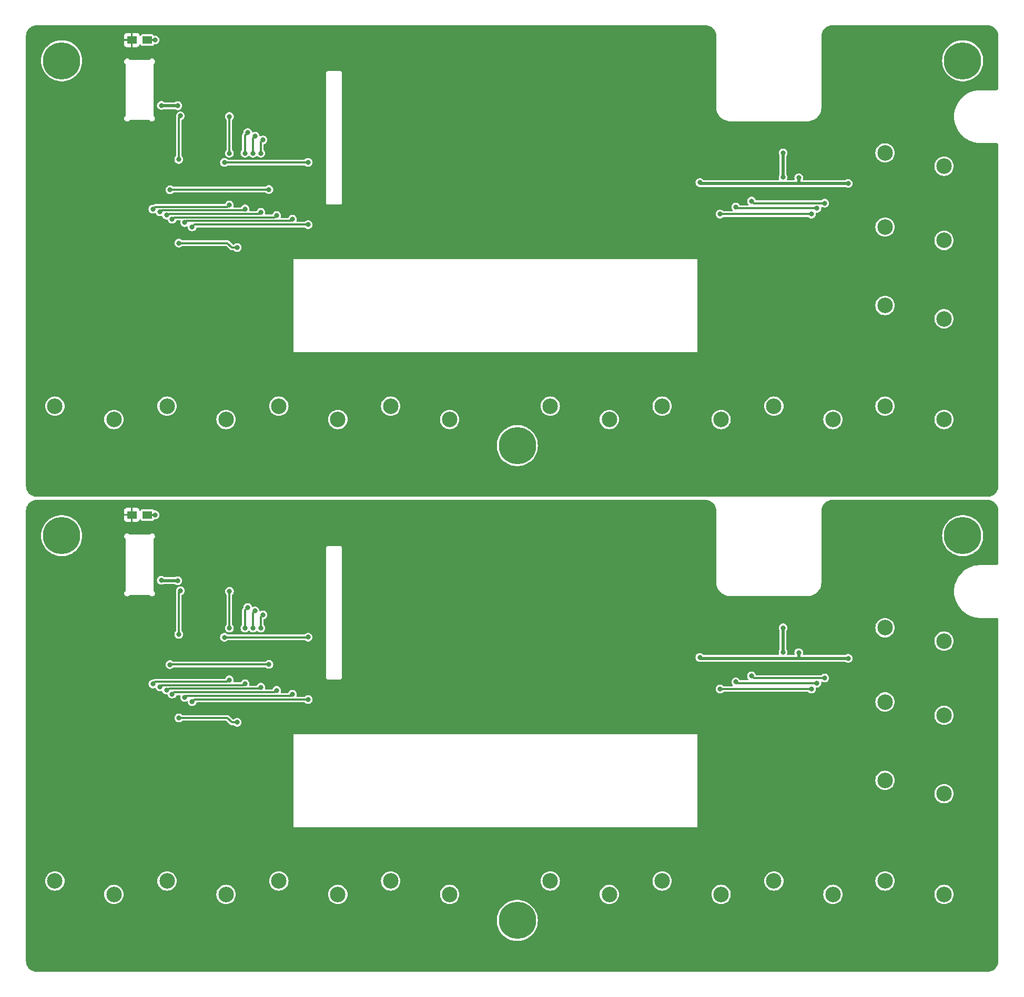
<source format=gbr>
%TF.GenerationSoftware,KiCad,Pcbnew,8.0.8*%
%TF.CreationDate,2025-02-23T19:37:12+09:00*%
%TF.ProjectId,Marre-Cover-V2.2,4d617272-652d-4436-9f76-65722d56322e,rev?*%
%TF.SameCoordinates,Original*%
%TF.FileFunction,Copper,L1,Top*%
%TF.FilePolarity,Positive*%
%FSLAX46Y46*%
G04 Gerber Fmt 4.6, Leading zero omitted, Abs format (unit mm)*
G04 Created by KiCad (PCBNEW 8.0.8) date 2025-02-23 19:37:12*
%MOMM*%
%LPD*%
G01*
G04 APERTURE LIST*
%TA.AperFunction,ComponentPad*%
%ADD10C,2.500000*%
%TD*%
%TA.AperFunction,ComponentPad*%
%ADD11C,6.000000*%
%TD*%
%TA.AperFunction,SMDPad,CuDef*%
%ADD12R,1.500000X1.250000*%
%TD*%
%TA.AperFunction,ViaPad*%
%ADD13C,0.800000*%
%TD*%
%TA.AperFunction,Conductor*%
%ADD14C,0.300000*%
%TD*%
%TA.AperFunction,Conductor*%
%ADD15C,0.500000*%
%TD*%
G04 APERTURE END LIST*
D10*
%TO.P,SW10,1,A*%
%TO.N,Net-(D14-K)*%
X148310000Y-160840000D03*
%TO.P,SW10,2,B*%
%TO.N,Net-(SW10A-B)*%
X157810000Y-162990000D03*
%TD*%
D11*
%TO.P,H1,1*%
%TO.N,N/C*%
X33650000Y-105200000D03*
%TD*%
D10*
%TO.P,SW11,1,A*%
%TO.N,Net-(D15-K)*%
X166190000Y-160840000D03*
%TO.P,SW11,2,B*%
%TO.N,Net-(SW10A-B)*%
X175690000Y-162990000D03*
%TD*%
%TO.P,SW4,1,A*%
%TO.N,Net-(D4-K)*%
X68610000Y-160840000D03*
%TO.P,SW4,2,B*%
%TO.N,Net-(SW10A-B)*%
X78110000Y-162990000D03*
%TD*%
D11*
%TO.P,H2,1*%
%TO.N,N/C*%
X107000000Y-167200000D03*
%TD*%
D10*
%TO.P,SW7,1,A*%
%TO.N,Net-(D7-K)*%
X166190000Y-144620000D03*
%TO.P,SW7,2,B*%
%TO.N,Net-(SW10A-B)*%
X175690000Y-146770000D03*
%TD*%
%TO.P,SW3,1,A*%
%TO.N,Net-(D3-K)*%
X50610000Y-160840000D03*
%TO.P,SW3,2,B*%
%TO.N,Net-(SW10A-B)*%
X60110000Y-162990000D03*
%TD*%
%TO.P,SW8,1,A*%
%TO.N,Net-(D12-K)*%
X112310000Y-160840000D03*
%TO.P,SW8,2,B*%
%TO.N,Net-(SW10A-B)*%
X121810000Y-162990000D03*
%TD*%
%TO.P,SW1,1,A*%
%TO.N,Net-(D6-K)*%
X166190000Y-131990000D03*
%TO.P,SW1,2,B*%
%TO.N,Net-(SW10A-B)*%
X175690000Y-134140000D03*
%TD*%
D11*
%TO.P,H4,1*%
%TO.N,N/C*%
X178700000Y-105200000D03*
%TD*%
D10*
%TO.P,SW2,1,A*%
%TO.N,Net-(D2-K)*%
X32560000Y-160840000D03*
%TO.P,SW2,2,B*%
%TO.N,Net-(SW10A-B)*%
X42060000Y-162990000D03*
%TD*%
D12*
%TO.P,D1,1,K*%
%TO.N,GNDPWR*%
X44945000Y-101860000D03*
%TO.P,D1,2,A*%
%TO.N,Net-(D1-A)*%
X47445000Y-101860000D03*
%TD*%
D10*
%TO.P,SW12,1,A*%
%TO.N,Net-(D16-K)*%
X166190000Y-120040000D03*
%TO.P,SW12,2,B*%
%TO.N,Net-(SW10A-B)*%
X175690000Y-122190000D03*
%TD*%
%TO.P,SW5,1,A*%
%TO.N,Net-(D5-K)*%
X86610000Y-160840000D03*
%TO.P,SW5,2,B*%
%TO.N,Net-(SW10A-B)*%
X96110000Y-162990000D03*
%TD*%
%TO.P,SW9,1,A*%
%TO.N,Net-(D13-K)*%
X130310000Y-160840000D03*
%TO.P,SW9,2,B*%
%TO.N,Net-(SW10A-B)*%
X139810000Y-162990000D03*
%TD*%
%TO.P,SW9,1,A*%
%TO.N,Net-(D13-K)*%
X130310000Y-84340000D03*
%TO.P,SW9,2,B*%
%TO.N,Net-(SW10A-B)*%
X139810000Y-86490000D03*
%TD*%
%TO.P,SW2,1,A*%
%TO.N,Net-(D2-K)*%
X32560000Y-84340000D03*
%TO.P,SW2,2,B*%
%TO.N,Net-(SW10A-B)*%
X42060000Y-86490000D03*
%TD*%
%TO.P,SW12,1,A*%
%TO.N,Net-(D16-K)*%
X166190000Y-43540000D03*
%TO.P,SW12,2,B*%
%TO.N,Net-(SW10A-B)*%
X175690000Y-45690000D03*
%TD*%
D12*
%TO.P,D1,1,K*%
%TO.N,GNDPWR*%
X44945000Y-25360000D03*
%TO.P,D1,2,A*%
%TO.N,Net-(D1-A)*%
X47445000Y-25360000D03*
%TD*%
D11*
%TO.P,H4,1*%
%TO.N,N/C*%
X178700000Y-28700000D03*
%TD*%
D10*
%TO.P,SW1,1,A*%
%TO.N,Net-(D6-K)*%
X166190000Y-55490000D03*
%TO.P,SW1,2,B*%
%TO.N,Net-(SW10A-B)*%
X175690000Y-57640000D03*
%TD*%
%TO.P,SW8,1,A*%
%TO.N,Net-(D12-K)*%
X112310000Y-84340000D03*
%TO.P,SW8,2,B*%
%TO.N,Net-(SW10A-B)*%
X121810000Y-86490000D03*
%TD*%
D11*
%TO.P,H2,1*%
%TO.N,N/C*%
X107000000Y-90700000D03*
%TD*%
D10*
%TO.P,SW4,1,A*%
%TO.N,Net-(D4-K)*%
X68610000Y-84340000D03*
%TO.P,SW4,2,B*%
%TO.N,Net-(SW10A-B)*%
X78110000Y-86490000D03*
%TD*%
%TO.P,SW3,1,A*%
%TO.N,Net-(D3-K)*%
X50610000Y-84340000D03*
%TO.P,SW3,2,B*%
%TO.N,Net-(SW10A-B)*%
X60110000Y-86490000D03*
%TD*%
%TO.P,SW7,1,A*%
%TO.N,Net-(D7-K)*%
X166190000Y-68120000D03*
%TO.P,SW7,2,B*%
%TO.N,Net-(SW10A-B)*%
X175690000Y-70270000D03*
%TD*%
%TO.P,SW11,1,A*%
%TO.N,Net-(D15-K)*%
X166190000Y-84340000D03*
%TO.P,SW11,2,B*%
%TO.N,Net-(SW10A-B)*%
X175690000Y-86490000D03*
%TD*%
D11*
%TO.P,H1,1*%
%TO.N,N/C*%
X33650000Y-28700000D03*
%TD*%
D10*
%TO.P,SW10,1,A*%
%TO.N,Net-(D14-K)*%
X148310000Y-84340000D03*
%TO.P,SW10,2,B*%
%TO.N,Net-(SW10A-B)*%
X157810000Y-86490000D03*
%TD*%
%TO.P,SW5,1,A*%
%TO.N,Net-(D5-K)*%
X86610000Y-84340000D03*
%TO.P,SW5,2,B*%
%TO.N,Net-(SW10A-B)*%
X96110000Y-86490000D03*
%TD*%
D13*
%TO.N,+3.3V*%
X61890000Y-135280000D03*
%TO.N,Net-(J1-Pin_12)*%
X160250000Y-124970000D03*
X152300000Y-124060000D03*
X49695000Y-112400000D03*
X52350000Y-112450000D03*
%TO.N,Net-(J1-Pin_10)*%
X149790000Y-120050000D03*
%TO.N,/INV*%
X155230000Y-128960000D03*
%TO.N,ST-7789V-TP_TINT*%
X48330000Y-129100000D03*
%TO.N,/TV*%
X156490000Y-128150000D03*
%TO.N,/INV*%
X142170000Y-128760000D03*
%TO.N,/TV*%
X144700000Y-127800000D03*
%TO.N,+3.3V*%
X52500000Y-121090000D03*
%TO.N,ST-7789V-TP_TINT*%
X60660000Y-114170000D03*
%TO.N,+3.3V*%
X52770000Y-114080000D03*
%TO.N,ST-7789V-TP_SDA*%
X70790000Y-130740000D03*
%TO.N,ST-7789V-RESET*%
X63150000Y-120100000D03*
%TO.N,ST-7789V-TP_TINT*%
X60650000Y-120100000D03*
%TO.N,ST-7789V-TP_SDA*%
X53450000Y-131260000D03*
%TO.N,Net-(J1-Pin_10)*%
X149780000Y-123980000D03*
%TO.N,+3.3V*%
X52510000Y-134580000D03*
%TO.N,ST-7789V-TP_TINT*%
X60630000Y-128440000D03*
%TO.N,Net-(J1-Pin_12)*%
X136390000Y-124820000D03*
%TO.N,ST-7789V-SDA*%
X64780000Y-117330500D03*
%TO.N,ST-7789V-SCL*%
X66040000Y-117960000D03*
X65710000Y-129630000D03*
X50530000Y-130080000D03*
%TO.N,ST-7789V-SDA*%
X64450000Y-120100000D03*
%TO.N,ST-7789V-SCL*%
X65700000Y-120100000D03*
%TO.N,ST-7789V-RESET*%
X63170000Y-129070000D03*
X49480000Y-129550000D03*
X63590000Y-116780000D03*
%TO.N,GNDPWR*%
X108650000Y-120425000D03*
X51450000Y-117290000D03*
X144590000Y-131180000D03*
X120630000Y-156560000D03*
%TO.N,ST-7789V-LED_K*%
X73310000Y-121570000D03*
%TO.N,/LED_OUT_08*%
X154350000Y-129910000D03*
%TO.N,Net-(D1-A)*%
X48680000Y-101860000D03*
%TO.N,ST-7789V-LED_K*%
X54660000Y-131960000D03*
%TO.N,/LED_OUT_08*%
X139640000Y-129900000D03*
%TO.N,GNDPWR*%
X43240000Y-101860000D03*
%TO.N,ST-7789V-D{slash}C*%
X51440000Y-130730000D03*
X68250000Y-130130000D03*
%TO.N,ST-7789V-LED_K*%
X73330000Y-131600000D03*
X59850000Y-121580000D03*
%TO.N,GNDPWR*%
X147180000Y-131050000D03*
X156090000Y-154510000D03*
%TO.N,ST-7789V-CS*%
X51100000Y-125980000D03*
X67010000Y-125950000D03*
%TO.N,GNDPWR*%
X108700000Y-115125000D03*
X156540000Y-126210000D03*
X142110000Y-131320000D03*
X149240000Y-133350000D03*
X68000000Y-118950000D03*
X94930000Y-155080000D03*
X59310000Y-113440000D03*
X58580000Y-155080000D03*
X56960000Y-113450000D03*
X57100000Y-120550000D03*
X136550000Y-158250000D03*
X167240000Y-154200000D03*
X76720000Y-155080000D03*
X139690000Y-131800000D03*
X40800000Y-155900000D03*
X46500000Y-117500000D03*
X143200000Y-157900000D03*
X58600000Y-120550000D03*
X40800000Y-153300000D03*
%TO.N,+3.3V*%
X61890000Y-58780000D03*
%TO.N,GNDPWR*%
X59310000Y-36940000D03*
X156540000Y-49710000D03*
X108700000Y-38625000D03*
X94930000Y-78580000D03*
X149240000Y-56850000D03*
X68000000Y-42450000D03*
X142110000Y-54820000D03*
X139690000Y-55300000D03*
X76720000Y-78580000D03*
X58600000Y-44050000D03*
X143200000Y-81400000D03*
X46500000Y-41000000D03*
X40800000Y-79400000D03*
X57100000Y-44050000D03*
X58580000Y-78580000D03*
X56960000Y-36950000D03*
X167240000Y-77700000D03*
X136550000Y-81750000D03*
X40800000Y-76800000D03*
X144590000Y-54680000D03*
X51450000Y-40790000D03*
X108650000Y-43925000D03*
X43240000Y-25360000D03*
X156090000Y-78010000D03*
X147180000Y-54550000D03*
X120630000Y-80060000D03*
%TO.N,Net-(D1-A)*%
X48680000Y-25360000D03*
%TO.N,/LED_OUT_08*%
X154350000Y-53410000D03*
X139640000Y-53400000D03*
%TO.N,ST-7789V-LED_K*%
X54660000Y-55460000D03*
X73310000Y-45070000D03*
X59850000Y-45080000D03*
X73330000Y-55100000D03*
%TO.N,ST-7789V-D{slash}C*%
X68250000Y-53630000D03*
X51440000Y-54230000D03*
%TO.N,ST-7789V-CS*%
X67010000Y-49450000D03*
X51100000Y-49480000D03*
%TO.N,ST-7789V-SCL*%
X65710000Y-53130000D03*
X50530000Y-53580000D03*
X65700000Y-43600000D03*
X66040000Y-41460000D03*
%TO.N,ST-7789V-SDA*%
X64450000Y-43600000D03*
X64780000Y-40830500D03*
%TO.N,ST-7789V-RESET*%
X49480000Y-53050000D03*
X63590000Y-40280000D03*
X63170000Y-52570000D03*
X63150000Y-43600000D03*
%TO.N,ST-7789V-TP_SDA*%
X53450000Y-54760000D03*
X70790000Y-54240000D03*
%TO.N,ST-7789V-TP_TINT*%
X48330000Y-52600000D03*
X60650000Y-43600000D03*
X60630000Y-51940000D03*
X60660000Y-37670000D03*
%TO.N,+3.3V*%
X52500000Y-44590000D03*
X52770000Y-37580000D03*
X52510000Y-58080000D03*
%TO.N,/TV*%
X144700000Y-51300000D03*
X156490000Y-51650000D03*
%TO.N,/INV*%
X142170000Y-52260000D03*
X155230000Y-52460000D03*
%TO.N,Net-(J1-Pin_10)*%
X149790000Y-43550000D03*
X149780000Y-47480000D03*
%TO.N,Net-(J1-Pin_12)*%
X136390000Y-48320000D03*
X152300000Y-47560000D03*
X160250000Y-48470000D03*
X52350000Y-35950000D03*
X49695000Y-35900000D03*
%TD*%
D14*
%TO.N,+3.3V*%
X61040000Y-135280000D02*
X61890000Y-135280000D01*
X52510000Y-134580000D02*
X60340000Y-134580000D01*
X60340000Y-134580000D02*
X61040000Y-135280000D01*
D15*
%TO.N,Net-(J1-Pin_12)*%
X152340000Y-124990000D02*
X136560000Y-124990000D01*
X49745000Y-112450000D02*
X49695000Y-112400000D01*
X152300000Y-124950000D02*
X152340000Y-124990000D01*
X52350000Y-112450000D02*
X49745000Y-112450000D01*
%TO.N,Net-(J1-Pin_10)*%
X149780000Y-123980000D02*
X149780000Y-120060000D01*
%TO.N,Net-(J1-Pin_12)*%
X160250000Y-124970000D02*
X160230000Y-124990000D01*
X152300000Y-124060000D02*
X152300000Y-124950000D01*
X136560000Y-124990000D02*
X136390000Y-124820000D01*
X160230000Y-124990000D02*
X152340000Y-124990000D01*
%TO.N,Net-(J1-Pin_10)*%
X149780000Y-120060000D02*
X149790000Y-120050000D01*
D14*
%TO.N,/INV*%
X155230000Y-128960000D02*
X142370000Y-128960000D01*
%TO.N,/TV*%
X156490000Y-128150000D02*
X145050000Y-128150000D01*
X145050000Y-128150000D02*
X144700000Y-127800000D01*
%TO.N,/INV*%
X142370000Y-128960000D02*
X142170000Y-128760000D01*
%TO.N,ST-7789V-TP_SDA*%
X53450000Y-131260000D02*
X53700000Y-131010000D01*
%TO.N,ST-7789V-TP_TINT*%
X60660000Y-114170000D02*
X60650000Y-114180000D01*
X60320000Y-128750000D02*
X60630000Y-128440000D01*
%TO.N,+3.3V*%
X52500000Y-114350000D02*
X52500000Y-121090000D01*
X52770000Y-114080000D02*
X52500000Y-114350000D01*
%TO.N,ST-7789V-TP_SDA*%
X70520000Y-131010000D02*
X70790000Y-130740000D01*
%TO.N,ST-7789V-TP_TINT*%
X48680000Y-128750000D02*
X60320000Y-128750000D01*
X48330000Y-129100000D02*
X48680000Y-128750000D01*
%TO.N,ST-7789V-TP_SDA*%
X53700000Y-131010000D02*
X70520000Y-131010000D01*
%TO.N,ST-7789V-TP_TINT*%
X60650000Y-114180000D02*
X60650000Y-120100000D01*
%TO.N,ST-7789V-LED_K*%
X73310000Y-121570000D02*
X73290000Y-121590000D01*
%TO.N,/LED_OUT_08*%
X154350000Y-129910000D02*
X139650000Y-129910000D01*
%TO.N,ST-7789V-LED_K*%
X54660000Y-131960000D02*
X55020000Y-131600000D01*
X73290000Y-121590000D02*
X59860000Y-121590000D01*
%TO.N,/LED_OUT_08*%
X139650000Y-129910000D02*
X139640000Y-129900000D01*
%TO.N,ST-7789V-D{slash}C*%
X51730000Y-130440000D02*
X67940000Y-130440000D01*
X67940000Y-130440000D02*
X68250000Y-130130000D01*
%TO.N,ST-7789V-LED_K*%
X55020000Y-131600000D02*
X73330000Y-131600000D01*
X59860000Y-121590000D02*
X59850000Y-121580000D01*
%TO.N,ST-7789V-SCL*%
X65480000Y-129860000D02*
X65710000Y-129630000D01*
%TO.N,ST-7789V-SDA*%
X64450000Y-117660500D02*
X64450000Y-120100000D01*
%TO.N,ST-7789V-RESET*%
X63590000Y-116780000D02*
X63150000Y-117220000D01*
%TO.N,ST-7789V-D{slash}C*%
X51440000Y-130730000D02*
X51730000Y-130440000D01*
%TO.N,ST-7789V-RESET*%
X62950000Y-129290000D02*
X63170000Y-129070000D01*
%TO.N,ST-7789V-CS*%
X67010000Y-125950000D02*
X51130000Y-125950000D01*
%TO.N,ST-7789V-RESET*%
X49480000Y-129550000D02*
X49740000Y-129290000D01*
%TO.N,ST-7789V-SDA*%
X64780000Y-117330500D02*
X64450000Y-117660500D01*
%TO.N,ST-7789V-SCL*%
X65700000Y-120100000D02*
X65700000Y-118300000D01*
%TO.N,ST-7789V-RESET*%
X49740000Y-129290000D02*
X62950000Y-129290000D01*
%TO.N,ST-7789V-SCL*%
X65700000Y-118300000D02*
X66040000Y-117960000D01*
%TO.N,ST-7789V-RESET*%
X63150000Y-117220000D02*
X63150000Y-120100000D01*
%TO.N,ST-7789V-SCL*%
X50770000Y-130080000D02*
X50990000Y-129860000D01*
X50990000Y-129860000D02*
X65480000Y-129860000D01*
%TO.N,ST-7789V-CS*%
X51130000Y-125950000D02*
X51100000Y-125980000D01*
%TO.N,ST-7789V-SCL*%
X50530000Y-130080000D02*
X50770000Y-130080000D01*
%TO.N,Net-(D1-A)*%
X47445000Y-101860000D02*
X48680000Y-101860000D01*
%TO.N,+3.3V*%
X61040000Y-58780000D02*
X61890000Y-58780000D01*
X60340000Y-58080000D02*
X61040000Y-58780000D01*
X52510000Y-58080000D02*
X60340000Y-58080000D01*
%TO.N,Net-(D1-A)*%
X47445000Y-25360000D02*
X48680000Y-25360000D01*
%TO.N,/LED_OUT_08*%
X139650000Y-53410000D02*
X139640000Y-53400000D01*
X154350000Y-53410000D02*
X139650000Y-53410000D01*
%TO.N,ST-7789V-LED_K*%
X54660000Y-55460000D02*
X55020000Y-55100000D01*
X55020000Y-55100000D02*
X73330000Y-55100000D01*
X73310000Y-45070000D02*
X73290000Y-45090000D01*
X59860000Y-45090000D02*
X59850000Y-45080000D01*
X73290000Y-45090000D02*
X59860000Y-45090000D01*
%TO.N,ST-7789V-D{slash}C*%
X67940000Y-53940000D02*
X68250000Y-53630000D01*
X51730000Y-53940000D02*
X67940000Y-53940000D01*
X51440000Y-54230000D02*
X51730000Y-53940000D01*
%TO.N,ST-7789V-CS*%
X67010000Y-49450000D02*
X51130000Y-49450000D01*
X51130000Y-49450000D02*
X51100000Y-49480000D01*
%TO.N,ST-7789V-SCL*%
X50770000Y-53580000D02*
X50990000Y-53360000D01*
X50990000Y-53360000D02*
X65480000Y-53360000D01*
X65700000Y-41800000D02*
X66040000Y-41460000D01*
X65700000Y-43600000D02*
X65700000Y-41800000D01*
X50530000Y-53580000D02*
X50770000Y-53580000D01*
X65480000Y-53360000D02*
X65710000Y-53130000D01*
%TO.N,ST-7789V-SDA*%
X64450000Y-41160500D02*
X64450000Y-43600000D01*
X64780000Y-40830500D02*
X64450000Y-41160500D01*
%TO.N,ST-7789V-RESET*%
X49740000Y-52790000D02*
X62950000Y-52790000D01*
X63150000Y-40720000D02*
X63150000Y-43600000D01*
X62950000Y-52790000D02*
X63170000Y-52570000D01*
X49480000Y-53050000D02*
X49740000Y-52790000D01*
X63590000Y-40280000D02*
X63150000Y-40720000D01*
%TO.N,ST-7789V-TP_SDA*%
X53450000Y-54760000D02*
X53700000Y-54510000D01*
X70520000Y-54510000D02*
X70790000Y-54240000D01*
X53700000Y-54510000D02*
X70520000Y-54510000D01*
%TO.N,ST-7789V-TP_TINT*%
X60650000Y-37680000D02*
X60650000Y-43600000D01*
X60320000Y-52250000D02*
X60630000Y-51940000D01*
X48330000Y-52600000D02*
X48680000Y-52250000D01*
X48680000Y-52250000D02*
X60320000Y-52250000D01*
X60660000Y-37670000D02*
X60650000Y-37680000D01*
%TO.N,+3.3V*%
X52500000Y-37850000D02*
X52500000Y-44590000D01*
X52770000Y-37580000D02*
X52500000Y-37850000D01*
%TO.N,/TV*%
X145050000Y-51650000D02*
X144700000Y-51300000D01*
X156490000Y-51650000D02*
X145050000Y-51650000D01*
%TO.N,/INV*%
X142370000Y-52460000D02*
X142170000Y-52260000D01*
X155230000Y-52460000D02*
X142370000Y-52460000D01*
D15*
%TO.N,Net-(J1-Pin_10)*%
X149780000Y-47480000D02*
X149780000Y-43560000D01*
X149780000Y-43560000D02*
X149790000Y-43550000D01*
%TO.N,Net-(J1-Pin_12)*%
X160230000Y-48490000D02*
X152340000Y-48490000D01*
X52350000Y-35950000D02*
X49745000Y-35950000D01*
X152300000Y-47560000D02*
X152300000Y-48450000D01*
X136560000Y-48490000D02*
X136390000Y-48320000D01*
X152300000Y-48450000D02*
X152340000Y-48490000D01*
X49745000Y-35950000D02*
X49695000Y-35900000D01*
X160250000Y-48470000D02*
X160230000Y-48490000D01*
X152340000Y-48490000D02*
X136560000Y-48490000D01*
%TD*%
%TA.AperFunction,Conductor*%
%TO.N,GNDPWR*%
G36*
X137284487Y-22950821D02*
G01*
X137336090Y-22954511D01*
X137519998Y-22967664D01*
X137537784Y-22970222D01*
X137764083Y-23019451D01*
X137781322Y-23024511D01*
X137998331Y-23105452D01*
X138014678Y-23112918D01*
X138217944Y-23223910D01*
X138233067Y-23233629D01*
X138418467Y-23372417D01*
X138432053Y-23384190D01*
X138595809Y-23547946D01*
X138607582Y-23561532D01*
X138746370Y-23746932D01*
X138756089Y-23762055D01*
X138867081Y-23965321D01*
X138874550Y-23981674D01*
X138955485Y-24198669D01*
X138960549Y-24215919D01*
X139009776Y-24442210D01*
X139012335Y-24460004D01*
X139027673Y-24674467D01*
X139028527Y-24686402D01*
X139029179Y-24695511D01*
X139029500Y-24704500D01*
X139029500Y-36326133D01*
X139062317Y-36596401D01*
X139062318Y-36596407D01*
X139127473Y-36860753D01*
X139222785Y-37112069D01*
X139224019Y-37115322D01*
X139350544Y-37356397D01*
X139504888Y-37580002D01*
X139505209Y-37580466D01*
X139505213Y-37580471D01*
X139685747Y-37784252D01*
X139889528Y-37964786D01*
X139889533Y-37964790D01*
X139889538Y-37964794D01*
X140113603Y-38119456D01*
X140354678Y-38245981D01*
X140609246Y-38342526D01*
X140873595Y-38407682D01*
X141143870Y-38440500D01*
X141143874Y-38440500D01*
X153846126Y-38440500D01*
X153846130Y-38440500D01*
X154116405Y-38407682D01*
X154380754Y-38342526D01*
X154635322Y-38245981D01*
X154876397Y-38119456D01*
X155100462Y-37964794D01*
X155304252Y-37784252D01*
X155484794Y-37580462D01*
X155639456Y-37356397D01*
X155765981Y-37115322D01*
X155862526Y-36860754D01*
X155927682Y-36596405D01*
X155960500Y-36326130D01*
X155960500Y-36190000D01*
X155960500Y-36145830D01*
X155960500Y-28699996D01*
X175394652Y-28699996D01*
X175394652Y-28700003D01*
X175414028Y-29057371D01*
X175471928Y-29410548D01*
X175471928Y-29410551D01*
X175567674Y-29755399D01*
X175567675Y-29755402D01*
X175700142Y-30087868D01*
X175700149Y-30087884D01*
X175867782Y-30404074D01*
X175867788Y-30404084D01*
X175867789Y-30404085D01*
X176068635Y-30700311D01*
X176300332Y-30973086D01*
X176300335Y-30973088D01*
X176300336Y-30973090D01*
X176560148Y-31219198D01*
X176560156Y-31219205D01*
X176560163Y-31219211D01*
X176845081Y-31435800D01*
X177151747Y-31620315D01*
X177476565Y-31770591D01*
X177697928Y-31845177D01*
X177815719Y-31884866D01*
X177815721Y-31884866D01*
X177815726Y-31884868D01*
X178165254Y-31961805D01*
X178521052Y-32000500D01*
X178521060Y-32000500D01*
X178878940Y-32000500D01*
X178878948Y-32000500D01*
X179234746Y-31961805D01*
X179584274Y-31884868D01*
X179923435Y-31770591D01*
X180248253Y-31620315D01*
X180554919Y-31435800D01*
X180839837Y-31219211D01*
X181099668Y-30973086D01*
X181331365Y-30700311D01*
X181532211Y-30404085D01*
X181699853Y-30087880D01*
X181832324Y-29755403D01*
X181928071Y-29410552D01*
X181985972Y-29057371D01*
X182005348Y-28700000D01*
X182004874Y-28691266D01*
X181997188Y-28549499D01*
X181985972Y-28342629D01*
X181928071Y-27989448D01*
X181832324Y-27644597D01*
X181699853Y-27312120D01*
X181643972Y-27206718D01*
X181532217Y-26995925D01*
X181532211Y-26995915D01*
X181331365Y-26699689D01*
X181099668Y-26426914D01*
X181099663Y-26426909D01*
X180839851Y-26180801D01*
X180839841Y-26180793D01*
X180839837Y-26180789D01*
X180554919Y-25964200D01*
X180248253Y-25779685D01*
X179923435Y-25629409D01*
X179919877Y-25628210D01*
X179584280Y-25515133D01*
X179584275Y-25515132D01*
X179234762Y-25438198D01*
X179234749Y-25438195D01*
X179234746Y-25438195D01*
X179234743Y-25438194D01*
X179234734Y-25438193D01*
X178878955Y-25399500D01*
X178878948Y-25399500D01*
X178521052Y-25399500D01*
X178521044Y-25399500D01*
X178165265Y-25438193D01*
X178165237Y-25438198D01*
X177815724Y-25515132D01*
X177815719Y-25515133D01*
X177476567Y-25629408D01*
X177476565Y-25629409D01*
X177350076Y-25687929D01*
X177151741Y-25779688D01*
X176845082Y-25964199D01*
X176845076Y-25964203D01*
X176560164Y-26180788D01*
X176560148Y-26180801D01*
X176300336Y-26426909D01*
X176252351Y-26483400D01*
X176068635Y-26699689D01*
X176068631Y-26699694D01*
X176068630Y-26699696D01*
X175867788Y-26995915D01*
X175867782Y-26995925D01*
X175700149Y-27312115D01*
X175700142Y-27312131D01*
X175567675Y-27644597D01*
X175567674Y-27644600D01*
X175471928Y-27989448D01*
X175471928Y-27989451D01*
X175414028Y-28342628D01*
X175394652Y-28699996D01*
X155960500Y-28699996D01*
X155960500Y-24704500D01*
X155960821Y-24695512D01*
X155976034Y-24482795D01*
X155977664Y-24459999D01*
X155980221Y-24442216D01*
X156029451Y-24215912D01*
X156034510Y-24198681D01*
X156115454Y-23981662D01*
X156122918Y-23965321D01*
X156233910Y-23762055D01*
X156243625Y-23746937D01*
X156382423Y-23561524D01*
X156394183Y-23547953D01*
X156557953Y-23384183D01*
X156571524Y-23372423D01*
X156756937Y-23233625D01*
X156772055Y-23223910D01*
X156975321Y-23112918D01*
X156991662Y-23105454D01*
X157208681Y-23024510D01*
X157225912Y-23019451D01*
X157452216Y-22970221D01*
X157469999Y-22967664D01*
X157661515Y-22953967D01*
X157705513Y-22950821D01*
X157714501Y-22950500D01*
X157754170Y-22950500D01*
X182655830Y-22950500D01*
X182695499Y-22950500D01*
X182704487Y-22950821D01*
X182756090Y-22954511D01*
X182939998Y-22967664D01*
X182957784Y-22970222D01*
X183184083Y-23019451D01*
X183201322Y-23024511D01*
X183418331Y-23105452D01*
X183434678Y-23112918D01*
X183637944Y-23223910D01*
X183653067Y-23233629D01*
X183838467Y-23372417D01*
X183852053Y-23384190D01*
X184015809Y-23547946D01*
X184027582Y-23561532D01*
X184166370Y-23746932D01*
X184176089Y-23762055D01*
X184287081Y-23965321D01*
X184294550Y-23981674D01*
X184375485Y-24198669D01*
X184380549Y-24215919D01*
X184429776Y-24442210D01*
X184432335Y-24460004D01*
X184447673Y-24674467D01*
X184448527Y-24686402D01*
X184449179Y-24695511D01*
X184449500Y-24704500D01*
X184449500Y-33081742D01*
X184448422Y-33098189D01*
X184439756Y-33164010D01*
X184431243Y-33195781D01*
X184409024Y-33249423D01*
X184392578Y-33277909D01*
X184357232Y-33323973D01*
X184333973Y-33347232D01*
X184287909Y-33382578D01*
X184259423Y-33399024D01*
X184205781Y-33421243D01*
X184174010Y-33429756D01*
X184125838Y-33436098D01*
X184108210Y-33438419D01*
X184091765Y-33439497D01*
X181609170Y-33439497D01*
X181565000Y-33439497D01*
X181362524Y-33439497D01*
X181362522Y-33439497D01*
X181362504Y-33439498D01*
X180959410Y-33477989D01*
X180959391Y-33477991D01*
X180561774Y-33554627D01*
X180561758Y-33554631D01*
X180173216Y-33668717D01*
X179797289Y-33819215D01*
X179797267Y-33819225D01*
X179437338Y-34004782D01*
X179096671Y-34223715D01*
X179096665Y-34223719D01*
X178778364Y-34474034D01*
X178778359Y-34474038D01*
X178778356Y-34474041D01*
X178636646Y-34609162D01*
X178485281Y-34753488D01*
X178220095Y-35059527D01*
X178220094Y-35059528D01*
X178091431Y-35240210D01*
X177992245Y-35379498D01*
X177985187Y-35389409D01*
X177985185Y-35389412D01*
X177782716Y-35740099D01*
X177614496Y-36108451D01*
X177614495Y-36108455D01*
X177482048Y-36491133D01*
X177482045Y-36491143D01*
X177417686Y-36756438D01*
X177386576Y-36884675D01*
X177333753Y-37252070D01*
X177328943Y-37285522D01*
X177309677Y-37689993D01*
X177309677Y-37690006D01*
X177328943Y-38094477D01*
X177328944Y-38094489D01*
X177328945Y-38094494D01*
X177383570Y-38474415D01*
X177386576Y-38495324D01*
X177482045Y-38888856D01*
X177482048Y-38888866D01*
X177614495Y-39271544D01*
X177614496Y-39271548D01*
X177782716Y-39639900D01*
X177985185Y-39990587D01*
X177985187Y-39990590D01*
X177985190Y-39990594D01*
X177985194Y-39990601D01*
X178220090Y-40320466D01*
X178485278Y-40626509D01*
X178778356Y-40905959D01*
X179096670Y-41156284D01*
X179437339Y-41375218D01*
X179691727Y-41506364D01*
X179751266Y-41537059D01*
X179797275Y-41560778D01*
X179797281Y-41560780D01*
X179797289Y-41560784D01*
X179960476Y-41626114D01*
X180173220Y-41711284D01*
X180561770Y-41825372D01*
X180801914Y-41871656D01*
X180959391Y-41902008D01*
X180959396Y-41902008D01*
X180959404Y-41902010D01*
X181362524Y-41940503D01*
X181515172Y-41940503D01*
X184091765Y-41940503D01*
X184108210Y-41941581D01*
X184125308Y-41943831D01*
X184174011Y-41950243D01*
X184205778Y-41958755D01*
X184259425Y-41980976D01*
X184287907Y-41997420D01*
X184296292Y-42003854D01*
X184333973Y-42032767D01*
X184357232Y-42056026D01*
X184392578Y-42102090D01*
X184409024Y-42130576D01*
X184431243Y-42184218D01*
X184439756Y-42215989D01*
X184448422Y-42281810D01*
X184449500Y-42298257D01*
X184449500Y-97195499D01*
X184449179Y-97204488D01*
X184432335Y-97439995D01*
X184429776Y-97457789D01*
X184380549Y-97684080D01*
X184375485Y-97701330D01*
X184294550Y-97918325D01*
X184287081Y-97934678D01*
X184176089Y-98137944D01*
X184166370Y-98153067D01*
X184027582Y-98338467D01*
X184015809Y-98352053D01*
X183852053Y-98515809D01*
X183838467Y-98527582D01*
X183653067Y-98666370D01*
X183637944Y-98676089D01*
X183434678Y-98787081D01*
X183418325Y-98794550D01*
X183201330Y-98875485D01*
X183184080Y-98880549D01*
X182957789Y-98929776D01*
X182939995Y-98932335D01*
X182704488Y-98949179D01*
X182695499Y-98949500D01*
X29654501Y-98949500D01*
X29645512Y-98949179D01*
X29410004Y-98932335D01*
X29392210Y-98929776D01*
X29165919Y-98880549D01*
X29148669Y-98875485D01*
X28931674Y-98794550D01*
X28915321Y-98787081D01*
X28712055Y-98676089D01*
X28696932Y-98666370D01*
X28511532Y-98527582D01*
X28497946Y-98515809D01*
X28334190Y-98352053D01*
X28322417Y-98338467D01*
X28183629Y-98153067D01*
X28173910Y-98137944D01*
X28062918Y-97934678D01*
X28055452Y-97918331D01*
X27974511Y-97701322D01*
X27969450Y-97684080D01*
X27920223Y-97457789D01*
X27917664Y-97439994D01*
X27900821Y-97204487D01*
X27900500Y-97195499D01*
X27900500Y-90699996D01*
X103694652Y-90699996D01*
X103694652Y-90700003D01*
X103714028Y-91057371D01*
X103771928Y-91410548D01*
X103771928Y-91410551D01*
X103867674Y-91755399D01*
X103867675Y-91755402D01*
X104000142Y-92087868D01*
X104000149Y-92087884D01*
X104167782Y-92404074D01*
X104167788Y-92404084D01*
X104167789Y-92404085D01*
X104368635Y-92700311D01*
X104600332Y-92973086D01*
X104600335Y-92973088D01*
X104600336Y-92973090D01*
X104860148Y-93219198D01*
X104860156Y-93219205D01*
X104860163Y-93219211D01*
X105145081Y-93435800D01*
X105451747Y-93620315D01*
X105776565Y-93770591D01*
X105997928Y-93845177D01*
X106115719Y-93884866D01*
X106115721Y-93884866D01*
X106115726Y-93884868D01*
X106465254Y-93961805D01*
X106821052Y-94000500D01*
X106821060Y-94000500D01*
X107178940Y-94000500D01*
X107178948Y-94000500D01*
X107534746Y-93961805D01*
X107884274Y-93884868D01*
X108223435Y-93770591D01*
X108548253Y-93620315D01*
X108854919Y-93435800D01*
X109139837Y-93219211D01*
X109399668Y-92973086D01*
X109631365Y-92700311D01*
X109832211Y-92404085D01*
X109999853Y-92087880D01*
X110132324Y-91755403D01*
X110228071Y-91410552D01*
X110285972Y-91057371D01*
X110305348Y-90700000D01*
X110285972Y-90342629D01*
X110228071Y-89989448D01*
X110132324Y-89644597D01*
X109999853Y-89312120D01*
X109943972Y-89206718D01*
X109832217Y-88995925D01*
X109832211Y-88995915D01*
X109631365Y-88699689D01*
X109399668Y-88426914D01*
X109399663Y-88426909D01*
X109139851Y-88180801D01*
X109139841Y-88180793D01*
X109139837Y-88180789D01*
X108854919Y-87964200D01*
X108548253Y-87779685D01*
X108223435Y-87629409D01*
X108219877Y-87628210D01*
X107884280Y-87515133D01*
X107884275Y-87515132D01*
X107534762Y-87438198D01*
X107534749Y-87438195D01*
X107534746Y-87438195D01*
X107534743Y-87438194D01*
X107534734Y-87438193D01*
X107178955Y-87399500D01*
X107178948Y-87399500D01*
X106821052Y-87399500D01*
X106821044Y-87399500D01*
X106465265Y-87438193D01*
X106465237Y-87438198D01*
X106115724Y-87515132D01*
X106115719Y-87515133D01*
X105776567Y-87629408D01*
X105451741Y-87779688D01*
X105145082Y-87964199D01*
X105145076Y-87964203D01*
X104860164Y-88180788D01*
X104860148Y-88180801D01*
X104600336Y-88426909D01*
X104600332Y-88426914D01*
X104368635Y-88699689D01*
X104368631Y-88699694D01*
X104368630Y-88699696D01*
X104167788Y-88995915D01*
X104167782Y-88995925D01*
X104000149Y-89312115D01*
X104000142Y-89312131D01*
X103867675Y-89644597D01*
X103867674Y-89644600D01*
X103771928Y-89989448D01*
X103771928Y-89989451D01*
X103714028Y-90342628D01*
X103694652Y-90699996D01*
X27900500Y-90699996D01*
X27900500Y-86490000D01*
X40504706Y-86490000D01*
X40523854Y-86733302D01*
X40580827Y-86970609D01*
X40674222Y-87196087D01*
X40801742Y-87404180D01*
X40801743Y-87404182D01*
X40960240Y-87589759D01*
X41145817Y-87748256D01*
X41145821Y-87748259D01*
X41353911Y-87875777D01*
X41579388Y-87969172D01*
X41816698Y-88026146D01*
X42060000Y-88045294D01*
X42303302Y-88026146D01*
X42540612Y-87969172D01*
X42766089Y-87875777D01*
X42974179Y-87748259D01*
X43159759Y-87589759D01*
X43318259Y-87404179D01*
X43445777Y-87196089D01*
X43539172Y-86970612D01*
X43596146Y-86733302D01*
X43615294Y-86490000D01*
X58554706Y-86490000D01*
X58573854Y-86733302D01*
X58630827Y-86970609D01*
X58724222Y-87196087D01*
X58851742Y-87404180D01*
X58851743Y-87404182D01*
X59010240Y-87589759D01*
X59195817Y-87748256D01*
X59195821Y-87748259D01*
X59403911Y-87875777D01*
X59629388Y-87969172D01*
X59866698Y-88026146D01*
X60110000Y-88045294D01*
X60353302Y-88026146D01*
X60590612Y-87969172D01*
X60816089Y-87875777D01*
X61024179Y-87748259D01*
X61209759Y-87589759D01*
X61368259Y-87404179D01*
X61495777Y-87196089D01*
X61589172Y-86970612D01*
X61646146Y-86733302D01*
X61665294Y-86490000D01*
X76554706Y-86490000D01*
X76573854Y-86733302D01*
X76630827Y-86970609D01*
X76724222Y-87196087D01*
X76851742Y-87404180D01*
X76851743Y-87404182D01*
X77010240Y-87589759D01*
X77195817Y-87748256D01*
X77195821Y-87748259D01*
X77403911Y-87875777D01*
X77629388Y-87969172D01*
X77866698Y-88026146D01*
X78110000Y-88045294D01*
X78353302Y-88026146D01*
X78590612Y-87969172D01*
X78816089Y-87875777D01*
X79024179Y-87748259D01*
X79209759Y-87589759D01*
X79368259Y-87404179D01*
X79495777Y-87196089D01*
X79589172Y-86970612D01*
X79646146Y-86733302D01*
X79665294Y-86490000D01*
X94554706Y-86490000D01*
X94573854Y-86733302D01*
X94630827Y-86970609D01*
X94724222Y-87196087D01*
X94851742Y-87404180D01*
X94851743Y-87404182D01*
X95010240Y-87589759D01*
X95195817Y-87748256D01*
X95195821Y-87748259D01*
X95403911Y-87875777D01*
X95629388Y-87969172D01*
X95866698Y-88026146D01*
X96110000Y-88045294D01*
X96353302Y-88026146D01*
X96590612Y-87969172D01*
X96816089Y-87875777D01*
X97024179Y-87748259D01*
X97209759Y-87589759D01*
X97368259Y-87404179D01*
X97495777Y-87196089D01*
X97589172Y-86970612D01*
X97646146Y-86733302D01*
X97665294Y-86490000D01*
X120254706Y-86490000D01*
X120273854Y-86733302D01*
X120330827Y-86970609D01*
X120424222Y-87196087D01*
X120551742Y-87404180D01*
X120551743Y-87404182D01*
X120710240Y-87589759D01*
X120895817Y-87748256D01*
X120895821Y-87748259D01*
X121103911Y-87875777D01*
X121329388Y-87969172D01*
X121566698Y-88026146D01*
X121810000Y-88045294D01*
X122053302Y-88026146D01*
X122290612Y-87969172D01*
X122516089Y-87875777D01*
X122724179Y-87748259D01*
X122909759Y-87589759D01*
X123068259Y-87404179D01*
X123195777Y-87196089D01*
X123289172Y-86970612D01*
X123346146Y-86733302D01*
X123365294Y-86490000D01*
X138254706Y-86490000D01*
X138273854Y-86733302D01*
X138330827Y-86970609D01*
X138424222Y-87196087D01*
X138551742Y-87404180D01*
X138551743Y-87404182D01*
X138710240Y-87589759D01*
X138895817Y-87748256D01*
X138895821Y-87748259D01*
X139103911Y-87875777D01*
X139329388Y-87969172D01*
X139566698Y-88026146D01*
X139810000Y-88045294D01*
X140053302Y-88026146D01*
X140290612Y-87969172D01*
X140516089Y-87875777D01*
X140724179Y-87748259D01*
X140909759Y-87589759D01*
X141068259Y-87404179D01*
X141195777Y-87196089D01*
X141289172Y-86970612D01*
X141346146Y-86733302D01*
X141365294Y-86490000D01*
X156254706Y-86490000D01*
X156273854Y-86733302D01*
X156330827Y-86970609D01*
X156424222Y-87196087D01*
X156551742Y-87404180D01*
X156551743Y-87404182D01*
X156710240Y-87589759D01*
X156895817Y-87748256D01*
X156895821Y-87748259D01*
X157103911Y-87875777D01*
X157329388Y-87969172D01*
X157566698Y-88026146D01*
X157810000Y-88045294D01*
X158053302Y-88026146D01*
X158290612Y-87969172D01*
X158516089Y-87875777D01*
X158724179Y-87748259D01*
X158909759Y-87589759D01*
X159068259Y-87404179D01*
X159195777Y-87196089D01*
X159289172Y-86970612D01*
X159346146Y-86733302D01*
X159365294Y-86490000D01*
X174134706Y-86490000D01*
X174153854Y-86733302D01*
X174210827Y-86970609D01*
X174304222Y-87196087D01*
X174431742Y-87404180D01*
X174431743Y-87404182D01*
X174590240Y-87589759D01*
X174775817Y-87748256D01*
X174775821Y-87748259D01*
X174983911Y-87875777D01*
X175209388Y-87969172D01*
X175446698Y-88026146D01*
X175690000Y-88045294D01*
X175933302Y-88026146D01*
X176170612Y-87969172D01*
X176396089Y-87875777D01*
X176604179Y-87748259D01*
X176789759Y-87589759D01*
X176948259Y-87404179D01*
X177075777Y-87196089D01*
X177169172Y-86970612D01*
X177226146Y-86733302D01*
X177245294Y-86490000D01*
X177226146Y-86246698D01*
X177169172Y-86009388D01*
X177075777Y-85783911D01*
X176948259Y-85575821D01*
X176948256Y-85575817D01*
X176789759Y-85390240D01*
X176604182Y-85231743D01*
X176604180Y-85231742D01*
X176604179Y-85231741D01*
X176396089Y-85104223D01*
X176170612Y-85010828D01*
X176170610Y-85010827D01*
X176170609Y-85010827D01*
X176042900Y-84980166D01*
X175933302Y-84953854D01*
X175933303Y-84953854D01*
X175690000Y-84934706D01*
X175446697Y-84953854D01*
X175209390Y-85010827D01*
X174983912Y-85104222D01*
X174775819Y-85231742D01*
X174775817Y-85231743D01*
X174590240Y-85390240D01*
X174431743Y-85575817D01*
X174431742Y-85575819D01*
X174304222Y-85783912D01*
X174210827Y-86009390D01*
X174153854Y-86246697D01*
X174134706Y-86490000D01*
X159365294Y-86490000D01*
X159346146Y-86246698D01*
X159289172Y-86009388D01*
X159195777Y-85783911D01*
X159068259Y-85575821D01*
X159068256Y-85575817D01*
X158909759Y-85390240D01*
X158724182Y-85231743D01*
X158724180Y-85231742D01*
X158724179Y-85231741D01*
X158516089Y-85104223D01*
X158290612Y-85010828D01*
X158290610Y-85010827D01*
X158290609Y-85010827D01*
X158162900Y-84980166D01*
X158053302Y-84953854D01*
X158053303Y-84953854D01*
X157810000Y-84934706D01*
X157566697Y-84953854D01*
X157329390Y-85010827D01*
X157103912Y-85104222D01*
X156895819Y-85231742D01*
X156895817Y-85231743D01*
X156710240Y-85390240D01*
X156551743Y-85575817D01*
X156551742Y-85575819D01*
X156424222Y-85783912D01*
X156330827Y-86009390D01*
X156273854Y-86246697D01*
X156254706Y-86490000D01*
X141365294Y-86490000D01*
X141346146Y-86246698D01*
X141289172Y-86009388D01*
X141195777Y-85783911D01*
X141068259Y-85575821D01*
X141068256Y-85575817D01*
X140909759Y-85390240D01*
X140724182Y-85231743D01*
X140724180Y-85231742D01*
X140724179Y-85231741D01*
X140516089Y-85104223D01*
X140290612Y-85010828D01*
X140290610Y-85010827D01*
X140290609Y-85010827D01*
X140162900Y-84980166D01*
X140053302Y-84953854D01*
X140053303Y-84953854D01*
X139810000Y-84934706D01*
X139566697Y-84953854D01*
X139329390Y-85010827D01*
X139103912Y-85104222D01*
X138895819Y-85231742D01*
X138895817Y-85231743D01*
X138710240Y-85390240D01*
X138551743Y-85575817D01*
X138551742Y-85575819D01*
X138424222Y-85783912D01*
X138330827Y-86009390D01*
X138273854Y-86246697D01*
X138254706Y-86490000D01*
X123365294Y-86490000D01*
X123346146Y-86246698D01*
X123289172Y-86009388D01*
X123195777Y-85783911D01*
X123068259Y-85575821D01*
X123068256Y-85575817D01*
X122909759Y-85390240D01*
X122724182Y-85231743D01*
X122724180Y-85231742D01*
X122724179Y-85231741D01*
X122516089Y-85104223D01*
X122290612Y-85010828D01*
X122290610Y-85010827D01*
X122290609Y-85010827D01*
X122162900Y-84980166D01*
X122053302Y-84953854D01*
X122053303Y-84953854D01*
X121810000Y-84934706D01*
X121566697Y-84953854D01*
X121329390Y-85010827D01*
X121103912Y-85104222D01*
X120895819Y-85231742D01*
X120895817Y-85231743D01*
X120710240Y-85390240D01*
X120551743Y-85575817D01*
X120551742Y-85575819D01*
X120424222Y-85783912D01*
X120330827Y-86009390D01*
X120273854Y-86246697D01*
X120254706Y-86490000D01*
X97665294Y-86490000D01*
X97646146Y-86246698D01*
X97589172Y-86009388D01*
X97495777Y-85783911D01*
X97368259Y-85575821D01*
X97368256Y-85575817D01*
X97209759Y-85390240D01*
X97024182Y-85231743D01*
X97024180Y-85231742D01*
X97024179Y-85231741D01*
X96816089Y-85104223D01*
X96590612Y-85010828D01*
X96590610Y-85010827D01*
X96590609Y-85010827D01*
X96462900Y-84980166D01*
X96353302Y-84953854D01*
X96353303Y-84953854D01*
X96110000Y-84934706D01*
X95866697Y-84953854D01*
X95629390Y-85010827D01*
X95403912Y-85104222D01*
X95195819Y-85231742D01*
X95195817Y-85231743D01*
X95010240Y-85390240D01*
X94851743Y-85575817D01*
X94851742Y-85575819D01*
X94724222Y-85783912D01*
X94630827Y-86009390D01*
X94573854Y-86246697D01*
X94554706Y-86490000D01*
X79665294Y-86490000D01*
X79646146Y-86246698D01*
X79589172Y-86009388D01*
X79495777Y-85783911D01*
X79368259Y-85575821D01*
X79368256Y-85575817D01*
X79209759Y-85390240D01*
X79024182Y-85231743D01*
X79024180Y-85231742D01*
X79024179Y-85231741D01*
X78816089Y-85104223D01*
X78590612Y-85010828D01*
X78590610Y-85010827D01*
X78590609Y-85010827D01*
X78462900Y-84980166D01*
X78353302Y-84953854D01*
X78353303Y-84953854D01*
X78110000Y-84934706D01*
X77866697Y-84953854D01*
X77629390Y-85010827D01*
X77403912Y-85104222D01*
X77195819Y-85231742D01*
X77195817Y-85231743D01*
X77010240Y-85390240D01*
X76851743Y-85575817D01*
X76851742Y-85575819D01*
X76724222Y-85783912D01*
X76630827Y-86009390D01*
X76573854Y-86246697D01*
X76554706Y-86490000D01*
X61665294Y-86490000D01*
X61646146Y-86246698D01*
X61589172Y-86009388D01*
X61495777Y-85783911D01*
X61368259Y-85575821D01*
X61368256Y-85575817D01*
X61209759Y-85390240D01*
X61024182Y-85231743D01*
X61024180Y-85231742D01*
X61024179Y-85231741D01*
X60816089Y-85104223D01*
X60590612Y-85010828D01*
X60590610Y-85010827D01*
X60590609Y-85010827D01*
X60462900Y-84980166D01*
X60353302Y-84953854D01*
X60353303Y-84953854D01*
X60110000Y-84934706D01*
X59866697Y-84953854D01*
X59629390Y-85010827D01*
X59403912Y-85104222D01*
X59195819Y-85231742D01*
X59195817Y-85231743D01*
X59010240Y-85390240D01*
X58851743Y-85575817D01*
X58851742Y-85575819D01*
X58724222Y-85783912D01*
X58630827Y-86009390D01*
X58573854Y-86246697D01*
X58554706Y-86490000D01*
X43615294Y-86490000D01*
X43596146Y-86246698D01*
X43539172Y-86009388D01*
X43445777Y-85783911D01*
X43318259Y-85575821D01*
X43318256Y-85575817D01*
X43159759Y-85390240D01*
X42974182Y-85231743D01*
X42974180Y-85231742D01*
X42974179Y-85231741D01*
X42766089Y-85104223D01*
X42540612Y-85010828D01*
X42540610Y-85010827D01*
X42540609Y-85010827D01*
X42412900Y-84980166D01*
X42303302Y-84953854D01*
X42303303Y-84953854D01*
X42060000Y-84934706D01*
X41816697Y-84953854D01*
X41579390Y-85010827D01*
X41353912Y-85104222D01*
X41145819Y-85231742D01*
X41145817Y-85231743D01*
X40960240Y-85390240D01*
X40801743Y-85575817D01*
X40801742Y-85575819D01*
X40674222Y-85783912D01*
X40580827Y-86009390D01*
X40523854Y-86246697D01*
X40504706Y-86490000D01*
X27900500Y-86490000D01*
X27900500Y-84340000D01*
X31004706Y-84340000D01*
X31023854Y-84583302D01*
X31080827Y-84820609D01*
X31159617Y-85010828D01*
X31174223Y-85046089D01*
X31287992Y-85231743D01*
X31301742Y-85254180D01*
X31301743Y-85254182D01*
X31460240Y-85439759D01*
X31619547Y-85575819D01*
X31645821Y-85598259D01*
X31853911Y-85725777D01*
X32079388Y-85819172D01*
X32316698Y-85876146D01*
X32560000Y-85895294D01*
X32803302Y-85876146D01*
X33040612Y-85819172D01*
X33266089Y-85725777D01*
X33474179Y-85598259D01*
X33659759Y-85439759D01*
X33818259Y-85254179D01*
X33945777Y-85046089D01*
X34039172Y-84820612D01*
X34096146Y-84583302D01*
X34115294Y-84340000D01*
X49054706Y-84340000D01*
X49073854Y-84583302D01*
X49130827Y-84820609D01*
X49209617Y-85010828D01*
X49224223Y-85046089D01*
X49337992Y-85231743D01*
X49351742Y-85254180D01*
X49351743Y-85254182D01*
X49510240Y-85439759D01*
X49669547Y-85575819D01*
X49695821Y-85598259D01*
X49903911Y-85725777D01*
X50129388Y-85819172D01*
X50366698Y-85876146D01*
X50610000Y-85895294D01*
X50853302Y-85876146D01*
X51090612Y-85819172D01*
X51316089Y-85725777D01*
X51524179Y-85598259D01*
X51709759Y-85439759D01*
X51868259Y-85254179D01*
X51995777Y-85046089D01*
X52089172Y-84820612D01*
X52146146Y-84583302D01*
X52165294Y-84340000D01*
X67054706Y-84340000D01*
X67073854Y-84583302D01*
X67130827Y-84820609D01*
X67209617Y-85010828D01*
X67224223Y-85046089D01*
X67337992Y-85231743D01*
X67351742Y-85254180D01*
X67351743Y-85254182D01*
X67510240Y-85439759D01*
X67669547Y-85575819D01*
X67695821Y-85598259D01*
X67903911Y-85725777D01*
X68129388Y-85819172D01*
X68366698Y-85876146D01*
X68610000Y-85895294D01*
X68853302Y-85876146D01*
X69090612Y-85819172D01*
X69316089Y-85725777D01*
X69524179Y-85598259D01*
X69709759Y-85439759D01*
X69868259Y-85254179D01*
X69995777Y-85046089D01*
X70089172Y-84820612D01*
X70146146Y-84583302D01*
X70165294Y-84340000D01*
X85054706Y-84340000D01*
X85073854Y-84583302D01*
X85130827Y-84820609D01*
X85209617Y-85010828D01*
X85224223Y-85046089D01*
X85337992Y-85231743D01*
X85351742Y-85254180D01*
X85351743Y-85254182D01*
X85510240Y-85439759D01*
X85669547Y-85575819D01*
X85695821Y-85598259D01*
X85903911Y-85725777D01*
X86129388Y-85819172D01*
X86366698Y-85876146D01*
X86610000Y-85895294D01*
X86853302Y-85876146D01*
X87090612Y-85819172D01*
X87316089Y-85725777D01*
X87524179Y-85598259D01*
X87709759Y-85439759D01*
X87868259Y-85254179D01*
X87995777Y-85046089D01*
X88089172Y-84820612D01*
X88146146Y-84583302D01*
X88165294Y-84340000D01*
X110754706Y-84340000D01*
X110773854Y-84583302D01*
X110830827Y-84820609D01*
X110909617Y-85010828D01*
X110924223Y-85046089D01*
X111037992Y-85231743D01*
X111051742Y-85254180D01*
X111051743Y-85254182D01*
X111210240Y-85439759D01*
X111369547Y-85575819D01*
X111395821Y-85598259D01*
X111603911Y-85725777D01*
X111829388Y-85819172D01*
X112066698Y-85876146D01*
X112310000Y-85895294D01*
X112553302Y-85876146D01*
X112790612Y-85819172D01*
X113016089Y-85725777D01*
X113224179Y-85598259D01*
X113409759Y-85439759D01*
X113568259Y-85254179D01*
X113695777Y-85046089D01*
X113789172Y-84820612D01*
X113846146Y-84583302D01*
X113865294Y-84340000D01*
X128754706Y-84340000D01*
X128773854Y-84583302D01*
X128830827Y-84820609D01*
X128909617Y-85010828D01*
X128924223Y-85046089D01*
X129037992Y-85231743D01*
X129051742Y-85254180D01*
X129051743Y-85254182D01*
X129210240Y-85439759D01*
X129369547Y-85575819D01*
X129395821Y-85598259D01*
X129603911Y-85725777D01*
X129829388Y-85819172D01*
X130066698Y-85876146D01*
X130310000Y-85895294D01*
X130553302Y-85876146D01*
X130790612Y-85819172D01*
X131016089Y-85725777D01*
X131224179Y-85598259D01*
X131409759Y-85439759D01*
X131568259Y-85254179D01*
X131695777Y-85046089D01*
X131789172Y-84820612D01*
X131846146Y-84583302D01*
X131865294Y-84340000D01*
X146754706Y-84340000D01*
X146773854Y-84583302D01*
X146830827Y-84820609D01*
X146909617Y-85010828D01*
X146924223Y-85046089D01*
X147037992Y-85231743D01*
X147051742Y-85254180D01*
X147051743Y-85254182D01*
X147210240Y-85439759D01*
X147369547Y-85575819D01*
X147395821Y-85598259D01*
X147603911Y-85725777D01*
X147829388Y-85819172D01*
X148066698Y-85876146D01*
X148310000Y-85895294D01*
X148553302Y-85876146D01*
X148790612Y-85819172D01*
X149016089Y-85725777D01*
X149224179Y-85598259D01*
X149409759Y-85439759D01*
X149568259Y-85254179D01*
X149695777Y-85046089D01*
X149789172Y-84820612D01*
X149846146Y-84583302D01*
X149865294Y-84340000D01*
X164634706Y-84340000D01*
X164653854Y-84583302D01*
X164710827Y-84820609D01*
X164789617Y-85010828D01*
X164804223Y-85046089D01*
X164917992Y-85231743D01*
X164931742Y-85254180D01*
X164931743Y-85254182D01*
X165090240Y-85439759D01*
X165249547Y-85575819D01*
X165275821Y-85598259D01*
X165483911Y-85725777D01*
X165709388Y-85819172D01*
X165946698Y-85876146D01*
X166190000Y-85895294D01*
X166433302Y-85876146D01*
X166670612Y-85819172D01*
X166896089Y-85725777D01*
X167104179Y-85598259D01*
X167289759Y-85439759D01*
X167448259Y-85254179D01*
X167575777Y-85046089D01*
X167669172Y-84820612D01*
X167726146Y-84583302D01*
X167745294Y-84340000D01*
X167726146Y-84096698D01*
X167669172Y-83859388D01*
X167575777Y-83633911D01*
X167448259Y-83425821D01*
X167448256Y-83425817D01*
X167289759Y-83240240D01*
X167104182Y-83081743D01*
X167104180Y-83081742D01*
X167104179Y-83081741D01*
X166896089Y-82954223D01*
X166670612Y-82860828D01*
X166670610Y-82860827D01*
X166670609Y-82860827D01*
X166542900Y-82830166D01*
X166433302Y-82803854D01*
X166433303Y-82803854D01*
X166190000Y-82784706D01*
X165946697Y-82803854D01*
X165709390Y-82860827D01*
X165483912Y-82954222D01*
X165275819Y-83081742D01*
X165275817Y-83081743D01*
X165090240Y-83240240D01*
X164931743Y-83425817D01*
X164931742Y-83425819D01*
X164804222Y-83633912D01*
X164710827Y-83859390D01*
X164653854Y-84096697D01*
X164634706Y-84340000D01*
X149865294Y-84340000D01*
X149846146Y-84096698D01*
X149789172Y-83859388D01*
X149695777Y-83633911D01*
X149568259Y-83425821D01*
X149568256Y-83425817D01*
X149409759Y-83240240D01*
X149224182Y-83081743D01*
X149224180Y-83081742D01*
X149224179Y-83081741D01*
X149016089Y-82954223D01*
X148790612Y-82860828D01*
X148790610Y-82860827D01*
X148790609Y-82860827D01*
X148662900Y-82830166D01*
X148553302Y-82803854D01*
X148553303Y-82803854D01*
X148310000Y-82784706D01*
X148066697Y-82803854D01*
X147829390Y-82860827D01*
X147603912Y-82954222D01*
X147395819Y-83081742D01*
X147395817Y-83081743D01*
X147210240Y-83240240D01*
X147051743Y-83425817D01*
X147051742Y-83425819D01*
X146924222Y-83633912D01*
X146830827Y-83859390D01*
X146773854Y-84096697D01*
X146754706Y-84340000D01*
X131865294Y-84340000D01*
X131846146Y-84096698D01*
X131789172Y-83859388D01*
X131695777Y-83633911D01*
X131568259Y-83425821D01*
X131568256Y-83425817D01*
X131409759Y-83240240D01*
X131224182Y-83081743D01*
X131224180Y-83081742D01*
X131224179Y-83081741D01*
X131016089Y-82954223D01*
X130790612Y-82860828D01*
X130790610Y-82860827D01*
X130790609Y-82860827D01*
X130662900Y-82830166D01*
X130553302Y-82803854D01*
X130553303Y-82803854D01*
X130310000Y-82784706D01*
X130066697Y-82803854D01*
X129829390Y-82860827D01*
X129603912Y-82954222D01*
X129395819Y-83081742D01*
X129395817Y-83081743D01*
X129210240Y-83240240D01*
X129051743Y-83425817D01*
X129051742Y-83425819D01*
X128924222Y-83633912D01*
X128830827Y-83859390D01*
X128773854Y-84096697D01*
X128754706Y-84340000D01*
X113865294Y-84340000D01*
X113846146Y-84096698D01*
X113789172Y-83859388D01*
X113695777Y-83633911D01*
X113568259Y-83425821D01*
X113568256Y-83425817D01*
X113409759Y-83240240D01*
X113224182Y-83081743D01*
X113224180Y-83081742D01*
X113224179Y-83081741D01*
X113016089Y-82954223D01*
X112790612Y-82860828D01*
X112790610Y-82860827D01*
X112790609Y-82860827D01*
X112662900Y-82830166D01*
X112553302Y-82803854D01*
X112553303Y-82803854D01*
X112310000Y-82784706D01*
X112066697Y-82803854D01*
X111829390Y-82860827D01*
X111603912Y-82954222D01*
X111395819Y-83081742D01*
X111395817Y-83081743D01*
X111210240Y-83240240D01*
X111051743Y-83425817D01*
X111051742Y-83425819D01*
X110924222Y-83633912D01*
X110830827Y-83859390D01*
X110773854Y-84096697D01*
X110754706Y-84340000D01*
X88165294Y-84340000D01*
X88146146Y-84096698D01*
X88089172Y-83859388D01*
X87995777Y-83633911D01*
X87868259Y-83425821D01*
X87868256Y-83425817D01*
X87709759Y-83240240D01*
X87524182Y-83081743D01*
X87524180Y-83081742D01*
X87524179Y-83081741D01*
X87316089Y-82954223D01*
X87090612Y-82860828D01*
X87090610Y-82860827D01*
X87090609Y-82860827D01*
X86962900Y-82830166D01*
X86853302Y-82803854D01*
X86853303Y-82803854D01*
X86610000Y-82784706D01*
X86366697Y-82803854D01*
X86129390Y-82860827D01*
X85903912Y-82954222D01*
X85695819Y-83081742D01*
X85695817Y-83081743D01*
X85510240Y-83240240D01*
X85351743Y-83425817D01*
X85351742Y-83425819D01*
X85224222Y-83633912D01*
X85130827Y-83859390D01*
X85073854Y-84096697D01*
X85054706Y-84340000D01*
X70165294Y-84340000D01*
X70146146Y-84096698D01*
X70089172Y-83859388D01*
X69995777Y-83633911D01*
X69868259Y-83425821D01*
X69868256Y-83425817D01*
X69709759Y-83240240D01*
X69524182Y-83081743D01*
X69524180Y-83081742D01*
X69524179Y-83081741D01*
X69316089Y-82954223D01*
X69090612Y-82860828D01*
X69090610Y-82860827D01*
X69090609Y-82860827D01*
X68962900Y-82830166D01*
X68853302Y-82803854D01*
X68853303Y-82803854D01*
X68610000Y-82784706D01*
X68366697Y-82803854D01*
X68129390Y-82860827D01*
X67903912Y-82954222D01*
X67695819Y-83081742D01*
X67695817Y-83081743D01*
X67510240Y-83240240D01*
X67351743Y-83425817D01*
X67351742Y-83425819D01*
X67224222Y-83633912D01*
X67130827Y-83859390D01*
X67073854Y-84096697D01*
X67054706Y-84340000D01*
X52165294Y-84340000D01*
X52146146Y-84096698D01*
X52089172Y-83859388D01*
X51995777Y-83633911D01*
X51868259Y-83425821D01*
X51868256Y-83425817D01*
X51709759Y-83240240D01*
X51524182Y-83081743D01*
X51524180Y-83081742D01*
X51524179Y-83081741D01*
X51316089Y-82954223D01*
X51090612Y-82860828D01*
X51090610Y-82860827D01*
X51090609Y-82860827D01*
X50962900Y-82830166D01*
X50853302Y-82803854D01*
X50853303Y-82803854D01*
X50610000Y-82784706D01*
X50366697Y-82803854D01*
X50129390Y-82860827D01*
X49903912Y-82954222D01*
X49695819Y-83081742D01*
X49695817Y-83081743D01*
X49510240Y-83240240D01*
X49351743Y-83425817D01*
X49351742Y-83425819D01*
X49224222Y-83633912D01*
X49130827Y-83859390D01*
X49073854Y-84096697D01*
X49054706Y-84340000D01*
X34115294Y-84340000D01*
X34096146Y-84096698D01*
X34039172Y-83859388D01*
X33945777Y-83633911D01*
X33818259Y-83425821D01*
X33818256Y-83425817D01*
X33659759Y-83240240D01*
X33474182Y-83081743D01*
X33474180Y-83081742D01*
X33474179Y-83081741D01*
X33266089Y-82954223D01*
X33040612Y-82860828D01*
X33040610Y-82860827D01*
X33040609Y-82860827D01*
X32912900Y-82830166D01*
X32803302Y-82803854D01*
X32803303Y-82803854D01*
X32560000Y-82784706D01*
X32316697Y-82803854D01*
X32079390Y-82860827D01*
X31853912Y-82954222D01*
X31645819Y-83081742D01*
X31645817Y-83081743D01*
X31460240Y-83240240D01*
X31301743Y-83425817D01*
X31301742Y-83425819D01*
X31174222Y-83633912D01*
X31080827Y-83859390D01*
X31023854Y-84096697D01*
X31004706Y-84340000D01*
X27900500Y-84340000D01*
X27900500Y-75650000D01*
X70950000Y-75650000D01*
X135950000Y-75650000D01*
X135950000Y-70270000D01*
X174134706Y-70270000D01*
X174153854Y-70513302D01*
X174210827Y-70750609D01*
X174304222Y-70976087D01*
X174431742Y-71184180D01*
X174431743Y-71184182D01*
X174590240Y-71369759D01*
X174775817Y-71528256D01*
X174775821Y-71528259D01*
X174983911Y-71655777D01*
X175209388Y-71749172D01*
X175446698Y-71806146D01*
X175690000Y-71825294D01*
X175933302Y-71806146D01*
X176170612Y-71749172D01*
X176396089Y-71655777D01*
X176604179Y-71528259D01*
X176789759Y-71369759D01*
X176948259Y-71184179D01*
X177075777Y-70976089D01*
X177169172Y-70750612D01*
X177226146Y-70513302D01*
X177245294Y-70270000D01*
X177226146Y-70026698D01*
X177169172Y-69789388D01*
X177075777Y-69563911D01*
X176948259Y-69355821D01*
X176948256Y-69355817D01*
X176789759Y-69170240D01*
X176604182Y-69011743D01*
X176604180Y-69011742D01*
X176604179Y-69011741D01*
X176396089Y-68884223D01*
X176170612Y-68790828D01*
X176170610Y-68790827D01*
X176170609Y-68790827D01*
X176042900Y-68760166D01*
X175933302Y-68733854D01*
X175933303Y-68733854D01*
X175690000Y-68714706D01*
X175446697Y-68733854D01*
X175209390Y-68790827D01*
X174983912Y-68884222D01*
X174775819Y-69011742D01*
X174775817Y-69011743D01*
X174590240Y-69170240D01*
X174431743Y-69355817D01*
X174431742Y-69355819D01*
X174304222Y-69563912D01*
X174210827Y-69789390D01*
X174153854Y-70026697D01*
X174134706Y-70270000D01*
X135950000Y-70270000D01*
X135950000Y-68120000D01*
X164634706Y-68120000D01*
X164653854Y-68363302D01*
X164710827Y-68600609D01*
X164789617Y-68790828D01*
X164804223Y-68826089D01*
X164917992Y-69011743D01*
X164931742Y-69034180D01*
X164931743Y-69034182D01*
X165090240Y-69219759D01*
X165249547Y-69355819D01*
X165275821Y-69378259D01*
X165483911Y-69505777D01*
X165709388Y-69599172D01*
X165946698Y-69656146D01*
X166190000Y-69675294D01*
X166433302Y-69656146D01*
X166670612Y-69599172D01*
X166896089Y-69505777D01*
X167104179Y-69378259D01*
X167289759Y-69219759D01*
X167448259Y-69034179D01*
X167575777Y-68826089D01*
X167669172Y-68600612D01*
X167726146Y-68363302D01*
X167745294Y-68120000D01*
X167726146Y-67876698D01*
X167669172Y-67639388D01*
X167575777Y-67413911D01*
X167448259Y-67205821D01*
X167448256Y-67205817D01*
X167289759Y-67020240D01*
X167104182Y-66861743D01*
X167104180Y-66861742D01*
X167104179Y-66861741D01*
X166896089Y-66734223D01*
X166670612Y-66640828D01*
X166670610Y-66640827D01*
X166670609Y-66640827D01*
X166542900Y-66610166D01*
X166433302Y-66583854D01*
X166433303Y-66583854D01*
X166190000Y-66564706D01*
X165946697Y-66583854D01*
X165709390Y-66640827D01*
X165483912Y-66734222D01*
X165275819Y-66861742D01*
X165275817Y-66861743D01*
X165090240Y-67020240D01*
X164931743Y-67205817D01*
X164931742Y-67205819D01*
X164804222Y-67413912D01*
X164710827Y-67639390D01*
X164653854Y-67876697D01*
X164634706Y-68120000D01*
X135950000Y-68120000D01*
X135950000Y-60650000D01*
X70950000Y-60650000D01*
X70950000Y-75650000D01*
X27900500Y-75650000D01*
X27900500Y-58079997D01*
X51804355Y-58079997D01*
X51804355Y-58080002D01*
X51824859Y-58248871D01*
X51885179Y-58407925D01*
X51885181Y-58407929D01*
X51969787Y-58530500D01*
X51981817Y-58547929D01*
X52109148Y-58660734D01*
X52259775Y-58739790D01*
X52259776Y-58739790D01*
X52259778Y-58739791D01*
X52416461Y-58778409D01*
X52424944Y-58780500D01*
X52424947Y-58780500D01*
X52595053Y-58780500D01*
X52595056Y-58780500D01*
X52760225Y-58739790D01*
X52910852Y-58660734D01*
X53022089Y-58562187D01*
X53086342Y-58531987D01*
X53105642Y-58530500D01*
X60101207Y-58530500D01*
X60169328Y-58550502D01*
X60190297Y-58567400D01*
X60763386Y-59140489D01*
X60800892Y-59162143D01*
X60866114Y-59199799D01*
X60980691Y-59230500D01*
X61294358Y-59230500D01*
X61362479Y-59250502D01*
X61377911Y-59262187D01*
X61489148Y-59360734D01*
X61639775Y-59439790D01*
X61639776Y-59439790D01*
X61639778Y-59439791D01*
X61796461Y-59478409D01*
X61804944Y-59480500D01*
X61804947Y-59480500D01*
X61975053Y-59480500D01*
X61975056Y-59480500D01*
X62140225Y-59439790D01*
X62290852Y-59360734D01*
X62418183Y-59247929D01*
X62514818Y-59107930D01*
X62575140Y-58948872D01*
X62581975Y-58892581D01*
X62595645Y-58780002D01*
X62595645Y-58779997D01*
X62575140Y-58611128D01*
X62514820Y-58452074D01*
X62514818Y-58452070D01*
X62418183Y-58312071D01*
X62418181Y-58312069D01*
X62290857Y-58199270D01*
X62290851Y-58199265D01*
X62140225Y-58120210D01*
X62140221Y-58120208D01*
X61975059Y-58079500D01*
X61975056Y-58079500D01*
X61804944Y-58079500D01*
X61804940Y-58079500D01*
X61639778Y-58120208D01*
X61639774Y-58120210D01*
X61489148Y-58199265D01*
X61489147Y-58199266D01*
X61433155Y-58248871D01*
X61377911Y-58297813D01*
X61313658Y-58328013D01*
X61294358Y-58329500D01*
X61278793Y-58329500D01*
X61210672Y-58309498D01*
X61189702Y-58292599D01*
X60616614Y-57719511D01*
X60616612Y-57719510D01*
X60616610Y-57719508D01*
X60513891Y-57660203D01*
X60513889Y-57660202D01*
X60513887Y-57660201D01*
X60513880Y-57660199D01*
X60489673Y-57653712D01*
X60489673Y-57653713D01*
X60438495Y-57640000D01*
X174134706Y-57640000D01*
X174153854Y-57883302D01*
X174210827Y-58120609D01*
X174290131Y-58312069D01*
X174304223Y-58346089D01*
X174427910Y-58547928D01*
X174431742Y-58554180D01*
X174431743Y-58554182D01*
X174590240Y-58739759D01*
X174775817Y-58898256D01*
X174775821Y-58898259D01*
X174983911Y-59025777D01*
X175209388Y-59119172D01*
X175446698Y-59176146D01*
X175690000Y-59195294D01*
X175933302Y-59176146D01*
X176170612Y-59119172D01*
X176396089Y-59025777D01*
X176604179Y-58898259D01*
X176789759Y-58739759D01*
X176948259Y-58554179D01*
X177075777Y-58346089D01*
X177169172Y-58120612D01*
X177226146Y-57883302D01*
X177245294Y-57640000D01*
X177226146Y-57396698D01*
X177169172Y-57159388D01*
X177075777Y-56933911D01*
X176948259Y-56725821D01*
X176948256Y-56725817D01*
X176789759Y-56540240D01*
X176604182Y-56381743D01*
X176604180Y-56381742D01*
X176604179Y-56381741D01*
X176396089Y-56254223D01*
X176170612Y-56160828D01*
X176170610Y-56160827D01*
X176170609Y-56160827D01*
X175999675Y-56119789D01*
X175933302Y-56103854D01*
X175933303Y-56103854D01*
X175690000Y-56084706D01*
X175446697Y-56103854D01*
X175209390Y-56160827D01*
X174983912Y-56254222D01*
X174775819Y-56381742D01*
X174775817Y-56381743D01*
X174590240Y-56540240D01*
X174431743Y-56725817D01*
X174431742Y-56725819D01*
X174304222Y-56933912D01*
X174210827Y-57159390D01*
X174153854Y-57396697D01*
X174134706Y-57640000D01*
X60438495Y-57640000D01*
X60399309Y-57629500D01*
X60399308Y-57629500D01*
X53105642Y-57629500D01*
X53037521Y-57609498D01*
X53022089Y-57597813D01*
X53020599Y-57596493D01*
X52910852Y-57499266D01*
X52910851Y-57499265D01*
X52760225Y-57420210D01*
X52760221Y-57420208D01*
X52595059Y-57379500D01*
X52595056Y-57379500D01*
X52424944Y-57379500D01*
X52424940Y-57379500D01*
X52259778Y-57420208D01*
X52259774Y-57420210D01*
X52109148Y-57499265D01*
X52109142Y-57499270D01*
X51981818Y-57612069D01*
X51981816Y-57612071D01*
X51885181Y-57752070D01*
X51885179Y-57752074D01*
X51824859Y-57911128D01*
X51804355Y-58079997D01*
X27900500Y-58079997D01*
X27900500Y-52599997D01*
X47624355Y-52599997D01*
X47624355Y-52600002D01*
X47644859Y-52768871D01*
X47705179Y-52927925D01*
X47705181Y-52927929D01*
X47801816Y-53067928D01*
X47801818Y-53067930D01*
X47927225Y-53179031D01*
X47929148Y-53180734D01*
X48079775Y-53259790D01*
X48079776Y-53259790D01*
X48079778Y-53259791D01*
X48210579Y-53292030D01*
X48244944Y-53300500D01*
X48244947Y-53300500D01*
X48415053Y-53300500D01*
X48415056Y-53300500D01*
X48580225Y-53259790D01*
X48646237Y-53225143D01*
X48715848Y-53211196D01*
X48781951Y-53237098D01*
X48822604Y-53292030D01*
X48855179Y-53377925D01*
X48855181Y-53377929D01*
X48951816Y-53517928D01*
X48951818Y-53517930D01*
X49078321Y-53630002D01*
X49079148Y-53630734D01*
X49229775Y-53709790D01*
X49229776Y-53709790D01*
X49229778Y-53709791D01*
X49343941Y-53737929D01*
X49394944Y-53750500D01*
X49394947Y-53750500D01*
X49565053Y-53750500D01*
X49565056Y-53750500D01*
X49713123Y-53714005D01*
X49784050Y-53717124D01*
X49842033Y-53758094D01*
X49861088Y-53791664D01*
X49905179Y-53907925D01*
X49905181Y-53907929D01*
X50001816Y-54047928D01*
X50001818Y-54047930D01*
X50061157Y-54100500D01*
X50129148Y-54160734D01*
X50279775Y-54239790D01*
X50279776Y-54239790D01*
X50279778Y-54239791D01*
X50436461Y-54278409D01*
X50444944Y-54280500D01*
X50444947Y-54280500D01*
X50622678Y-54280500D01*
X50622678Y-54282192D01*
X50683612Y-54292321D01*
X50736236Y-54339979D01*
X50753851Y-54390568D01*
X50754859Y-54398872D01*
X50815179Y-54557925D01*
X50815181Y-54557929D01*
X50911816Y-54697928D01*
X50911818Y-54697930D01*
X50995509Y-54772074D01*
X51039148Y-54810734D01*
X51189775Y-54889790D01*
X51189776Y-54889790D01*
X51189778Y-54889791D01*
X51346461Y-54928409D01*
X51354944Y-54930500D01*
X51354947Y-54930500D01*
X51525053Y-54930500D01*
X51525056Y-54930500D01*
X51690225Y-54889790D01*
X51840852Y-54810734D01*
X51968183Y-54697929D01*
X52064818Y-54557930D01*
X52079481Y-54519267D01*
X52097475Y-54471821D01*
X52140332Y-54415219D01*
X52206988Y-54390774D01*
X52215287Y-54390500D01*
X52658405Y-54390500D01*
X52726526Y-54410502D01*
X52773019Y-54464158D01*
X52783123Y-54534432D01*
X52776217Y-54561179D01*
X52764859Y-54591126D01*
X52764859Y-54591127D01*
X52744355Y-54759997D01*
X52744355Y-54760002D01*
X52764859Y-54928871D01*
X52825179Y-55087925D01*
X52825181Y-55087929D01*
X52833515Y-55100002D01*
X52921817Y-55227929D01*
X53049148Y-55340734D01*
X53199775Y-55419790D01*
X53199776Y-55419790D01*
X53199778Y-55419791D01*
X53326916Y-55451127D01*
X53364944Y-55460500D01*
X53364947Y-55460500D01*
X53535053Y-55460500D01*
X53535056Y-55460500D01*
X53700225Y-55419790D01*
X53772909Y-55381641D01*
X53842517Y-55367696D01*
X53908620Y-55393598D01*
X53950226Y-55451127D01*
X53956542Y-55478022D01*
X53974859Y-55628871D01*
X54035179Y-55787925D01*
X54035181Y-55787929D01*
X54043859Y-55800500D01*
X54131817Y-55927929D01*
X54259148Y-56040734D01*
X54409775Y-56119790D01*
X54409776Y-56119790D01*
X54409778Y-56119791D01*
X54566461Y-56158409D01*
X54574944Y-56160500D01*
X54574947Y-56160500D01*
X54745053Y-56160500D01*
X54745056Y-56160500D01*
X54910225Y-56119790D01*
X55060852Y-56040734D01*
X55188183Y-55927929D01*
X55284818Y-55787930D01*
X55295490Y-55759790D01*
X55344022Y-55631821D01*
X55386879Y-55575219D01*
X55453535Y-55550774D01*
X55461834Y-55550500D01*
X72734358Y-55550500D01*
X72802479Y-55570502D01*
X72817911Y-55582187D01*
X72929148Y-55680734D01*
X73079775Y-55759790D01*
X73079776Y-55759790D01*
X73079778Y-55759791D01*
X73193941Y-55787929D01*
X73244944Y-55800500D01*
X73244947Y-55800500D01*
X73415053Y-55800500D01*
X73415056Y-55800500D01*
X73580225Y-55759790D01*
X73730852Y-55680734D01*
X73858183Y-55567929D01*
X73911974Y-55490000D01*
X164634706Y-55490000D01*
X164653854Y-55733302D01*
X164710827Y-55970609D01*
X164789617Y-56160828D01*
X164804223Y-56196089D01*
X164917992Y-56381743D01*
X164931742Y-56404180D01*
X164931743Y-56404182D01*
X165090240Y-56589759D01*
X165249547Y-56725819D01*
X165275821Y-56748259D01*
X165483911Y-56875777D01*
X165709388Y-56969172D01*
X165946698Y-57026146D01*
X166190000Y-57045294D01*
X166433302Y-57026146D01*
X166670612Y-56969172D01*
X166896089Y-56875777D01*
X167104179Y-56748259D01*
X167289759Y-56589759D01*
X167448259Y-56404179D01*
X167575777Y-56196089D01*
X167669172Y-55970612D01*
X167726146Y-55733302D01*
X167745294Y-55490000D01*
X167726146Y-55246698D01*
X167669172Y-55009388D01*
X167575777Y-54783911D01*
X167448259Y-54575821D01*
X167448256Y-54575817D01*
X167289759Y-54390240D01*
X167104182Y-54231743D01*
X167104180Y-54231742D01*
X167104179Y-54231741D01*
X166896089Y-54104223D01*
X166887098Y-54100499D01*
X166788820Y-54059791D01*
X166670612Y-54010828D01*
X166670610Y-54010827D01*
X166670609Y-54010827D01*
X166450279Y-53957930D01*
X166433302Y-53953854D01*
X166433303Y-53953854D01*
X166190000Y-53934706D01*
X165946697Y-53953854D01*
X165709390Y-54010827D01*
X165483912Y-54104222D01*
X165275819Y-54231742D01*
X165275817Y-54231743D01*
X165090240Y-54390240D01*
X164931743Y-54575817D01*
X164931742Y-54575819D01*
X164804222Y-54783912D01*
X164710827Y-55009390D01*
X164653854Y-55246697D01*
X164634706Y-55490000D01*
X73911974Y-55490000D01*
X73954818Y-55427930D01*
X73957906Y-55419789D01*
X73987887Y-55340734D01*
X74015140Y-55268872D01*
X74035645Y-55100000D01*
X74034179Y-55087930D01*
X74015140Y-54931128D01*
X73954820Y-54772074D01*
X73954818Y-54772070D01*
X73858183Y-54632071D01*
X73858181Y-54632069D01*
X73730857Y-54519270D01*
X73730851Y-54519265D01*
X73580225Y-54440210D01*
X73580221Y-54440208D01*
X73415059Y-54399500D01*
X73415056Y-54399500D01*
X73244944Y-54399500D01*
X73244940Y-54399500D01*
X73079778Y-54440208D01*
X73079774Y-54440210D01*
X72929148Y-54519265D01*
X72929147Y-54519266D01*
X72865315Y-54575817D01*
X72817911Y-54617813D01*
X72753658Y-54648013D01*
X72734358Y-54649500D01*
X71566425Y-54649500D01*
X71498304Y-54629498D01*
X71451811Y-54575842D01*
X71441707Y-54505568D01*
X71448613Y-54478820D01*
X71472733Y-54415219D01*
X71475140Y-54408872D01*
X71490522Y-54282192D01*
X71495645Y-54240002D01*
X71495645Y-54239997D01*
X71475140Y-54071128D01*
X71414820Y-53912074D01*
X71414818Y-53912070D01*
X71318183Y-53772071D01*
X71318181Y-53772069D01*
X71190857Y-53659270D01*
X71190851Y-53659265D01*
X71040225Y-53580210D01*
X71040221Y-53580208D01*
X70875059Y-53539500D01*
X70875056Y-53539500D01*
X70704944Y-53539500D01*
X70704940Y-53539500D01*
X70539778Y-53580208D01*
X70539774Y-53580210D01*
X70389148Y-53659265D01*
X70389142Y-53659270D01*
X70261818Y-53772069D01*
X70261816Y-53772071D01*
X70165181Y-53912070D01*
X70165178Y-53912076D01*
X70140110Y-53978179D01*
X70097253Y-54034781D01*
X70030597Y-54059226D01*
X70022298Y-54059500D01*
X69018840Y-54059500D01*
X68950719Y-54039498D01*
X68904226Y-53985842D01*
X68894122Y-53915568D01*
X68901028Y-53888820D01*
X68935140Y-53798871D01*
X68938395Y-53772069D01*
X68952091Y-53659270D01*
X68955645Y-53630002D01*
X68955645Y-53629997D01*
X68935140Y-53461128D01*
X68911957Y-53399997D01*
X138934355Y-53399997D01*
X138934355Y-53400002D01*
X138954859Y-53568871D01*
X139015179Y-53727925D01*
X139015181Y-53727929D01*
X139111816Y-53867928D01*
X139111818Y-53867930D01*
X139213407Y-53957930D01*
X139239148Y-53980734D01*
X139389775Y-54059790D01*
X139389776Y-54059790D01*
X139389778Y-54059791D01*
X139546461Y-54098409D01*
X139554944Y-54100500D01*
X139554947Y-54100500D01*
X139725053Y-54100500D01*
X139725056Y-54100500D01*
X139890225Y-54059790D01*
X140040852Y-53980734D01*
X140140801Y-53892186D01*
X140205054Y-53861987D01*
X140224354Y-53860500D01*
X153754358Y-53860500D01*
X153822479Y-53880502D01*
X153837911Y-53892187D01*
X153949148Y-53990734D01*
X154099775Y-54069790D01*
X154099776Y-54069790D01*
X154099778Y-54069791D01*
X154224368Y-54100499D01*
X154264944Y-54110500D01*
X154264947Y-54110500D01*
X154435053Y-54110500D01*
X154435056Y-54110500D01*
X154600225Y-54069790D01*
X154750852Y-53990734D01*
X154878183Y-53877929D01*
X154974818Y-53737930D01*
X154978611Y-53727930D01*
X155004651Y-53659265D01*
X155035140Y-53578872D01*
X155055645Y-53410000D01*
X155055424Y-53408180D01*
X155042494Y-53301687D01*
X155054139Y-53231652D01*
X155101799Y-53179031D01*
X155167575Y-53160500D01*
X155315053Y-53160500D01*
X155315056Y-53160500D01*
X155480225Y-53119790D01*
X155630852Y-53040734D01*
X155758183Y-52927929D01*
X155854818Y-52787930D01*
X155915140Y-52628872D01*
X155935645Y-52460000D01*
X155935645Y-52459997D01*
X155924402Y-52367403D01*
X155936047Y-52297368D01*
X155983707Y-52244746D01*
X156052251Y-52226245D01*
X156108035Y-52240647D01*
X156239775Y-52309790D01*
X156239776Y-52309790D01*
X156239778Y-52309791D01*
X156396461Y-52348409D01*
X156404944Y-52350500D01*
X156404947Y-52350500D01*
X156575053Y-52350500D01*
X156575056Y-52350500D01*
X156740225Y-52309790D01*
X156890852Y-52230734D01*
X157018183Y-52117929D01*
X157114818Y-51977930D01*
X157175140Y-51818872D01*
X157192091Y-51679270D01*
X157195645Y-51650002D01*
X157195645Y-51649997D01*
X157175140Y-51481128D01*
X157114820Y-51322074D01*
X157114818Y-51322070D01*
X157018183Y-51182071D01*
X157018181Y-51182069D01*
X156890857Y-51069270D01*
X156890851Y-51069265D01*
X156740225Y-50990210D01*
X156740221Y-50990208D01*
X156575059Y-50949500D01*
X156575056Y-50949500D01*
X156404944Y-50949500D01*
X156404940Y-50949500D01*
X156239778Y-50990208D01*
X156239774Y-50990210D01*
X156089148Y-51069265D01*
X156089147Y-51069266D01*
X156033935Y-51118180D01*
X155977911Y-51167813D01*
X155913658Y-51198013D01*
X155894358Y-51199500D01*
X145498042Y-51199500D01*
X145429921Y-51179498D01*
X145383428Y-51125842D01*
X145380230Y-51118180D01*
X145324820Y-50972074D01*
X145324818Y-50972070D01*
X145228183Y-50832071D01*
X145228181Y-50832069D01*
X145100857Y-50719270D01*
X145100851Y-50719265D01*
X144950225Y-50640210D01*
X144950221Y-50640208D01*
X144785059Y-50599500D01*
X144785056Y-50599500D01*
X144614944Y-50599500D01*
X144614940Y-50599500D01*
X144449778Y-50640208D01*
X144449774Y-50640210D01*
X144299148Y-50719265D01*
X144299142Y-50719270D01*
X144171818Y-50832069D01*
X144171816Y-50832071D01*
X144075181Y-50972070D01*
X144075179Y-50972074D01*
X144014859Y-51131128D01*
X143994355Y-51299997D01*
X143994355Y-51300002D01*
X144014859Y-51468871D01*
X144075179Y-51627925D01*
X144075181Y-51627929D01*
X144171815Y-51767927D01*
X144171816Y-51767928D01*
X144171817Y-51767929D01*
X144179551Y-51774781D01*
X144195814Y-51789188D01*
X144233539Y-51849332D01*
X144232759Y-51920325D01*
X144193721Y-51979625D01*
X144128820Y-52008407D01*
X144112260Y-52009500D01*
X142911155Y-52009500D01*
X142843034Y-51989498D01*
X142798886Y-51938549D01*
X142798363Y-51938824D01*
X142797192Y-51936593D01*
X142796541Y-51935842D01*
X142795544Y-51933454D01*
X142794818Y-51932070D01*
X142698183Y-51792071D01*
X142698181Y-51792069D01*
X142570857Y-51679270D01*
X142570851Y-51679265D01*
X142420225Y-51600210D01*
X142420221Y-51600208D01*
X142255059Y-51559500D01*
X142255056Y-51559500D01*
X142084944Y-51559500D01*
X142084940Y-51559500D01*
X141919778Y-51600208D01*
X141919774Y-51600210D01*
X141769148Y-51679265D01*
X141769142Y-51679270D01*
X141641818Y-51792069D01*
X141641816Y-51792071D01*
X141545181Y-51932070D01*
X141545179Y-51932074D01*
X141484859Y-52091128D01*
X141464355Y-52259997D01*
X141464355Y-52260002D01*
X141484859Y-52428871D01*
X141545179Y-52587925D01*
X141545181Y-52587929D01*
X141641816Y-52727928D01*
X141641817Y-52727929D01*
X141654525Y-52739187D01*
X141692251Y-52799330D01*
X141691472Y-52870323D01*
X141652436Y-52929624D01*
X141587535Y-52958407D01*
X141570973Y-52959500D01*
X140246929Y-52959500D01*
X140178808Y-52939498D01*
X140163376Y-52927812D01*
X140040857Y-52819270D01*
X140040851Y-52819265D01*
X139890225Y-52740210D01*
X139890221Y-52740208D01*
X139725059Y-52699500D01*
X139725056Y-52699500D01*
X139554944Y-52699500D01*
X139554940Y-52699500D01*
X139389778Y-52740208D01*
X139389774Y-52740210D01*
X139239148Y-52819265D01*
X139239142Y-52819270D01*
X139111818Y-52932069D01*
X139111816Y-52932071D01*
X139015181Y-53072070D01*
X139015179Y-53072074D01*
X138954859Y-53231128D01*
X138934355Y-53399997D01*
X68911957Y-53399997D01*
X68874820Y-53302074D01*
X68874818Y-53302070D01*
X68778183Y-53162071D01*
X68778181Y-53162069D01*
X68650857Y-53049270D01*
X68650851Y-53049265D01*
X68500225Y-52970210D01*
X68500221Y-52970208D01*
X68335059Y-52929500D01*
X68335056Y-52929500D01*
X68164944Y-52929500D01*
X68164940Y-52929500D01*
X67999778Y-52970208D01*
X67999774Y-52970210D01*
X67849148Y-53049265D01*
X67849142Y-53049270D01*
X67721818Y-53162069D01*
X67721816Y-53162071D01*
X67625181Y-53302070D01*
X67625179Y-53302074D01*
X67584940Y-53408180D01*
X67542082Y-53464781D01*
X67475427Y-53489226D01*
X67467128Y-53489500D01*
X66505387Y-53489500D01*
X66437266Y-53469498D01*
X66390773Y-53415842D01*
X66380669Y-53345568D01*
X66387575Y-53318819D01*
X66395140Y-53298872D01*
X66409485Y-53180729D01*
X66415645Y-53130002D01*
X66415645Y-53129997D01*
X66395140Y-52961128D01*
X66334820Y-52802074D01*
X66334818Y-52802070D01*
X66238183Y-52662071D01*
X66238181Y-52662069D01*
X66110857Y-52549270D01*
X66110851Y-52549265D01*
X65960225Y-52470210D01*
X65960221Y-52470208D01*
X65795059Y-52429500D01*
X65795056Y-52429500D01*
X65624944Y-52429500D01*
X65624940Y-52429500D01*
X65459778Y-52470208D01*
X65459774Y-52470210D01*
X65309148Y-52549265D01*
X65309142Y-52549270D01*
X65181818Y-52662069D01*
X65181816Y-52662071D01*
X65085181Y-52802070D01*
X65085181Y-52802071D01*
X65075281Y-52828178D01*
X65032424Y-52884780D01*
X64965769Y-52909226D01*
X64957468Y-52909500D01*
X63972972Y-52909500D01*
X63904851Y-52889498D01*
X63858358Y-52835842D01*
X63848254Y-52765568D01*
X63855013Y-52739388D01*
X63855140Y-52738872D01*
X63875645Y-52570002D01*
X63875645Y-52569997D01*
X63855140Y-52401128D01*
X63794820Y-52242074D01*
X63794818Y-52242070D01*
X63698183Y-52102071D01*
X63698181Y-52102069D01*
X63570857Y-51989270D01*
X63570851Y-51989265D01*
X63420225Y-51910210D01*
X63420221Y-51910208D01*
X63255059Y-51869500D01*
X63255056Y-51869500D01*
X63084944Y-51869500D01*
X63084940Y-51869500D01*
X62919778Y-51910208D01*
X62919774Y-51910210D01*
X62769148Y-51989265D01*
X62769142Y-51989270D01*
X62641818Y-52102069D01*
X62641816Y-52102071D01*
X62545182Y-52242070D01*
X62539073Y-52258179D01*
X62496216Y-52314781D01*
X62429561Y-52339226D01*
X62421261Y-52339500D01*
X61410217Y-52339500D01*
X61342096Y-52319498D01*
X61295603Y-52265842D01*
X61285499Y-52195568D01*
X61292405Y-52168819D01*
X61315140Y-52108872D01*
X61329635Y-51989498D01*
X61335645Y-51940002D01*
X61335645Y-51939997D01*
X61315140Y-51771128D01*
X61254820Y-51612074D01*
X61254818Y-51612070D01*
X61158183Y-51472071D01*
X61158181Y-51472069D01*
X61030857Y-51359270D01*
X61030851Y-51359265D01*
X60880225Y-51280210D01*
X60880221Y-51280208D01*
X60715059Y-51239500D01*
X60715056Y-51239500D01*
X60544944Y-51239500D01*
X60544940Y-51239500D01*
X60379778Y-51280208D01*
X60379774Y-51280210D01*
X60229148Y-51359265D01*
X60229142Y-51359270D01*
X60101818Y-51472069D01*
X60101816Y-51472071D01*
X60005181Y-51612070D01*
X60005179Y-51612074D01*
X59964940Y-51718180D01*
X59922082Y-51774781D01*
X59855427Y-51799226D01*
X59847128Y-51799500D01*
X48620690Y-51799500D01*
X48530325Y-51823713D01*
X48530324Y-51823712D01*
X48506115Y-51830200D01*
X48415320Y-51882620D01*
X48352321Y-51899500D01*
X48244940Y-51899500D01*
X48079778Y-51940208D01*
X48079774Y-51940210D01*
X47929148Y-52019265D01*
X47929142Y-52019270D01*
X47801818Y-52132069D01*
X47801816Y-52132071D01*
X47705181Y-52272070D01*
X47705179Y-52272074D01*
X47644859Y-52431128D01*
X47624355Y-52599997D01*
X27900500Y-52599997D01*
X27900500Y-49479997D01*
X50394355Y-49479997D01*
X50394355Y-49480002D01*
X50414859Y-49648871D01*
X50475179Y-49807925D01*
X50475181Y-49807929D01*
X50571816Y-49947928D01*
X50571818Y-49947930D01*
X50665282Y-50030732D01*
X50699148Y-50060734D01*
X50849775Y-50139790D01*
X50849776Y-50139790D01*
X50849778Y-50139791D01*
X51006461Y-50178409D01*
X51014944Y-50180500D01*
X51014947Y-50180500D01*
X51185053Y-50180500D01*
X51185056Y-50180500D01*
X51350225Y-50139790D01*
X51500852Y-50060734D01*
X51628183Y-49947929D01*
X51628187Y-49947922D01*
X51632597Y-49942946D01*
X51692742Y-49905221D01*
X51726909Y-49900500D01*
X66414358Y-49900500D01*
X66482479Y-49920502D01*
X66497911Y-49932187D01*
X66609148Y-50030734D01*
X66759775Y-50109790D01*
X66759776Y-50109790D01*
X66759778Y-50109791D01*
X66881487Y-50139789D01*
X66924944Y-50150500D01*
X66924947Y-50150500D01*
X67095053Y-50150500D01*
X67095056Y-50150500D01*
X67260225Y-50109790D01*
X67410852Y-50030734D01*
X67538183Y-49917929D01*
X67634818Y-49777930D01*
X67695140Y-49618872D01*
X67715645Y-49450000D01*
X67695140Y-49281128D01*
X67653185Y-49170500D01*
X67634820Y-49122074D01*
X67634818Y-49122070D01*
X67538183Y-48982071D01*
X67538181Y-48982069D01*
X67410857Y-48869270D01*
X67410851Y-48869265D01*
X67260225Y-48790210D01*
X67260221Y-48790208D01*
X67095059Y-48749500D01*
X67095056Y-48749500D01*
X66924944Y-48749500D01*
X66924940Y-48749500D01*
X66759778Y-48790208D01*
X66759774Y-48790210D01*
X66609148Y-48869265D01*
X66609147Y-48869266D01*
X66573628Y-48900734D01*
X66497911Y-48967813D01*
X66433658Y-48998013D01*
X66414358Y-48999500D01*
X51661778Y-48999500D01*
X51593657Y-48979498D01*
X51578227Y-48967815D01*
X51500852Y-48899266D01*
X51500851Y-48899265D01*
X51350225Y-48820210D01*
X51350221Y-48820208D01*
X51185059Y-48779500D01*
X51185056Y-48779500D01*
X51014944Y-48779500D01*
X51014940Y-48779500D01*
X50849778Y-48820208D01*
X50849774Y-48820210D01*
X50699148Y-48899265D01*
X50699142Y-48899270D01*
X50571818Y-49012069D01*
X50571816Y-49012071D01*
X50475181Y-49152070D01*
X50475179Y-49152074D01*
X50414859Y-49311128D01*
X50394355Y-49479997D01*
X27900500Y-49479997D01*
X27900500Y-44589997D01*
X51794355Y-44589997D01*
X51794355Y-44590002D01*
X51814859Y-44758871D01*
X51875179Y-44917925D01*
X51875181Y-44917929D01*
X51971816Y-45057928D01*
X51971818Y-45057930D01*
X52013993Y-45095294D01*
X52099148Y-45170734D01*
X52249775Y-45249790D01*
X52249776Y-45249790D01*
X52249778Y-45249791D01*
X52406461Y-45288409D01*
X52414944Y-45290500D01*
X52414947Y-45290500D01*
X52585053Y-45290500D01*
X52585056Y-45290500D01*
X52750225Y-45249790D01*
X52900852Y-45170734D01*
X53003273Y-45079997D01*
X59144355Y-45079997D01*
X59144355Y-45080002D01*
X59164859Y-45248871D01*
X59225179Y-45407925D01*
X59225181Y-45407929D01*
X59321816Y-45547928D01*
X59321818Y-45547930D01*
X59437854Y-45650729D01*
X59449148Y-45660734D01*
X59599775Y-45739790D01*
X59599776Y-45739790D01*
X59599778Y-45739791D01*
X59724368Y-45770499D01*
X59764944Y-45780500D01*
X59764947Y-45780500D01*
X59935053Y-45780500D01*
X59935056Y-45780500D01*
X60100225Y-45739790D01*
X60250852Y-45660734D01*
X60350801Y-45572186D01*
X60415054Y-45541987D01*
X60434354Y-45540500D01*
X72736933Y-45540500D01*
X72805054Y-45560502D01*
X72820486Y-45572187D01*
X72909148Y-45650734D01*
X73059775Y-45729790D01*
X73059776Y-45729790D01*
X73059778Y-45729791D01*
X73216461Y-45768409D01*
X73224944Y-45770500D01*
X73224947Y-45770500D01*
X73395053Y-45770500D01*
X73395056Y-45770500D01*
X73560225Y-45729790D01*
X73710852Y-45650734D01*
X73838183Y-45537929D01*
X73934818Y-45397930D01*
X73995140Y-45238872D01*
X74015645Y-45070000D01*
X74014179Y-45057930D01*
X73995140Y-44901128D01*
X73934820Y-44742074D01*
X73934818Y-44742070D01*
X73838183Y-44602071D01*
X73838181Y-44602069D01*
X73710857Y-44489270D01*
X73710851Y-44489265D01*
X73560225Y-44410210D01*
X73560221Y-44410208D01*
X73395059Y-44369500D01*
X73395056Y-44369500D01*
X73224944Y-44369500D01*
X73224940Y-44369500D01*
X73059778Y-44410208D01*
X73059774Y-44410210D01*
X72909148Y-44489265D01*
X72909146Y-44489267D01*
X72776112Y-44607125D01*
X72773996Y-44604736D01*
X72726169Y-44634764D01*
X72691950Y-44639500D01*
X60456929Y-44639500D01*
X60388808Y-44619498D01*
X60373376Y-44607812D01*
X60250857Y-44499270D01*
X60250851Y-44499265D01*
X60100225Y-44420210D01*
X60100221Y-44420208D01*
X59935059Y-44379500D01*
X59935056Y-44379500D01*
X59764944Y-44379500D01*
X59764940Y-44379500D01*
X59599778Y-44420208D01*
X59599774Y-44420210D01*
X59449148Y-44499265D01*
X59449142Y-44499270D01*
X59321818Y-44612069D01*
X59321816Y-44612071D01*
X59225181Y-44752070D01*
X59225179Y-44752074D01*
X59164859Y-44911128D01*
X59144355Y-45079997D01*
X53003273Y-45079997D01*
X53028183Y-45057929D01*
X53124818Y-44917930D01*
X53185140Y-44758872D01*
X53202965Y-44612071D01*
X53205645Y-44590002D01*
X53205645Y-44589997D01*
X53185140Y-44421128D01*
X53124820Y-44262074D01*
X53124818Y-44262070D01*
X53028184Y-44122072D01*
X52992946Y-44090854D01*
X52955221Y-44030709D01*
X52950500Y-43996542D01*
X52950500Y-43599997D01*
X59944355Y-43599997D01*
X59944355Y-43600002D01*
X59964859Y-43768871D01*
X60025179Y-43927925D01*
X60025181Y-43927929D01*
X60121816Y-44067928D01*
X60121818Y-44067930D01*
X60218806Y-44153854D01*
X60249148Y-44180734D01*
X60399775Y-44259790D01*
X60399776Y-44259790D01*
X60399778Y-44259791D01*
X60556461Y-44298409D01*
X60564944Y-44300500D01*
X60564947Y-44300500D01*
X60735053Y-44300500D01*
X60735056Y-44300500D01*
X60900225Y-44259790D01*
X61050852Y-44180734D01*
X61178183Y-44067929D01*
X61274818Y-43927930D01*
X61335140Y-43768872D01*
X61355645Y-43600000D01*
X61355645Y-43599997D01*
X62444355Y-43599997D01*
X62444355Y-43600002D01*
X62464859Y-43768871D01*
X62525179Y-43927925D01*
X62525181Y-43927929D01*
X62621816Y-44067928D01*
X62621818Y-44067930D01*
X62718806Y-44153854D01*
X62749148Y-44180734D01*
X62899775Y-44259790D01*
X62899776Y-44259790D01*
X62899778Y-44259791D01*
X63056461Y-44298409D01*
X63064944Y-44300500D01*
X63064947Y-44300500D01*
X63235053Y-44300500D01*
X63235056Y-44300500D01*
X63400225Y-44259790D01*
X63550852Y-44180734D01*
X63678183Y-44067929D01*
X63696304Y-44041675D01*
X63751462Y-43996976D01*
X63822031Y-43989193D01*
X63885605Y-44020798D01*
X63903696Y-44041676D01*
X63921816Y-44067928D01*
X63921818Y-44067930D01*
X64018806Y-44153854D01*
X64049148Y-44180734D01*
X64199775Y-44259790D01*
X64199776Y-44259790D01*
X64199778Y-44259791D01*
X64356461Y-44298409D01*
X64364944Y-44300500D01*
X64364947Y-44300500D01*
X64535053Y-44300500D01*
X64535056Y-44300500D01*
X64700225Y-44259790D01*
X64850852Y-44180734D01*
X64978183Y-44067929D01*
X64978187Y-44067922D01*
X64980689Y-44065100D01*
X64983043Y-44063623D01*
X64983888Y-44062875D01*
X64984012Y-44063015D01*
X65040834Y-44027376D01*
X65111827Y-44028157D01*
X65166016Y-44062982D01*
X65166112Y-44062875D01*
X65166807Y-44063490D01*
X65169311Y-44065100D01*
X65171819Y-44067931D01*
X65268806Y-44153854D01*
X65299148Y-44180734D01*
X65449775Y-44259790D01*
X65449776Y-44259790D01*
X65449778Y-44259791D01*
X65606461Y-44298409D01*
X65614944Y-44300500D01*
X65614947Y-44300500D01*
X65785053Y-44300500D01*
X65785056Y-44300500D01*
X65950225Y-44259790D01*
X66100852Y-44180734D01*
X66228183Y-44067929D01*
X66324818Y-43927930D01*
X66385140Y-43768872D01*
X66405645Y-43600000D01*
X66399573Y-43549997D01*
X66385140Y-43431128D01*
X66324820Y-43272074D01*
X66324818Y-43272070D01*
X66228184Y-43132072D01*
X66192946Y-43100854D01*
X66155221Y-43040709D01*
X66150500Y-43006542D01*
X66150500Y-42252943D01*
X66170502Y-42184822D01*
X66224158Y-42138329D01*
X66246344Y-42130605D01*
X66290225Y-42119790D01*
X66440852Y-42040734D01*
X66568183Y-41927929D01*
X66664818Y-41787930D01*
X66725140Y-41628872D01*
X66736381Y-41536297D01*
X66745645Y-41460002D01*
X66745645Y-41459997D01*
X66725140Y-41291128D01*
X66664820Y-41132074D01*
X66664818Y-41132070D01*
X66568183Y-40992071D01*
X66568181Y-40992069D01*
X66440857Y-40879270D01*
X66440851Y-40879265D01*
X66290225Y-40800210D01*
X66290221Y-40800208D01*
X66125059Y-40759500D01*
X66125056Y-40759500D01*
X65954944Y-40759500D01*
X65954940Y-40759500D01*
X65789778Y-40800208D01*
X65789770Y-40800212D01*
X65662041Y-40867250D01*
X65592428Y-40881197D01*
X65526326Y-40855294D01*
X65484721Y-40797765D01*
X65478405Y-40770870D01*
X65465140Y-40661629D01*
X65464784Y-40660691D01*
X65438609Y-40591672D01*
X65404820Y-40502574D01*
X65404818Y-40502570D01*
X65308183Y-40362571D01*
X65308181Y-40362569D01*
X65180857Y-40249770D01*
X65180851Y-40249765D01*
X65030225Y-40170710D01*
X65030221Y-40170708D01*
X64865059Y-40130000D01*
X64865056Y-40130000D01*
X64694944Y-40130000D01*
X64694940Y-40130000D01*
X64529778Y-40170708D01*
X64529770Y-40170712D01*
X64458829Y-40207945D01*
X64389216Y-40221892D01*
X64323113Y-40195988D01*
X64281509Y-40138459D01*
X64275191Y-40111552D01*
X64275140Y-40111128D01*
X64275139Y-40111126D01*
X64275139Y-40111124D01*
X64214820Y-39952074D01*
X64214818Y-39952070D01*
X64118183Y-39812071D01*
X64118181Y-39812069D01*
X63990857Y-39699270D01*
X63990851Y-39699265D01*
X63840225Y-39620210D01*
X63840221Y-39620208D01*
X63675059Y-39579500D01*
X63675056Y-39579500D01*
X63504944Y-39579500D01*
X63504940Y-39579500D01*
X63339778Y-39620208D01*
X63339774Y-39620210D01*
X63189148Y-39699265D01*
X63189142Y-39699270D01*
X63061818Y-39812069D01*
X63061816Y-39812071D01*
X62965181Y-39952070D01*
X62965179Y-39952074D01*
X62904859Y-40111128D01*
X62884355Y-40279997D01*
X62884382Y-40280220D01*
X62884355Y-40280382D01*
X62884355Y-40287621D01*
X62883151Y-40287621D01*
X62872735Y-40350255D01*
X62848396Y-40384500D01*
X62789513Y-40443383D01*
X62789510Y-40443387D01*
X62730200Y-40546112D01*
X62730199Y-40546115D01*
X62727250Y-40557125D01*
X62727250Y-40557127D01*
X62699500Y-40660692D01*
X62699500Y-43006542D01*
X62679498Y-43074663D01*
X62657054Y-43100854D01*
X62621815Y-43132072D01*
X62525181Y-43272070D01*
X62525179Y-43272074D01*
X62464859Y-43431128D01*
X62444355Y-43599997D01*
X61355645Y-43599997D01*
X61349573Y-43549997D01*
X61335140Y-43431128D01*
X61274820Y-43272074D01*
X61274818Y-43272070D01*
X61178184Y-43132072D01*
X61142946Y-43100854D01*
X61105221Y-43040709D01*
X61100500Y-43006542D01*
X61100500Y-38272317D01*
X61120502Y-38204196D01*
X61142947Y-38178004D01*
X61188183Y-38137929D01*
X61284818Y-37997930D01*
X61292353Y-37978063D01*
X61313487Y-37922335D01*
X61345140Y-37838872D01*
X61363217Y-37690000D01*
X61365645Y-37670002D01*
X61365645Y-37669997D01*
X61345140Y-37501128D01*
X61284820Y-37342074D01*
X61284818Y-37342070D01*
X61188183Y-37202071D01*
X61188181Y-37202069D01*
X61060857Y-37089270D01*
X61060851Y-37089265D01*
X60910225Y-37010210D01*
X60910221Y-37010208D01*
X60745059Y-36969500D01*
X60745056Y-36969500D01*
X60574944Y-36969500D01*
X60574940Y-36969500D01*
X60409778Y-37010208D01*
X60409774Y-37010210D01*
X60259148Y-37089265D01*
X60259142Y-37089270D01*
X60131818Y-37202069D01*
X60131816Y-37202071D01*
X60035181Y-37342070D01*
X60035179Y-37342074D01*
X59974859Y-37501128D01*
X59954355Y-37669997D01*
X59954355Y-37670002D01*
X59974859Y-37838871D01*
X60035179Y-37997925D01*
X60035181Y-37997929D01*
X60131816Y-38137928D01*
X60131821Y-38137933D01*
X60157051Y-38160284D01*
X60194778Y-38220427D01*
X60199500Y-38254598D01*
X60199500Y-43006542D01*
X60179498Y-43074663D01*
X60157054Y-43100854D01*
X60121815Y-43132072D01*
X60025181Y-43272070D01*
X60025179Y-43272074D01*
X59964859Y-43431128D01*
X59944355Y-43599997D01*
X52950500Y-43599997D01*
X52950500Y-38352553D01*
X52970502Y-38284432D01*
X53017945Y-38240986D01*
X53020222Y-38239790D01*
X53020225Y-38239790D01*
X53170852Y-38160734D01*
X53298183Y-38047929D01*
X53394818Y-37907930D01*
X53455140Y-37748872D01*
X53462289Y-37689993D01*
X53475645Y-37580002D01*
X53475645Y-37579997D01*
X53455140Y-37411128D01*
X53394820Y-37252074D01*
X53394818Y-37252070D01*
X53298183Y-37112071D01*
X53298181Y-37112069D01*
X53170857Y-36999270D01*
X53170851Y-36999265D01*
X53020225Y-36920210D01*
X53020221Y-36920208D01*
X52855059Y-36879500D01*
X52855056Y-36879500D01*
X52684944Y-36879500D01*
X52684940Y-36879500D01*
X52519778Y-36920208D01*
X52519774Y-36920210D01*
X52369148Y-36999265D01*
X52369142Y-36999270D01*
X52241818Y-37112069D01*
X52241816Y-37112071D01*
X52145181Y-37252070D01*
X52145179Y-37252074D01*
X52084859Y-37411128D01*
X52064355Y-37579997D01*
X52064355Y-37580002D01*
X52074385Y-37662610D01*
X52071011Y-37710407D01*
X52049500Y-37790690D01*
X52049500Y-43996542D01*
X52029498Y-44064663D01*
X52007054Y-44090854D01*
X51971815Y-44122072D01*
X51875181Y-44262070D01*
X51875179Y-44262074D01*
X51814859Y-44421128D01*
X51794355Y-44589997D01*
X27900500Y-44589997D01*
X27900500Y-28699996D01*
X30344652Y-28699996D01*
X30344652Y-28700003D01*
X30364028Y-29057371D01*
X30421928Y-29410548D01*
X30421928Y-29410551D01*
X30517674Y-29755399D01*
X30517675Y-29755402D01*
X30650142Y-30087868D01*
X30650149Y-30087884D01*
X30817782Y-30404074D01*
X30817788Y-30404084D01*
X30817789Y-30404085D01*
X31018635Y-30700311D01*
X31250332Y-30973086D01*
X31250335Y-30973088D01*
X31250336Y-30973090D01*
X31510148Y-31219198D01*
X31510156Y-31219205D01*
X31510163Y-31219211D01*
X31795081Y-31435800D01*
X32101747Y-31620315D01*
X32426565Y-31770591D01*
X32647928Y-31845177D01*
X32765719Y-31884866D01*
X32765721Y-31884866D01*
X32765726Y-31884868D01*
X33115254Y-31961805D01*
X33471052Y-32000500D01*
X33471060Y-32000500D01*
X33828940Y-32000500D01*
X33828948Y-32000500D01*
X34184746Y-31961805D01*
X34534274Y-31884868D01*
X34873435Y-31770591D01*
X35198253Y-31620315D01*
X35504919Y-31435800D01*
X35789837Y-31219211D01*
X36049668Y-30973086D01*
X36281365Y-30700311D01*
X36482211Y-30404085D01*
X36649853Y-30087880D01*
X36782324Y-29755403D01*
X36878071Y-29410552D01*
X36935972Y-29057371D01*
X36948737Y-28821936D01*
X43720584Y-28821936D01*
X43744696Y-28950925D01*
X43803191Y-29068398D01*
X43891594Y-29165372D01*
X43898323Y-29170959D01*
X43896045Y-29173702D01*
X43932205Y-29214023D01*
X43944500Y-29268311D01*
X43944500Y-37531687D01*
X43924498Y-37599808D01*
X43896736Y-37627129D01*
X43898323Y-37629040D01*
X43891594Y-37634626D01*
X43803191Y-37731600D01*
X43744696Y-37849073D01*
X43720584Y-37978063D01*
X43732691Y-38108732D01*
X43780096Y-38231099D01*
X43780098Y-38231102D01*
X43859175Y-38335817D01*
X43859178Y-38335821D01*
X43963894Y-38414900D01*
X43963901Y-38414904D01*
X44025082Y-38438605D01*
X44086265Y-38462308D01*
X44216932Y-38474416D01*
X44345925Y-38450304D01*
X44463395Y-38391811D01*
X44560373Y-38303404D01*
X44560373Y-38303403D01*
X44565960Y-38296676D01*
X44568703Y-38298953D01*
X44609023Y-38262795D01*
X44663311Y-38250500D01*
X47726688Y-38250500D01*
X47794809Y-38270502D01*
X47822113Y-38298276D01*
X47824040Y-38296677D01*
X47829626Y-38303405D01*
X47926601Y-38391808D01*
X47926603Y-38391810D01*
X48044073Y-38450303D01*
X48173066Y-38474416D01*
X48303733Y-38462308D01*
X48426099Y-38414904D01*
X48530821Y-38335822D01*
X48609903Y-38231101D01*
X48657308Y-38108735D01*
X48669416Y-37978068D01*
X48645304Y-37849075D01*
X48586811Y-37731605D01*
X48586809Y-37731603D01*
X48586809Y-37731602D01*
X48498406Y-37634628D01*
X48491675Y-37629039D01*
X48493943Y-37626307D01*
X48457751Y-37585883D01*
X48445500Y-37531688D01*
X48445500Y-35899997D01*
X48989355Y-35899997D01*
X48989355Y-35900002D01*
X49009859Y-36068871D01*
X49070179Y-36227925D01*
X49070181Y-36227929D01*
X49166816Y-36367928D01*
X49166818Y-36367930D01*
X49256960Y-36447789D01*
X49294148Y-36480734D01*
X49444775Y-36559790D01*
X49444776Y-36559790D01*
X49444778Y-36559791D01*
X49593313Y-36596401D01*
X49609944Y-36600500D01*
X49609947Y-36600500D01*
X49780053Y-36600500D01*
X49780056Y-36600500D01*
X49945225Y-36559790D01*
X50000586Y-36530734D01*
X50030693Y-36514933D01*
X50089248Y-36500500D01*
X51867235Y-36500500D01*
X51935356Y-36520502D01*
X51945988Y-36528553D01*
X51949148Y-36530734D01*
X52099775Y-36609790D01*
X52099776Y-36609790D01*
X52099778Y-36609791D01*
X52256461Y-36648409D01*
X52264944Y-36650500D01*
X52264947Y-36650500D01*
X52435053Y-36650500D01*
X52435056Y-36650500D01*
X52600225Y-36609790D01*
X52750852Y-36530734D01*
X52878183Y-36417929D01*
X52974818Y-36277930D01*
X53035140Y-36118872D01*
X53055645Y-35950000D01*
X53049573Y-35899997D01*
X53035140Y-35781128D01*
X52974820Y-35622074D01*
X52974818Y-35622070D01*
X52878183Y-35482071D01*
X52878181Y-35482069D01*
X52750857Y-35369270D01*
X52750851Y-35369265D01*
X52600225Y-35290210D01*
X52600221Y-35290208D01*
X52435059Y-35249500D01*
X52435056Y-35249500D01*
X52264944Y-35249500D01*
X52264940Y-35249500D01*
X52099778Y-35290208D01*
X52099774Y-35290210D01*
X51949148Y-35369265D01*
X51942874Y-35373597D01*
X51941798Y-35372039D01*
X51886529Y-35398014D01*
X51867235Y-35399500D01*
X50234203Y-35399500D01*
X50166082Y-35379498D01*
X50150653Y-35367815D01*
X50095852Y-35319266D01*
X49945225Y-35240210D01*
X49945221Y-35240208D01*
X49780059Y-35199500D01*
X49780056Y-35199500D01*
X49609944Y-35199500D01*
X49609940Y-35199500D01*
X49444778Y-35240208D01*
X49444774Y-35240210D01*
X49294148Y-35319265D01*
X49294142Y-35319270D01*
X49166818Y-35432069D01*
X49166816Y-35432071D01*
X49070181Y-35572070D01*
X49070179Y-35572074D01*
X49009859Y-35731128D01*
X48989355Y-35899997D01*
X48445500Y-35899997D01*
X48445500Y-30550171D01*
X76239500Y-30550171D01*
X76239500Y-51649828D01*
X76277635Y-51741896D01*
X76277638Y-51741900D01*
X76348099Y-51812361D01*
X76348103Y-51812364D01*
X76440172Y-51850500D01*
X78539828Y-51850500D01*
X78631897Y-51812364D01*
X78702364Y-51741897D01*
X78740500Y-51649828D01*
X78740500Y-48319997D01*
X135684355Y-48319997D01*
X135684355Y-48320002D01*
X135704859Y-48488871D01*
X135765179Y-48647925D01*
X135765181Y-48647929D01*
X135861816Y-48787928D01*
X135861818Y-48787930D01*
X135987489Y-48899265D01*
X135989148Y-48900734D01*
X136139775Y-48979790D01*
X136139776Y-48979790D01*
X136139778Y-48979791D01*
X136270746Y-49012071D01*
X136304944Y-49020500D01*
X136396295Y-49020500D01*
X136428906Y-49024793D01*
X136487525Y-49040500D01*
X152267525Y-49040500D01*
X152267526Y-49040500D01*
X152412475Y-49040500D01*
X159798593Y-49040500D01*
X159857147Y-49054932D01*
X159999775Y-49129790D01*
X159999776Y-49129790D01*
X159999778Y-49129791D01*
X160156461Y-49168409D01*
X160164944Y-49170500D01*
X160164947Y-49170500D01*
X160335053Y-49170500D01*
X160335056Y-49170500D01*
X160500225Y-49129790D01*
X160650852Y-49050734D01*
X160778183Y-48937929D01*
X160874818Y-48797930D01*
X160878611Y-48787930D01*
X160893185Y-48749500D01*
X160935140Y-48638872D01*
X160941975Y-48582581D01*
X160955645Y-48470002D01*
X160955645Y-48469997D01*
X160935140Y-48301128D01*
X160874820Y-48142074D01*
X160874818Y-48142070D01*
X160778183Y-48002071D01*
X160778181Y-48002069D01*
X160650857Y-47889270D01*
X160650851Y-47889265D01*
X160500225Y-47810210D01*
X160500221Y-47810208D01*
X160335059Y-47769500D01*
X160335056Y-47769500D01*
X160164944Y-47769500D01*
X160164940Y-47769500D01*
X159999778Y-47810208D01*
X159999774Y-47810210D01*
X159849145Y-47889267D01*
X159849144Y-47889268D01*
X159828213Y-47907812D01*
X159763961Y-47938013D01*
X159744660Y-47939500D01*
X153087802Y-47939500D01*
X153019681Y-47919498D01*
X152973188Y-47865842D01*
X152963084Y-47795568D01*
X152969990Y-47768819D01*
X152985140Y-47728872D01*
X153005645Y-47560000D01*
X152995931Y-47480002D01*
X152985140Y-47391128D01*
X152924820Y-47232074D01*
X152924818Y-47232070D01*
X152828183Y-47092071D01*
X152828181Y-47092069D01*
X152700857Y-46979270D01*
X152700851Y-46979265D01*
X152550225Y-46900210D01*
X152550221Y-46900208D01*
X152385059Y-46859500D01*
X152385056Y-46859500D01*
X152214944Y-46859500D01*
X152214940Y-46859500D01*
X152049778Y-46900208D01*
X152049774Y-46900210D01*
X151899148Y-46979265D01*
X151899142Y-46979270D01*
X151771818Y-47092069D01*
X151771816Y-47092071D01*
X151675181Y-47232070D01*
X151675179Y-47232074D01*
X151614859Y-47391128D01*
X151594355Y-47559997D01*
X151594355Y-47560002D01*
X151614859Y-47728869D01*
X151614859Y-47728871D01*
X151614860Y-47728872D01*
X151618803Y-47739270D01*
X151630010Y-47768819D01*
X151635464Y-47839606D01*
X151601782Y-47902104D01*
X151539657Y-47936471D01*
X151512198Y-47939500D01*
X150537463Y-47939500D01*
X150469342Y-47919498D01*
X150422849Y-47865842D01*
X150412745Y-47795568D01*
X150419651Y-47768820D01*
X150465140Y-47648871D01*
X150485645Y-47480002D01*
X150485645Y-47479997D01*
X150465140Y-47311128D01*
X150404818Y-47152069D01*
X150352804Y-47076714D01*
X150330568Y-47009290D01*
X150330500Y-47005138D01*
X150330500Y-45690000D01*
X174134706Y-45690000D01*
X174153854Y-45933302D01*
X174210827Y-46170609D01*
X174304222Y-46396087D01*
X174431742Y-46604180D01*
X174431743Y-46604182D01*
X174590240Y-46789759D01*
X174775817Y-46948256D01*
X174775821Y-46948259D01*
X174983911Y-47075777D01*
X175209388Y-47169172D01*
X175446698Y-47226146D01*
X175690000Y-47245294D01*
X175933302Y-47226146D01*
X176170612Y-47169172D01*
X176396089Y-47075777D01*
X176604179Y-46948259D01*
X176789759Y-46789759D01*
X176948259Y-46604179D01*
X177075777Y-46396089D01*
X177169172Y-46170612D01*
X177226146Y-45933302D01*
X177245294Y-45690000D01*
X177226146Y-45446698D01*
X177169172Y-45209388D01*
X177075777Y-44983911D01*
X176948259Y-44775821D01*
X176948256Y-44775817D01*
X176789759Y-44590240D01*
X176604182Y-44431743D01*
X176604180Y-44431742D01*
X176604179Y-44431741D01*
X176396089Y-44304223D01*
X176387098Y-44300499D01*
X176288820Y-44259791D01*
X176170612Y-44210828D01*
X176170610Y-44210827D01*
X176170609Y-44210827D01*
X176042900Y-44180166D01*
X175933302Y-44153854D01*
X175933303Y-44153854D01*
X175690000Y-44134706D01*
X175446697Y-44153854D01*
X175209390Y-44210827D01*
X174983912Y-44304222D01*
X174775819Y-44431742D01*
X174775817Y-44431743D01*
X174590240Y-44590240D01*
X174431743Y-44775817D01*
X174431742Y-44775819D01*
X174304222Y-44983912D01*
X174210827Y-45209390D01*
X174153854Y-45446697D01*
X174134706Y-45690000D01*
X150330500Y-45690000D01*
X150330500Y-44039347D01*
X150350502Y-43971226D01*
X150352805Y-43967770D01*
X150414818Y-43877930D01*
X150475140Y-43718872D01*
X150495645Y-43550000D01*
X150494431Y-43540000D01*
X164634706Y-43540000D01*
X164653854Y-43783302D01*
X164705899Y-44000084D01*
X164710828Y-44020612D01*
X164730427Y-44067928D01*
X164789617Y-44210828D01*
X164804223Y-44246089D01*
X164917992Y-44431743D01*
X164931742Y-44454180D01*
X164931743Y-44454182D01*
X165090240Y-44639759D01*
X165249547Y-44775819D01*
X165275821Y-44798259D01*
X165483911Y-44925777D01*
X165709388Y-45019172D01*
X165946698Y-45076146D01*
X166190000Y-45095294D01*
X166433302Y-45076146D01*
X166670612Y-45019172D01*
X166896089Y-44925777D01*
X167104179Y-44798259D01*
X167289759Y-44639759D01*
X167448259Y-44454179D01*
X167575777Y-44246089D01*
X167669172Y-44020612D01*
X167726146Y-43783302D01*
X167745294Y-43540000D01*
X167726146Y-43296698D01*
X167669172Y-43059388D01*
X167575777Y-42833911D01*
X167448259Y-42625821D01*
X167448256Y-42625817D01*
X167289759Y-42440240D01*
X167104182Y-42281743D01*
X167104180Y-42281742D01*
X167104179Y-42281741D01*
X166896089Y-42154223D01*
X166670612Y-42060828D01*
X166670610Y-42060827D01*
X166670609Y-42060827D01*
X166542900Y-42030166D01*
X166433302Y-42003854D01*
X166433303Y-42003854D01*
X166190000Y-41984706D01*
X165946697Y-42003854D01*
X165709390Y-42060827D01*
X165483912Y-42154222D01*
X165275819Y-42281742D01*
X165275817Y-42281743D01*
X165090240Y-42440240D01*
X164931743Y-42625817D01*
X164931742Y-42625819D01*
X164804222Y-42833912D01*
X164710827Y-43059390D01*
X164653854Y-43296697D01*
X164634706Y-43540000D01*
X150494431Y-43540000D01*
X150475140Y-43381128D01*
X150458962Y-43338470D01*
X150414820Y-43222074D01*
X150414818Y-43222070D01*
X150318183Y-43082071D01*
X150318181Y-43082069D01*
X150190857Y-42969270D01*
X150190851Y-42969265D01*
X150040225Y-42890210D01*
X150040221Y-42890208D01*
X149875059Y-42849500D01*
X149875056Y-42849500D01*
X149704944Y-42849500D01*
X149704940Y-42849500D01*
X149539778Y-42890208D01*
X149539774Y-42890210D01*
X149389148Y-42969265D01*
X149389142Y-42969270D01*
X149261818Y-43082069D01*
X149261816Y-43082071D01*
X149165181Y-43222070D01*
X149165179Y-43222074D01*
X149104859Y-43381128D01*
X149084355Y-43549997D01*
X149084355Y-43550002D01*
X149104859Y-43718871D01*
X149165179Y-43877925D01*
X149165181Y-43877929D01*
X149189591Y-43913293D01*
X149199363Y-43927450D01*
X149207196Y-43938797D01*
X149229432Y-44006221D01*
X149229500Y-44010373D01*
X149229500Y-47005138D01*
X149209498Y-47073259D01*
X149207196Y-47076714D01*
X149155181Y-47152069D01*
X149094859Y-47311128D01*
X149074355Y-47479997D01*
X149074355Y-47480002D01*
X149094859Y-47648871D01*
X149140349Y-47768820D01*
X149145803Y-47839607D01*
X149112120Y-47902105D01*
X149049995Y-47936472D01*
X149022537Y-47939500D01*
X137044661Y-47939500D01*
X136976540Y-47919498D01*
X136940965Y-47885077D01*
X136927688Y-47865842D01*
X136918183Y-47852071D01*
X136870932Y-47810210D01*
X136790857Y-47739270D01*
X136790851Y-47739265D01*
X136640225Y-47660210D01*
X136640221Y-47660208D01*
X136475059Y-47619500D01*
X136475056Y-47619500D01*
X136304944Y-47619500D01*
X136304940Y-47619500D01*
X136139778Y-47660208D01*
X136139774Y-47660210D01*
X135989148Y-47739265D01*
X135989142Y-47739270D01*
X135861818Y-47852069D01*
X135861816Y-47852071D01*
X135765181Y-47992070D01*
X135765179Y-47992074D01*
X135704859Y-48151128D01*
X135684355Y-48319997D01*
X78740500Y-48319997D01*
X78740500Y-30550172D01*
X78702364Y-30458103D01*
X78702361Y-30458099D01*
X78631900Y-30387638D01*
X78631896Y-30387635D01*
X78539828Y-30349500D01*
X76539828Y-30349500D01*
X76440172Y-30349500D01*
X76348103Y-30387635D01*
X76348099Y-30387638D01*
X76277638Y-30458099D01*
X76277635Y-30458103D01*
X76239500Y-30550171D01*
X48445500Y-30550171D01*
X48445500Y-29268312D01*
X48465502Y-29200191D01*
X48493279Y-29172894D01*
X48491675Y-29170962D01*
X48498404Y-29165374D01*
X48535978Y-29124157D01*
X48586810Y-29068397D01*
X48645303Y-28950927D01*
X48669416Y-28821934D01*
X48657308Y-28691267D01*
X48609904Y-28568901D01*
X48530822Y-28464179D01*
X48530821Y-28464178D01*
X48426105Y-28385099D01*
X48426098Y-28385095D01*
X48303736Y-28337692D01*
X48271068Y-28334665D01*
X48173068Y-28325584D01*
X48173067Y-28325584D01*
X48173065Y-28325584D01*
X48044076Y-28349695D01*
X47926602Y-28408190D01*
X47829628Y-28496593D01*
X47824039Y-28503325D01*
X47821300Y-28501051D01*
X47780930Y-28537226D01*
X47726689Y-28549499D01*
X44663311Y-28549499D01*
X44595190Y-28529497D01*
X44567888Y-28501726D01*
X44565962Y-28503326D01*
X44560372Y-28496594D01*
X44463397Y-28408191D01*
X44463398Y-28408191D01*
X44345925Y-28349696D01*
X44216935Y-28325584D01*
X44216934Y-28325584D01*
X44086266Y-28337692D01*
X44086263Y-28337692D01*
X43963902Y-28385095D01*
X43963896Y-28385099D01*
X43859178Y-28464178D01*
X43780099Y-28568896D01*
X43780095Y-28568902D01*
X43732692Y-28691263D01*
X43732692Y-28691266D01*
X43720584Y-28821936D01*
X36948737Y-28821936D01*
X36955348Y-28700000D01*
X36954874Y-28691266D01*
X36947188Y-28549499D01*
X36935972Y-28342629D01*
X36878071Y-27989448D01*
X36782324Y-27644597D01*
X36649853Y-27312120D01*
X36593972Y-27206718D01*
X36482217Y-26995925D01*
X36482211Y-26995915D01*
X36281365Y-26699689D01*
X36049668Y-26426914D01*
X36049663Y-26426909D01*
X35789851Y-26180801D01*
X35789841Y-26180793D01*
X35789837Y-26180789D01*
X35596209Y-26033597D01*
X43687000Y-26033597D01*
X43693505Y-26094093D01*
X43744555Y-26230964D01*
X43744555Y-26230965D01*
X43832095Y-26347904D01*
X43949034Y-26435444D01*
X44085906Y-26486494D01*
X44146402Y-26492999D01*
X44146415Y-26493000D01*
X44795000Y-26493000D01*
X45095000Y-26493000D01*
X45743585Y-26493000D01*
X45743597Y-26492999D01*
X45804093Y-26486494D01*
X45940964Y-26435444D01*
X45940965Y-26435444D01*
X46057904Y-26347904D01*
X46145444Y-26230965D01*
X46188176Y-26116394D01*
X46230722Y-26059558D01*
X46297242Y-26034747D01*
X46366617Y-26049838D01*
X46416819Y-26100040D01*
X46421495Y-26109530D01*
X46442793Y-26157763D01*
X46442795Y-26157767D01*
X46522232Y-26237204D01*
X46522234Y-26237205D01*
X46522235Y-26237206D01*
X46625009Y-26282585D01*
X46650135Y-26285500D01*
X48239864Y-26285499D01*
X48264991Y-26282585D01*
X48367765Y-26237206D01*
X48447206Y-26157765D01*
X48457757Y-26133867D01*
X48503566Y-26079634D01*
X48571429Y-26058773D01*
X48588211Y-26059682D01*
X48594942Y-26060499D01*
X48594944Y-26060500D01*
X48594946Y-26060500D01*
X48765053Y-26060500D01*
X48765056Y-26060500D01*
X48930225Y-26019790D01*
X49080852Y-25940734D01*
X49208183Y-25827929D01*
X49304818Y-25687930D01*
X49365140Y-25528872D01*
X49385645Y-25360000D01*
X49365140Y-25191128D01*
X49304818Y-25032070D01*
X49208183Y-24892071D01*
X49080852Y-24779266D01*
X49080851Y-24779265D01*
X48930225Y-24700210D01*
X48930221Y-24700208D01*
X48765059Y-24659500D01*
X48765056Y-24659500D01*
X48594944Y-24659500D01*
X48594942Y-24659500D01*
X48588202Y-24660318D01*
X48518167Y-24648670D01*
X48465548Y-24601007D01*
X48457759Y-24586137D01*
X48447206Y-24562235D01*
X48447205Y-24562234D01*
X48447205Y-24562233D01*
X48367767Y-24482795D01*
X48367765Y-24482794D01*
X48264989Y-24437414D01*
X48264990Y-24437414D01*
X48239868Y-24434500D01*
X46650140Y-24434500D01*
X46650133Y-24434501D01*
X46625009Y-24437414D01*
X46625005Y-24437416D01*
X46522234Y-24482793D01*
X46442793Y-24562234D01*
X46421497Y-24610468D01*
X46375684Y-24664705D01*
X46307821Y-24685564D01*
X46239453Y-24666422D01*
X46192288Y-24613356D01*
X46188177Y-24603606D01*
X46145444Y-24489035D01*
X46145444Y-24489034D01*
X46057904Y-24372095D01*
X45940965Y-24284555D01*
X45804093Y-24233505D01*
X45743597Y-24227000D01*
X45095000Y-24227000D01*
X45095000Y-26493000D01*
X44795000Y-26493000D01*
X44795000Y-25510000D01*
X43687000Y-25510000D01*
X43687000Y-26033597D01*
X35596209Y-26033597D01*
X35504919Y-25964200D01*
X35198253Y-25779685D01*
X34873435Y-25629409D01*
X34869877Y-25628210D01*
X34534280Y-25515133D01*
X34534275Y-25515132D01*
X34184762Y-25438198D01*
X34184749Y-25438195D01*
X34184746Y-25438195D01*
X34184743Y-25438194D01*
X34184734Y-25438193D01*
X33828955Y-25399500D01*
X33828948Y-25399500D01*
X33471052Y-25399500D01*
X33471044Y-25399500D01*
X33115265Y-25438193D01*
X33115237Y-25438198D01*
X32765724Y-25515132D01*
X32765719Y-25515133D01*
X32426567Y-25629408D01*
X32426565Y-25629409D01*
X32300076Y-25687929D01*
X32101741Y-25779688D01*
X31795082Y-25964199D01*
X31795076Y-25964203D01*
X31510164Y-26180788D01*
X31510148Y-26180801D01*
X31250336Y-26426909D01*
X31202351Y-26483400D01*
X31018635Y-26699689D01*
X31018631Y-26699694D01*
X31018630Y-26699696D01*
X30817788Y-26995915D01*
X30817782Y-26995925D01*
X30650149Y-27312115D01*
X30650142Y-27312131D01*
X30517675Y-27644597D01*
X30517674Y-27644600D01*
X30421928Y-27989448D01*
X30421928Y-27989451D01*
X30364028Y-28342628D01*
X30344652Y-28699996D01*
X27900500Y-28699996D01*
X27900500Y-24704500D01*
X27900821Y-24695512D01*
X27901473Y-24686402D01*
X43687000Y-24686402D01*
X43687000Y-25210000D01*
X44795000Y-25210000D01*
X44795000Y-24227000D01*
X44146402Y-24227000D01*
X44085906Y-24233505D01*
X43949035Y-24284555D01*
X43949034Y-24284555D01*
X43832095Y-24372095D01*
X43744555Y-24489034D01*
X43744555Y-24489035D01*
X43693505Y-24625906D01*
X43687000Y-24686402D01*
X27901473Y-24686402D01*
X27916034Y-24482795D01*
X27917664Y-24459999D01*
X27920221Y-24442216D01*
X27969451Y-24215912D01*
X27974510Y-24198681D01*
X28055454Y-23981662D01*
X28062918Y-23965321D01*
X28173910Y-23762055D01*
X28183625Y-23746937D01*
X28322423Y-23561524D01*
X28334183Y-23547953D01*
X28497953Y-23384183D01*
X28511524Y-23372423D01*
X28696937Y-23233625D01*
X28712055Y-23223910D01*
X28915321Y-23112918D01*
X28931662Y-23105454D01*
X29148681Y-23024510D01*
X29165912Y-23019451D01*
X29392216Y-22970221D01*
X29409999Y-22967664D01*
X29601515Y-22953967D01*
X29645513Y-22950821D01*
X29654501Y-22950500D01*
X29694170Y-22950500D01*
X137235830Y-22950500D01*
X137275499Y-22950500D01*
X137284487Y-22950821D01*
G37*
%TD.AperFunction*%
%TD*%
%TA.AperFunction,Conductor*%
%TO.N,GNDPWR*%
G36*
X137284487Y-99450821D02*
G01*
X137336090Y-99454511D01*
X137519998Y-99467664D01*
X137537784Y-99470222D01*
X137764083Y-99519451D01*
X137781322Y-99524511D01*
X137998331Y-99605452D01*
X138014678Y-99612918D01*
X138217944Y-99723910D01*
X138233067Y-99733629D01*
X138418467Y-99872417D01*
X138432053Y-99884190D01*
X138595809Y-100047946D01*
X138607582Y-100061532D01*
X138746370Y-100246932D01*
X138756089Y-100262055D01*
X138867081Y-100465321D01*
X138874550Y-100481674D01*
X138955485Y-100698669D01*
X138960549Y-100715919D01*
X139009776Y-100942210D01*
X139012335Y-100960004D01*
X139027673Y-101174467D01*
X139028527Y-101186402D01*
X139029179Y-101195511D01*
X139029500Y-101204500D01*
X139029500Y-112826133D01*
X139062317Y-113096401D01*
X139062318Y-113096407D01*
X139127473Y-113360753D01*
X139222785Y-113612069D01*
X139224019Y-113615322D01*
X139350544Y-113856397D01*
X139504888Y-114080002D01*
X139505209Y-114080466D01*
X139505213Y-114080471D01*
X139685747Y-114284252D01*
X139889528Y-114464786D01*
X139889533Y-114464790D01*
X139889538Y-114464794D01*
X140113603Y-114619456D01*
X140354678Y-114745981D01*
X140609246Y-114842526D01*
X140873595Y-114907682D01*
X141143870Y-114940500D01*
X141143874Y-114940500D01*
X153846126Y-114940500D01*
X153846130Y-114940500D01*
X154116405Y-114907682D01*
X154380754Y-114842526D01*
X154635322Y-114745981D01*
X154876397Y-114619456D01*
X155100462Y-114464794D01*
X155304252Y-114284252D01*
X155484794Y-114080462D01*
X155639456Y-113856397D01*
X155765981Y-113615322D01*
X155862526Y-113360754D01*
X155927682Y-113096405D01*
X155960500Y-112826130D01*
X155960500Y-112690000D01*
X155960500Y-112645830D01*
X155960500Y-105199996D01*
X175394652Y-105199996D01*
X175394652Y-105200003D01*
X175414028Y-105557371D01*
X175471928Y-105910548D01*
X175471928Y-105910551D01*
X175567674Y-106255399D01*
X175567675Y-106255402D01*
X175700142Y-106587868D01*
X175700149Y-106587884D01*
X175867782Y-106904074D01*
X175867788Y-106904084D01*
X175867789Y-106904085D01*
X176068635Y-107200311D01*
X176300332Y-107473086D01*
X176300335Y-107473088D01*
X176300336Y-107473090D01*
X176560148Y-107719198D01*
X176560156Y-107719205D01*
X176560163Y-107719211D01*
X176845081Y-107935800D01*
X177151747Y-108120315D01*
X177476565Y-108270591D01*
X177697928Y-108345177D01*
X177815719Y-108384866D01*
X177815721Y-108384866D01*
X177815726Y-108384868D01*
X178165254Y-108461805D01*
X178521052Y-108500500D01*
X178521060Y-108500500D01*
X178878940Y-108500500D01*
X178878948Y-108500500D01*
X179234746Y-108461805D01*
X179584274Y-108384868D01*
X179923435Y-108270591D01*
X180248253Y-108120315D01*
X180554919Y-107935800D01*
X180839837Y-107719211D01*
X181099668Y-107473086D01*
X181331365Y-107200311D01*
X181532211Y-106904085D01*
X181699853Y-106587880D01*
X181832324Y-106255403D01*
X181928071Y-105910552D01*
X181985972Y-105557371D01*
X182005348Y-105200000D01*
X182004874Y-105191266D01*
X181997188Y-105049499D01*
X181985972Y-104842629D01*
X181928071Y-104489448D01*
X181832324Y-104144597D01*
X181699853Y-103812120D01*
X181643972Y-103706718D01*
X181532217Y-103495925D01*
X181532211Y-103495915D01*
X181331365Y-103199689D01*
X181099668Y-102926914D01*
X181099663Y-102926909D01*
X180839851Y-102680801D01*
X180839841Y-102680793D01*
X180839837Y-102680789D01*
X180554919Y-102464200D01*
X180248253Y-102279685D01*
X179923435Y-102129409D01*
X179919877Y-102128210D01*
X179584280Y-102015133D01*
X179584275Y-102015132D01*
X179234762Y-101938198D01*
X179234749Y-101938195D01*
X179234746Y-101938195D01*
X179234743Y-101938194D01*
X179234734Y-101938193D01*
X178878955Y-101899500D01*
X178878948Y-101899500D01*
X178521052Y-101899500D01*
X178521044Y-101899500D01*
X178165265Y-101938193D01*
X178165237Y-101938198D01*
X177815724Y-102015132D01*
X177815719Y-102015133D01*
X177476567Y-102129408D01*
X177476565Y-102129409D01*
X177350076Y-102187929D01*
X177151741Y-102279688D01*
X176845082Y-102464199D01*
X176845076Y-102464203D01*
X176560164Y-102680788D01*
X176560148Y-102680801D01*
X176300336Y-102926909D01*
X176252351Y-102983400D01*
X176068635Y-103199689D01*
X176068631Y-103199694D01*
X176068630Y-103199696D01*
X175867788Y-103495915D01*
X175867782Y-103495925D01*
X175700149Y-103812115D01*
X175700142Y-103812131D01*
X175567675Y-104144597D01*
X175567674Y-104144600D01*
X175471928Y-104489448D01*
X175471928Y-104489451D01*
X175414028Y-104842628D01*
X175394652Y-105199996D01*
X155960500Y-105199996D01*
X155960500Y-101204500D01*
X155960821Y-101195512D01*
X155976034Y-100982795D01*
X155977664Y-100959999D01*
X155980221Y-100942216D01*
X156029451Y-100715912D01*
X156034510Y-100698681D01*
X156115454Y-100481662D01*
X156122918Y-100465321D01*
X156233910Y-100262055D01*
X156243625Y-100246937D01*
X156382423Y-100061524D01*
X156394183Y-100047953D01*
X156557953Y-99884183D01*
X156571524Y-99872423D01*
X156756937Y-99733625D01*
X156772055Y-99723910D01*
X156889000Y-99660053D01*
X156975323Y-99612917D01*
X156991662Y-99605454D01*
X157208681Y-99524510D01*
X157225912Y-99519451D01*
X157452216Y-99470221D01*
X157469999Y-99467664D01*
X157661515Y-99453967D01*
X157705513Y-99450821D01*
X157714501Y-99450500D01*
X157754170Y-99450500D01*
X182655830Y-99450500D01*
X182695499Y-99450500D01*
X182704487Y-99450821D01*
X182756090Y-99454511D01*
X182939998Y-99467664D01*
X182957784Y-99470222D01*
X183184083Y-99519451D01*
X183201322Y-99524511D01*
X183418331Y-99605452D01*
X183434678Y-99612918D01*
X183637944Y-99723910D01*
X183653067Y-99733629D01*
X183838467Y-99872417D01*
X183852053Y-99884190D01*
X184015809Y-100047946D01*
X184027582Y-100061532D01*
X184166370Y-100246932D01*
X184176089Y-100262055D01*
X184287081Y-100465321D01*
X184294550Y-100481674D01*
X184375485Y-100698669D01*
X184380549Y-100715919D01*
X184429776Y-100942210D01*
X184432335Y-100960004D01*
X184447673Y-101174467D01*
X184448527Y-101186402D01*
X184449179Y-101195511D01*
X184449500Y-101204500D01*
X184449500Y-109581742D01*
X184448422Y-109598189D01*
X184439756Y-109664010D01*
X184431243Y-109695781D01*
X184409024Y-109749423D01*
X184392578Y-109777909D01*
X184357232Y-109823973D01*
X184333973Y-109847232D01*
X184287909Y-109882578D01*
X184259423Y-109899024D01*
X184205781Y-109921243D01*
X184174010Y-109929756D01*
X184125838Y-109936098D01*
X184108210Y-109938419D01*
X184091765Y-109939497D01*
X181609170Y-109939497D01*
X181565000Y-109939497D01*
X181362524Y-109939497D01*
X181362522Y-109939497D01*
X181362504Y-109939498D01*
X180959410Y-109977989D01*
X180959391Y-109977991D01*
X180561774Y-110054627D01*
X180561758Y-110054631D01*
X180173216Y-110168717D01*
X179797289Y-110319215D01*
X179797267Y-110319225D01*
X179437338Y-110504782D01*
X179096671Y-110723715D01*
X179096665Y-110723719D01*
X178778364Y-110974034D01*
X178778359Y-110974038D01*
X178778356Y-110974041D01*
X178636646Y-111109162D01*
X178485281Y-111253488D01*
X178220095Y-111559527D01*
X178220094Y-111559528D01*
X178091431Y-111740210D01*
X177992245Y-111879498D01*
X177985187Y-111889409D01*
X177985185Y-111889412D01*
X177782716Y-112240099D01*
X177614496Y-112608451D01*
X177614495Y-112608455D01*
X177482048Y-112991133D01*
X177482045Y-112991143D01*
X177417686Y-113256438D01*
X177386576Y-113384675D01*
X177333753Y-113752070D01*
X177328943Y-113785522D01*
X177309677Y-114189993D01*
X177309677Y-114190006D01*
X177328943Y-114594477D01*
X177328944Y-114594489D01*
X177328945Y-114594494D01*
X177383570Y-114974415D01*
X177386576Y-114995324D01*
X177482045Y-115388856D01*
X177482048Y-115388866D01*
X177614495Y-115771544D01*
X177614496Y-115771548D01*
X177782716Y-116139900D01*
X177985185Y-116490587D01*
X177985187Y-116490590D01*
X177985190Y-116490594D01*
X177985194Y-116490601D01*
X178220090Y-116820466D01*
X178485278Y-117126509D01*
X178778356Y-117405959D01*
X179096670Y-117656284D01*
X179437339Y-117875218D01*
X179691727Y-118006364D01*
X179751266Y-118037059D01*
X179797275Y-118060778D01*
X179797281Y-118060780D01*
X179797289Y-118060784D01*
X179960476Y-118126114D01*
X180173220Y-118211284D01*
X180561770Y-118325372D01*
X180801914Y-118371656D01*
X180959391Y-118402008D01*
X180959396Y-118402008D01*
X180959404Y-118402010D01*
X181362524Y-118440503D01*
X181515172Y-118440503D01*
X184091765Y-118440503D01*
X184108210Y-118441581D01*
X184125308Y-118443831D01*
X184174011Y-118450243D01*
X184205778Y-118458755D01*
X184259425Y-118480976D01*
X184287907Y-118497420D01*
X184296292Y-118503854D01*
X184333973Y-118532767D01*
X184357232Y-118556026D01*
X184392578Y-118602090D01*
X184409024Y-118630576D01*
X184431243Y-118684218D01*
X184439756Y-118715989D01*
X184448422Y-118781810D01*
X184449500Y-118798257D01*
X184449500Y-173695499D01*
X184449179Y-173704488D01*
X184432335Y-173939995D01*
X184429776Y-173957789D01*
X184380549Y-174184080D01*
X184375485Y-174201330D01*
X184294550Y-174418325D01*
X184287081Y-174434678D01*
X184176089Y-174637944D01*
X184166370Y-174653067D01*
X184027582Y-174838467D01*
X184015809Y-174852053D01*
X183852053Y-175015809D01*
X183838467Y-175027582D01*
X183653067Y-175166370D01*
X183637944Y-175176089D01*
X183434678Y-175287081D01*
X183418325Y-175294550D01*
X183201330Y-175375485D01*
X183184080Y-175380549D01*
X182957789Y-175429776D01*
X182939995Y-175432335D01*
X182704488Y-175449179D01*
X182695499Y-175449500D01*
X29654501Y-175449500D01*
X29645512Y-175449179D01*
X29410004Y-175432335D01*
X29392210Y-175429776D01*
X29165919Y-175380549D01*
X29148669Y-175375485D01*
X28931674Y-175294550D01*
X28915321Y-175287081D01*
X28712055Y-175176089D01*
X28696932Y-175166370D01*
X28511532Y-175027582D01*
X28497946Y-175015809D01*
X28334190Y-174852053D01*
X28322417Y-174838467D01*
X28183629Y-174653067D01*
X28173910Y-174637944D01*
X28062918Y-174434678D01*
X28055452Y-174418331D01*
X27974511Y-174201322D01*
X27969450Y-174184080D01*
X27920223Y-173957789D01*
X27917664Y-173939994D01*
X27900821Y-173704487D01*
X27900500Y-173695499D01*
X27900500Y-167199996D01*
X103694652Y-167199996D01*
X103694652Y-167200003D01*
X103714028Y-167557371D01*
X103771928Y-167910548D01*
X103771928Y-167910551D01*
X103867674Y-168255399D01*
X103867675Y-168255402D01*
X104000142Y-168587868D01*
X104000149Y-168587884D01*
X104167782Y-168904074D01*
X104167788Y-168904084D01*
X104167789Y-168904085D01*
X104368635Y-169200311D01*
X104600332Y-169473086D01*
X104600335Y-169473088D01*
X104600336Y-169473090D01*
X104860148Y-169719198D01*
X104860156Y-169719205D01*
X104860163Y-169719211D01*
X105145081Y-169935800D01*
X105451747Y-170120315D01*
X105776565Y-170270591D01*
X105997928Y-170345177D01*
X106115719Y-170384866D01*
X106115721Y-170384866D01*
X106115726Y-170384868D01*
X106465254Y-170461805D01*
X106821052Y-170500500D01*
X106821060Y-170500500D01*
X107178940Y-170500500D01*
X107178948Y-170500500D01*
X107534746Y-170461805D01*
X107884274Y-170384868D01*
X108223435Y-170270591D01*
X108548253Y-170120315D01*
X108854919Y-169935800D01*
X109139837Y-169719211D01*
X109399668Y-169473086D01*
X109631365Y-169200311D01*
X109832211Y-168904085D01*
X109999853Y-168587880D01*
X110132324Y-168255403D01*
X110228071Y-167910552D01*
X110285972Y-167557371D01*
X110305348Y-167200000D01*
X110285972Y-166842629D01*
X110228071Y-166489448D01*
X110132324Y-166144597D01*
X109999853Y-165812120D01*
X109943972Y-165706718D01*
X109832217Y-165495925D01*
X109832211Y-165495915D01*
X109631365Y-165199689D01*
X109399668Y-164926914D01*
X109399663Y-164926909D01*
X109139851Y-164680801D01*
X109139841Y-164680793D01*
X109139837Y-164680789D01*
X108854919Y-164464200D01*
X108548253Y-164279685D01*
X108223435Y-164129409D01*
X108219877Y-164128210D01*
X107884280Y-164015133D01*
X107884275Y-164015132D01*
X107534762Y-163938198D01*
X107534749Y-163938195D01*
X107534746Y-163938195D01*
X107534743Y-163938194D01*
X107534734Y-163938193D01*
X107178955Y-163899500D01*
X107178948Y-163899500D01*
X106821052Y-163899500D01*
X106821044Y-163899500D01*
X106465265Y-163938193D01*
X106465237Y-163938198D01*
X106115724Y-164015132D01*
X106115719Y-164015133D01*
X105776567Y-164129408D01*
X105451741Y-164279688D01*
X105145082Y-164464199D01*
X105145076Y-164464203D01*
X104860164Y-164680788D01*
X104860148Y-164680801D01*
X104600336Y-164926909D01*
X104600332Y-164926914D01*
X104368635Y-165199689D01*
X104368631Y-165199694D01*
X104368630Y-165199696D01*
X104167788Y-165495915D01*
X104167782Y-165495925D01*
X104000149Y-165812115D01*
X104000142Y-165812131D01*
X103867675Y-166144597D01*
X103867674Y-166144600D01*
X103771928Y-166489448D01*
X103771928Y-166489451D01*
X103714028Y-166842628D01*
X103694652Y-167199996D01*
X27900500Y-167199996D01*
X27900500Y-162990000D01*
X40504706Y-162990000D01*
X40523854Y-163233302D01*
X40580827Y-163470609D01*
X40674222Y-163696087D01*
X40801742Y-163904180D01*
X40801743Y-163904182D01*
X40960240Y-164089759D01*
X41145817Y-164248256D01*
X41145821Y-164248259D01*
X41353911Y-164375777D01*
X41579388Y-164469172D01*
X41816698Y-164526146D01*
X42060000Y-164545294D01*
X42303302Y-164526146D01*
X42540612Y-164469172D01*
X42766089Y-164375777D01*
X42974179Y-164248259D01*
X43159759Y-164089759D01*
X43318259Y-163904179D01*
X43445777Y-163696089D01*
X43539172Y-163470612D01*
X43596146Y-163233302D01*
X43615294Y-162990000D01*
X58554706Y-162990000D01*
X58573854Y-163233302D01*
X58630827Y-163470609D01*
X58724222Y-163696087D01*
X58851742Y-163904180D01*
X58851743Y-163904182D01*
X59010240Y-164089759D01*
X59195817Y-164248256D01*
X59195821Y-164248259D01*
X59403911Y-164375777D01*
X59629388Y-164469172D01*
X59866698Y-164526146D01*
X60110000Y-164545294D01*
X60353302Y-164526146D01*
X60590612Y-164469172D01*
X60816089Y-164375777D01*
X61024179Y-164248259D01*
X61209759Y-164089759D01*
X61368259Y-163904179D01*
X61495777Y-163696089D01*
X61589172Y-163470612D01*
X61646146Y-163233302D01*
X61665294Y-162990000D01*
X76554706Y-162990000D01*
X76573854Y-163233302D01*
X76630827Y-163470609D01*
X76724222Y-163696087D01*
X76851742Y-163904180D01*
X76851743Y-163904182D01*
X77010240Y-164089759D01*
X77195817Y-164248256D01*
X77195821Y-164248259D01*
X77403911Y-164375777D01*
X77629388Y-164469172D01*
X77866698Y-164526146D01*
X78110000Y-164545294D01*
X78353302Y-164526146D01*
X78590612Y-164469172D01*
X78816089Y-164375777D01*
X79024179Y-164248259D01*
X79209759Y-164089759D01*
X79368259Y-163904179D01*
X79495777Y-163696089D01*
X79589172Y-163470612D01*
X79646146Y-163233302D01*
X79665294Y-162990000D01*
X94554706Y-162990000D01*
X94573854Y-163233302D01*
X94630827Y-163470609D01*
X94724222Y-163696087D01*
X94851742Y-163904180D01*
X94851743Y-163904182D01*
X95010240Y-164089759D01*
X95195817Y-164248256D01*
X95195821Y-164248259D01*
X95403911Y-164375777D01*
X95629388Y-164469172D01*
X95866698Y-164526146D01*
X96110000Y-164545294D01*
X96353302Y-164526146D01*
X96590612Y-164469172D01*
X96816089Y-164375777D01*
X97024179Y-164248259D01*
X97209759Y-164089759D01*
X97368259Y-163904179D01*
X97495777Y-163696089D01*
X97589172Y-163470612D01*
X97646146Y-163233302D01*
X97665294Y-162990000D01*
X120254706Y-162990000D01*
X120273854Y-163233302D01*
X120330827Y-163470609D01*
X120424222Y-163696087D01*
X120551742Y-163904180D01*
X120551743Y-163904182D01*
X120710240Y-164089759D01*
X120895817Y-164248256D01*
X120895821Y-164248259D01*
X121103911Y-164375777D01*
X121329388Y-164469172D01*
X121566698Y-164526146D01*
X121810000Y-164545294D01*
X122053302Y-164526146D01*
X122290612Y-164469172D01*
X122516089Y-164375777D01*
X122724179Y-164248259D01*
X122909759Y-164089759D01*
X123068259Y-163904179D01*
X123195777Y-163696089D01*
X123289172Y-163470612D01*
X123346146Y-163233302D01*
X123365294Y-162990000D01*
X138254706Y-162990000D01*
X138273854Y-163233302D01*
X138330827Y-163470609D01*
X138424222Y-163696087D01*
X138551742Y-163904180D01*
X138551743Y-163904182D01*
X138710240Y-164089759D01*
X138895817Y-164248256D01*
X138895821Y-164248259D01*
X139103911Y-164375777D01*
X139329388Y-164469172D01*
X139566698Y-164526146D01*
X139810000Y-164545294D01*
X140053302Y-164526146D01*
X140290612Y-164469172D01*
X140516089Y-164375777D01*
X140724179Y-164248259D01*
X140909759Y-164089759D01*
X141068259Y-163904179D01*
X141195777Y-163696089D01*
X141289172Y-163470612D01*
X141346146Y-163233302D01*
X141365294Y-162990000D01*
X156254706Y-162990000D01*
X156273854Y-163233302D01*
X156330827Y-163470609D01*
X156424222Y-163696087D01*
X156551742Y-163904180D01*
X156551743Y-163904182D01*
X156710240Y-164089759D01*
X156895817Y-164248256D01*
X156895821Y-164248259D01*
X157103911Y-164375777D01*
X157329388Y-164469172D01*
X157566698Y-164526146D01*
X157810000Y-164545294D01*
X158053302Y-164526146D01*
X158290612Y-164469172D01*
X158516089Y-164375777D01*
X158724179Y-164248259D01*
X158909759Y-164089759D01*
X159068259Y-163904179D01*
X159195777Y-163696089D01*
X159289172Y-163470612D01*
X159346146Y-163233302D01*
X159365294Y-162990000D01*
X174134706Y-162990000D01*
X174153854Y-163233302D01*
X174210827Y-163470609D01*
X174304222Y-163696087D01*
X174431742Y-163904180D01*
X174431743Y-163904182D01*
X174590240Y-164089759D01*
X174775817Y-164248256D01*
X174775821Y-164248259D01*
X174983911Y-164375777D01*
X175209388Y-164469172D01*
X175446698Y-164526146D01*
X175690000Y-164545294D01*
X175933302Y-164526146D01*
X176170612Y-164469172D01*
X176396089Y-164375777D01*
X176604179Y-164248259D01*
X176789759Y-164089759D01*
X176948259Y-163904179D01*
X177075777Y-163696089D01*
X177169172Y-163470612D01*
X177226146Y-163233302D01*
X177245294Y-162990000D01*
X177226146Y-162746698D01*
X177169172Y-162509388D01*
X177075777Y-162283911D01*
X176948259Y-162075821D01*
X176948256Y-162075817D01*
X176789759Y-161890240D01*
X176604182Y-161731743D01*
X176604180Y-161731742D01*
X176604179Y-161731741D01*
X176396089Y-161604223D01*
X176170612Y-161510828D01*
X176170610Y-161510827D01*
X176170609Y-161510827D01*
X176042900Y-161480166D01*
X175933302Y-161453854D01*
X175933303Y-161453854D01*
X175690000Y-161434706D01*
X175446697Y-161453854D01*
X175209390Y-161510827D01*
X174983912Y-161604222D01*
X174775819Y-161731742D01*
X174775817Y-161731743D01*
X174590240Y-161890240D01*
X174431743Y-162075817D01*
X174431742Y-162075819D01*
X174304222Y-162283912D01*
X174210827Y-162509390D01*
X174153854Y-162746697D01*
X174134706Y-162990000D01*
X159365294Y-162990000D01*
X159346146Y-162746698D01*
X159289172Y-162509388D01*
X159195777Y-162283911D01*
X159068259Y-162075821D01*
X159068256Y-162075817D01*
X158909759Y-161890240D01*
X158724182Y-161731743D01*
X158724180Y-161731742D01*
X158724179Y-161731741D01*
X158516089Y-161604223D01*
X158290612Y-161510828D01*
X158290610Y-161510827D01*
X158290609Y-161510827D01*
X158162900Y-161480166D01*
X158053302Y-161453854D01*
X158053303Y-161453854D01*
X157810000Y-161434706D01*
X157566697Y-161453854D01*
X157329390Y-161510827D01*
X157103912Y-161604222D01*
X156895819Y-161731742D01*
X156895817Y-161731743D01*
X156710240Y-161890240D01*
X156551743Y-162075817D01*
X156551742Y-162075819D01*
X156424222Y-162283912D01*
X156330827Y-162509390D01*
X156273854Y-162746697D01*
X156254706Y-162990000D01*
X141365294Y-162990000D01*
X141346146Y-162746698D01*
X141289172Y-162509388D01*
X141195777Y-162283911D01*
X141068259Y-162075821D01*
X141068256Y-162075817D01*
X140909759Y-161890240D01*
X140724182Y-161731743D01*
X140724180Y-161731742D01*
X140724179Y-161731741D01*
X140516089Y-161604223D01*
X140290612Y-161510828D01*
X140290610Y-161510827D01*
X140290609Y-161510827D01*
X140162900Y-161480166D01*
X140053302Y-161453854D01*
X140053303Y-161453854D01*
X139810000Y-161434706D01*
X139566697Y-161453854D01*
X139329390Y-161510827D01*
X139103912Y-161604222D01*
X138895819Y-161731742D01*
X138895817Y-161731743D01*
X138710240Y-161890240D01*
X138551743Y-162075817D01*
X138551742Y-162075819D01*
X138424222Y-162283912D01*
X138330827Y-162509390D01*
X138273854Y-162746697D01*
X138254706Y-162990000D01*
X123365294Y-162990000D01*
X123346146Y-162746698D01*
X123289172Y-162509388D01*
X123195777Y-162283911D01*
X123068259Y-162075821D01*
X123068256Y-162075817D01*
X122909759Y-161890240D01*
X122724182Y-161731743D01*
X122724180Y-161731742D01*
X122724179Y-161731741D01*
X122516089Y-161604223D01*
X122290612Y-161510828D01*
X122290610Y-161510827D01*
X122290609Y-161510827D01*
X122162900Y-161480166D01*
X122053302Y-161453854D01*
X122053303Y-161453854D01*
X121810000Y-161434706D01*
X121566697Y-161453854D01*
X121329390Y-161510827D01*
X121103912Y-161604222D01*
X120895819Y-161731742D01*
X120895817Y-161731743D01*
X120710240Y-161890240D01*
X120551743Y-162075817D01*
X120551742Y-162075819D01*
X120424222Y-162283912D01*
X120330827Y-162509390D01*
X120273854Y-162746697D01*
X120254706Y-162990000D01*
X97665294Y-162990000D01*
X97646146Y-162746698D01*
X97589172Y-162509388D01*
X97495777Y-162283911D01*
X97368259Y-162075821D01*
X97368256Y-162075817D01*
X97209759Y-161890240D01*
X97024182Y-161731743D01*
X97024180Y-161731742D01*
X97024179Y-161731741D01*
X96816089Y-161604223D01*
X96590612Y-161510828D01*
X96590610Y-161510827D01*
X96590609Y-161510827D01*
X96462900Y-161480166D01*
X96353302Y-161453854D01*
X96353303Y-161453854D01*
X96110000Y-161434706D01*
X95866697Y-161453854D01*
X95629390Y-161510827D01*
X95403912Y-161604222D01*
X95195819Y-161731742D01*
X95195817Y-161731743D01*
X95010240Y-161890240D01*
X94851743Y-162075817D01*
X94851742Y-162075819D01*
X94724222Y-162283912D01*
X94630827Y-162509390D01*
X94573854Y-162746697D01*
X94554706Y-162990000D01*
X79665294Y-162990000D01*
X79646146Y-162746698D01*
X79589172Y-162509388D01*
X79495777Y-162283911D01*
X79368259Y-162075821D01*
X79368256Y-162075817D01*
X79209759Y-161890240D01*
X79024182Y-161731743D01*
X79024180Y-161731742D01*
X79024179Y-161731741D01*
X78816089Y-161604223D01*
X78590612Y-161510828D01*
X78590610Y-161510827D01*
X78590609Y-161510827D01*
X78462900Y-161480166D01*
X78353302Y-161453854D01*
X78353303Y-161453854D01*
X78110000Y-161434706D01*
X77866697Y-161453854D01*
X77629390Y-161510827D01*
X77403912Y-161604222D01*
X77195819Y-161731742D01*
X77195817Y-161731743D01*
X77010240Y-161890240D01*
X76851743Y-162075817D01*
X76851742Y-162075819D01*
X76724222Y-162283912D01*
X76630827Y-162509390D01*
X76573854Y-162746697D01*
X76554706Y-162990000D01*
X61665294Y-162990000D01*
X61646146Y-162746698D01*
X61589172Y-162509388D01*
X61495777Y-162283911D01*
X61368259Y-162075821D01*
X61368256Y-162075817D01*
X61209759Y-161890240D01*
X61024182Y-161731743D01*
X61024180Y-161731742D01*
X61024179Y-161731741D01*
X60816089Y-161604223D01*
X60590612Y-161510828D01*
X60590610Y-161510827D01*
X60590609Y-161510827D01*
X60462900Y-161480166D01*
X60353302Y-161453854D01*
X60353303Y-161453854D01*
X60110000Y-161434706D01*
X59866697Y-161453854D01*
X59629390Y-161510827D01*
X59403912Y-161604222D01*
X59195819Y-161731742D01*
X59195817Y-161731743D01*
X59010240Y-161890240D01*
X58851743Y-162075817D01*
X58851742Y-162075819D01*
X58724222Y-162283912D01*
X58630827Y-162509390D01*
X58573854Y-162746697D01*
X58554706Y-162990000D01*
X43615294Y-162990000D01*
X43596146Y-162746698D01*
X43539172Y-162509388D01*
X43445777Y-162283911D01*
X43318259Y-162075821D01*
X43318256Y-162075817D01*
X43159759Y-161890240D01*
X42974182Y-161731743D01*
X42974180Y-161731742D01*
X42974179Y-161731741D01*
X42766089Y-161604223D01*
X42540612Y-161510828D01*
X42540610Y-161510827D01*
X42540609Y-161510827D01*
X42412900Y-161480166D01*
X42303302Y-161453854D01*
X42303303Y-161453854D01*
X42060000Y-161434706D01*
X41816697Y-161453854D01*
X41579390Y-161510827D01*
X41353912Y-161604222D01*
X41145819Y-161731742D01*
X41145817Y-161731743D01*
X40960240Y-161890240D01*
X40801743Y-162075817D01*
X40801742Y-162075819D01*
X40674222Y-162283912D01*
X40580827Y-162509390D01*
X40523854Y-162746697D01*
X40504706Y-162990000D01*
X27900500Y-162990000D01*
X27900500Y-160840000D01*
X31004706Y-160840000D01*
X31023854Y-161083302D01*
X31080827Y-161320609D01*
X31159617Y-161510828D01*
X31174223Y-161546089D01*
X31287992Y-161731743D01*
X31301742Y-161754180D01*
X31301743Y-161754182D01*
X31460240Y-161939759D01*
X31619547Y-162075819D01*
X31645821Y-162098259D01*
X31853911Y-162225777D01*
X32079388Y-162319172D01*
X32316698Y-162376146D01*
X32560000Y-162395294D01*
X32803302Y-162376146D01*
X33040612Y-162319172D01*
X33266089Y-162225777D01*
X33474179Y-162098259D01*
X33659759Y-161939759D01*
X33818259Y-161754179D01*
X33945777Y-161546089D01*
X34039172Y-161320612D01*
X34096146Y-161083302D01*
X34115294Y-160840000D01*
X49054706Y-160840000D01*
X49073854Y-161083302D01*
X49130827Y-161320609D01*
X49209617Y-161510828D01*
X49224223Y-161546089D01*
X49337992Y-161731743D01*
X49351742Y-161754180D01*
X49351743Y-161754182D01*
X49510240Y-161939759D01*
X49669547Y-162075819D01*
X49695821Y-162098259D01*
X49903911Y-162225777D01*
X50129388Y-162319172D01*
X50366698Y-162376146D01*
X50610000Y-162395294D01*
X50853302Y-162376146D01*
X51090612Y-162319172D01*
X51316089Y-162225777D01*
X51524179Y-162098259D01*
X51709759Y-161939759D01*
X51868259Y-161754179D01*
X51995777Y-161546089D01*
X52089172Y-161320612D01*
X52146146Y-161083302D01*
X52165294Y-160840000D01*
X67054706Y-160840000D01*
X67073854Y-161083302D01*
X67130827Y-161320609D01*
X67209617Y-161510828D01*
X67224223Y-161546089D01*
X67337992Y-161731743D01*
X67351742Y-161754180D01*
X67351743Y-161754182D01*
X67510240Y-161939759D01*
X67669547Y-162075819D01*
X67695821Y-162098259D01*
X67903911Y-162225777D01*
X68129388Y-162319172D01*
X68366698Y-162376146D01*
X68610000Y-162395294D01*
X68853302Y-162376146D01*
X69090612Y-162319172D01*
X69316089Y-162225777D01*
X69524179Y-162098259D01*
X69709759Y-161939759D01*
X69868259Y-161754179D01*
X69995777Y-161546089D01*
X70089172Y-161320612D01*
X70146146Y-161083302D01*
X70165294Y-160840000D01*
X85054706Y-160840000D01*
X85073854Y-161083302D01*
X85130827Y-161320609D01*
X85209617Y-161510828D01*
X85224223Y-161546089D01*
X85337992Y-161731743D01*
X85351742Y-161754180D01*
X85351743Y-161754182D01*
X85510240Y-161939759D01*
X85669547Y-162075819D01*
X85695821Y-162098259D01*
X85903911Y-162225777D01*
X86129388Y-162319172D01*
X86366698Y-162376146D01*
X86610000Y-162395294D01*
X86853302Y-162376146D01*
X87090612Y-162319172D01*
X87316089Y-162225777D01*
X87524179Y-162098259D01*
X87709759Y-161939759D01*
X87868259Y-161754179D01*
X87995777Y-161546089D01*
X88089172Y-161320612D01*
X88146146Y-161083302D01*
X88165294Y-160840000D01*
X110754706Y-160840000D01*
X110773854Y-161083302D01*
X110830827Y-161320609D01*
X110909617Y-161510828D01*
X110924223Y-161546089D01*
X111037992Y-161731743D01*
X111051742Y-161754180D01*
X111051743Y-161754182D01*
X111210240Y-161939759D01*
X111369547Y-162075819D01*
X111395821Y-162098259D01*
X111603911Y-162225777D01*
X111829388Y-162319172D01*
X112066698Y-162376146D01*
X112310000Y-162395294D01*
X112553302Y-162376146D01*
X112790612Y-162319172D01*
X113016089Y-162225777D01*
X113224179Y-162098259D01*
X113409759Y-161939759D01*
X113568259Y-161754179D01*
X113695777Y-161546089D01*
X113789172Y-161320612D01*
X113846146Y-161083302D01*
X113865294Y-160840000D01*
X128754706Y-160840000D01*
X128773854Y-161083302D01*
X128830827Y-161320609D01*
X128909617Y-161510828D01*
X128924223Y-161546089D01*
X129037992Y-161731743D01*
X129051742Y-161754180D01*
X129051743Y-161754182D01*
X129210240Y-161939759D01*
X129369547Y-162075819D01*
X129395821Y-162098259D01*
X129603911Y-162225777D01*
X129829388Y-162319172D01*
X130066698Y-162376146D01*
X130310000Y-162395294D01*
X130553302Y-162376146D01*
X130790612Y-162319172D01*
X131016089Y-162225777D01*
X131224179Y-162098259D01*
X131409759Y-161939759D01*
X131568259Y-161754179D01*
X131695777Y-161546089D01*
X131789172Y-161320612D01*
X131846146Y-161083302D01*
X131865294Y-160840000D01*
X146754706Y-160840000D01*
X146773854Y-161083302D01*
X146830827Y-161320609D01*
X146909617Y-161510828D01*
X146924223Y-161546089D01*
X147037992Y-161731743D01*
X147051742Y-161754180D01*
X147051743Y-161754182D01*
X147210240Y-161939759D01*
X147369547Y-162075819D01*
X147395821Y-162098259D01*
X147603911Y-162225777D01*
X147829388Y-162319172D01*
X148066698Y-162376146D01*
X148310000Y-162395294D01*
X148553302Y-162376146D01*
X148790612Y-162319172D01*
X149016089Y-162225777D01*
X149224179Y-162098259D01*
X149409759Y-161939759D01*
X149568259Y-161754179D01*
X149695777Y-161546089D01*
X149789172Y-161320612D01*
X149846146Y-161083302D01*
X149865294Y-160840000D01*
X164634706Y-160840000D01*
X164653854Y-161083302D01*
X164710827Y-161320609D01*
X164789617Y-161510828D01*
X164804223Y-161546089D01*
X164917992Y-161731743D01*
X164931742Y-161754180D01*
X164931743Y-161754182D01*
X165090240Y-161939759D01*
X165249547Y-162075819D01*
X165275821Y-162098259D01*
X165483911Y-162225777D01*
X165709388Y-162319172D01*
X165946698Y-162376146D01*
X166190000Y-162395294D01*
X166433302Y-162376146D01*
X166670612Y-162319172D01*
X166896089Y-162225777D01*
X167104179Y-162098259D01*
X167289759Y-161939759D01*
X167448259Y-161754179D01*
X167575777Y-161546089D01*
X167669172Y-161320612D01*
X167726146Y-161083302D01*
X167745294Y-160840000D01*
X167726146Y-160596698D01*
X167669172Y-160359388D01*
X167575777Y-160133911D01*
X167448259Y-159925821D01*
X167448256Y-159925817D01*
X167289759Y-159740240D01*
X167104182Y-159581743D01*
X167104180Y-159581742D01*
X167104179Y-159581741D01*
X166896089Y-159454223D01*
X166670612Y-159360828D01*
X166670610Y-159360827D01*
X166670609Y-159360827D01*
X166542900Y-159330166D01*
X166433302Y-159303854D01*
X166433303Y-159303854D01*
X166190000Y-159284706D01*
X165946697Y-159303854D01*
X165709390Y-159360827D01*
X165483912Y-159454222D01*
X165275819Y-159581742D01*
X165275817Y-159581743D01*
X165090240Y-159740240D01*
X164931743Y-159925817D01*
X164931742Y-159925819D01*
X164804222Y-160133912D01*
X164710827Y-160359390D01*
X164653854Y-160596697D01*
X164634706Y-160840000D01*
X149865294Y-160840000D01*
X149846146Y-160596698D01*
X149789172Y-160359388D01*
X149695777Y-160133911D01*
X149568259Y-159925821D01*
X149568256Y-159925817D01*
X149409759Y-159740240D01*
X149224182Y-159581743D01*
X149224180Y-159581742D01*
X149224179Y-159581741D01*
X149016089Y-159454223D01*
X148790612Y-159360828D01*
X148790610Y-159360827D01*
X148790609Y-159360827D01*
X148662900Y-159330166D01*
X148553302Y-159303854D01*
X148553303Y-159303854D01*
X148310000Y-159284706D01*
X148066697Y-159303854D01*
X147829390Y-159360827D01*
X147603912Y-159454222D01*
X147395819Y-159581742D01*
X147395817Y-159581743D01*
X147210240Y-159740240D01*
X147051743Y-159925817D01*
X147051742Y-159925819D01*
X146924222Y-160133912D01*
X146830827Y-160359390D01*
X146773854Y-160596697D01*
X146754706Y-160840000D01*
X131865294Y-160840000D01*
X131846146Y-160596698D01*
X131789172Y-160359388D01*
X131695777Y-160133911D01*
X131568259Y-159925821D01*
X131568256Y-159925817D01*
X131409759Y-159740240D01*
X131224182Y-159581743D01*
X131224180Y-159581742D01*
X131224179Y-159581741D01*
X131016089Y-159454223D01*
X130790612Y-159360828D01*
X130790610Y-159360827D01*
X130790609Y-159360827D01*
X130662900Y-159330166D01*
X130553302Y-159303854D01*
X130553303Y-159303854D01*
X130310000Y-159284706D01*
X130066697Y-159303854D01*
X129829390Y-159360827D01*
X129603912Y-159454222D01*
X129395819Y-159581742D01*
X129395817Y-159581743D01*
X129210240Y-159740240D01*
X129051743Y-159925817D01*
X129051742Y-159925819D01*
X128924222Y-160133912D01*
X128830827Y-160359390D01*
X128773854Y-160596697D01*
X128754706Y-160840000D01*
X113865294Y-160840000D01*
X113846146Y-160596698D01*
X113789172Y-160359388D01*
X113695777Y-160133911D01*
X113568259Y-159925821D01*
X113568256Y-159925817D01*
X113409759Y-159740240D01*
X113224182Y-159581743D01*
X113224180Y-159581742D01*
X113224179Y-159581741D01*
X113016089Y-159454223D01*
X112790612Y-159360828D01*
X112790610Y-159360827D01*
X112790609Y-159360827D01*
X112662900Y-159330166D01*
X112553302Y-159303854D01*
X112553303Y-159303854D01*
X112310000Y-159284706D01*
X112066697Y-159303854D01*
X111829390Y-159360827D01*
X111603912Y-159454222D01*
X111395819Y-159581742D01*
X111395817Y-159581743D01*
X111210240Y-159740240D01*
X111051743Y-159925817D01*
X111051742Y-159925819D01*
X110924222Y-160133912D01*
X110830827Y-160359390D01*
X110773854Y-160596697D01*
X110754706Y-160840000D01*
X88165294Y-160840000D01*
X88146146Y-160596698D01*
X88089172Y-160359388D01*
X87995777Y-160133911D01*
X87868259Y-159925821D01*
X87868256Y-159925817D01*
X87709759Y-159740240D01*
X87524182Y-159581743D01*
X87524180Y-159581742D01*
X87524179Y-159581741D01*
X87316089Y-159454223D01*
X87090612Y-159360828D01*
X87090610Y-159360827D01*
X87090609Y-159360827D01*
X86962900Y-159330166D01*
X86853302Y-159303854D01*
X86853303Y-159303854D01*
X86610000Y-159284706D01*
X86366697Y-159303854D01*
X86129390Y-159360827D01*
X85903912Y-159454222D01*
X85695819Y-159581742D01*
X85695817Y-159581743D01*
X85510240Y-159740240D01*
X85351743Y-159925817D01*
X85351742Y-159925819D01*
X85224222Y-160133912D01*
X85130827Y-160359390D01*
X85073854Y-160596697D01*
X85054706Y-160840000D01*
X70165294Y-160840000D01*
X70146146Y-160596698D01*
X70089172Y-160359388D01*
X69995777Y-160133911D01*
X69868259Y-159925821D01*
X69868256Y-159925817D01*
X69709759Y-159740240D01*
X69524182Y-159581743D01*
X69524180Y-159581742D01*
X69524179Y-159581741D01*
X69316089Y-159454223D01*
X69090612Y-159360828D01*
X69090610Y-159360827D01*
X69090609Y-159360827D01*
X68962900Y-159330166D01*
X68853302Y-159303854D01*
X68853303Y-159303854D01*
X68610000Y-159284706D01*
X68366697Y-159303854D01*
X68129390Y-159360827D01*
X67903912Y-159454222D01*
X67695819Y-159581742D01*
X67695817Y-159581743D01*
X67510240Y-159740240D01*
X67351743Y-159925817D01*
X67351742Y-159925819D01*
X67224222Y-160133912D01*
X67130827Y-160359390D01*
X67073854Y-160596697D01*
X67054706Y-160840000D01*
X52165294Y-160840000D01*
X52146146Y-160596698D01*
X52089172Y-160359388D01*
X51995777Y-160133911D01*
X51868259Y-159925821D01*
X51868256Y-159925817D01*
X51709759Y-159740240D01*
X51524182Y-159581743D01*
X51524180Y-159581742D01*
X51524179Y-159581741D01*
X51316089Y-159454223D01*
X51090612Y-159360828D01*
X51090610Y-159360827D01*
X51090609Y-159360827D01*
X50962900Y-159330166D01*
X50853302Y-159303854D01*
X50853303Y-159303854D01*
X50610000Y-159284706D01*
X50366697Y-159303854D01*
X50129390Y-159360827D01*
X49903912Y-159454222D01*
X49695819Y-159581742D01*
X49695817Y-159581743D01*
X49510240Y-159740240D01*
X49351743Y-159925817D01*
X49351742Y-159925819D01*
X49224222Y-160133912D01*
X49130827Y-160359390D01*
X49073854Y-160596697D01*
X49054706Y-160840000D01*
X34115294Y-160840000D01*
X34096146Y-160596698D01*
X34039172Y-160359388D01*
X33945777Y-160133911D01*
X33818259Y-159925821D01*
X33818256Y-159925817D01*
X33659759Y-159740240D01*
X33474182Y-159581743D01*
X33474180Y-159581742D01*
X33474179Y-159581741D01*
X33266089Y-159454223D01*
X33040612Y-159360828D01*
X33040610Y-159360827D01*
X33040609Y-159360827D01*
X32912900Y-159330166D01*
X32803302Y-159303854D01*
X32803303Y-159303854D01*
X32560000Y-159284706D01*
X32316697Y-159303854D01*
X32079390Y-159360827D01*
X31853912Y-159454222D01*
X31645819Y-159581742D01*
X31645817Y-159581743D01*
X31460240Y-159740240D01*
X31301743Y-159925817D01*
X31301742Y-159925819D01*
X31174222Y-160133912D01*
X31080827Y-160359390D01*
X31023854Y-160596697D01*
X31004706Y-160840000D01*
X27900500Y-160840000D01*
X27900500Y-152150000D01*
X70950000Y-152150000D01*
X135950000Y-152150000D01*
X135950000Y-146770000D01*
X174134706Y-146770000D01*
X174153854Y-147013302D01*
X174210827Y-147250609D01*
X174304222Y-147476087D01*
X174431742Y-147684180D01*
X174431743Y-147684182D01*
X174590240Y-147869759D01*
X174775817Y-148028256D01*
X174775821Y-148028259D01*
X174983911Y-148155777D01*
X175209388Y-148249172D01*
X175446698Y-148306146D01*
X175690000Y-148325294D01*
X175933302Y-148306146D01*
X176170612Y-148249172D01*
X176396089Y-148155777D01*
X176604179Y-148028259D01*
X176789759Y-147869759D01*
X176948259Y-147684179D01*
X177075777Y-147476089D01*
X177169172Y-147250612D01*
X177226146Y-147013302D01*
X177245294Y-146770000D01*
X177226146Y-146526698D01*
X177169172Y-146289388D01*
X177075777Y-146063911D01*
X176948259Y-145855821D01*
X176948256Y-145855817D01*
X176789759Y-145670240D01*
X176604182Y-145511743D01*
X176604180Y-145511742D01*
X176604179Y-145511741D01*
X176396089Y-145384223D01*
X176170612Y-145290828D01*
X176170610Y-145290827D01*
X176170609Y-145290827D01*
X176042900Y-145260166D01*
X175933302Y-145233854D01*
X175933303Y-145233854D01*
X175690000Y-145214706D01*
X175446697Y-145233854D01*
X175209390Y-145290827D01*
X174983912Y-145384222D01*
X174775819Y-145511742D01*
X174775817Y-145511743D01*
X174590240Y-145670240D01*
X174431743Y-145855817D01*
X174431742Y-145855819D01*
X174304222Y-146063912D01*
X174210827Y-146289390D01*
X174153854Y-146526697D01*
X174134706Y-146770000D01*
X135950000Y-146770000D01*
X135950000Y-144620000D01*
X164634706Y-144620000D01*
X164653854Y-144863302D01*
X164710827Y-145100609D01*
X164789617Y-145290828D01*
X164804223Y-145326089D01*
X164917992Y-145511743D01*
X164931742Y-145534180D01*
X164931743Y-145534182D01*
X165090240Y-145719759D01*
X165249547Y-145855819D01*
X165275821Y-145878259D01*
X165483911Y-146005777D01*
X165709388Y-146099172D01*
X165946698Y-146156146D01*
X166190000Y-146175294D01*
X166433302Y-146156146D01*
X166670612Y-146099172D01*
X166896089Y-146005777D01*
X167104179Y-145878259D01*
X167289759Y-145719759D01*
X167448259Y-145534179D01*
X167575777Y-145326089D01*
X167669172Y-145100612D01*
X167726146Y-144863302D01*
X167745294Y-144620000D01*
X167726146Y-144376698D01*
X167669172Y-144139388D01*
X167575777Y-143913911D01*
X167448259Y-143705821D01*
X167448256Y-143705817D01*
X167289759Y-143520240D01*
X167104182Y-143361743D01*
X167104180Y-143361742D01*
X167104179Y-143361741D01*
X166896089Y-143234223D01*
X166670612Y-143140828D01*
X166670610Y-143140827D01*
X166670609Y-143140827D01*
X166542900Y-143110166D01*
X166433302Y-143083854D01*
X166433303Y-143083854D01*
X166190000Y-143064706D01*
X165946697Y-143083854D01*
X165709390Y-143140827D01*
X165483912Y-143234222D01*
X165275819Y-143361742D01*
X165275817Y-143361743D01*
X165090240Y-143520240D01*
X164931743Y-143705817D01*
X164931742Y-143705819D01*
X164804222Y-143913912D01*
X164710827Y-144139390D01*
X164653854Y-144376697D01*
X164634706Y-144620000D01*
X135950000Y-144620000D01*
X135950000Y-137150000D01*
X70950000Y-137150000D01*
X70950000Y-152150000D01*
X27900500Y-152150000D01*
X27900500Y-134579997D01*
X51804355Y-134579997D01*
X51804355Y-134580002D01*
X51824859Y-134748871D01*
X51885179Y-134907925D01*
X51885181Y-134907929D01*
X51969787Y-135030500D01*
X51981817Y-135047929D01*
X52109148Y-135160734D01*
X52259775Y-135239790D01*
X52259776Y-135239790D01*
X52259778Y-135239791D01*
X52416461Y-135278409D01*
X52424944Y-135280500D01*
X52424947Y-135280500D01*
X52595053Y-135280500D01*
X52595056Y-135280500D01*
X52760225Y-135239790D01*
X52910852Y-135160734D01*
X53022089Y-135062187D01*
X53086342Y-135031987D01*
X53105642Y-135030500D01*
X60101207Y-135030500D01*
X60169328Y-135050502D01*
X60190297Y-135067400D01*
X60763386Y-135640489D01*
X60800892Y-135662143D01*
X60866114Y-135699799D01*
X60980691Y-135730500D01*
X61294358Y-135730500D01*
X61362479Y-135750502D01*
X61377911Y-135762187D01*
X61489148Y-135860734D01*
X61639775Y-135939790D01*
X61639776Y-135939790D01*
X61639778Y-135939791D01*
X61796461Y-135978409D01*
X61804944Y-135980500D01*
X61804947Y-135980500D01*
X61975053Y-135980500D01*
X61975056Y-135980500D01*
X62140225Y-135939790D01*
X62290852Y-135860734D01*
X62418183Y-135747929D01*
X62514818Y-135607930D01*
X62575140Y-135448872D01*
X62581975Y-135392581D01*
X62595645Y-135280002D01*
X62595645Y-135279997D01*
X62575140Y-135111128D01*
X62514820Y-134952074D01*
X62514818Y-134952070D01*
X62418183Y-134812071D01*
X62418181Y-134812069D01*
X62290857Y-134699270D01*
X62290851Y-134699265D01*
X62140225Y-134620210D01*
X62140221Y-134620208D01*
X61975059Y-134579500D01*
X61975056Y-134579500D01*
X61804944Y-134579500D01*
X61804940Y-134579500D01*
X61639778Y-134620208D01*
X61639774Y-134620210D01*
X61489148Y-134699265D01*
X61489147Y-134699266D01*
X61433155Y-134748871D01*
X61377911Y-134797813D01*
X61313658Y-134828013D01*
X61294358Y-134829500D01*
X61278793Y-134829500D01*
X61210672Y-134809498D01*
X61189702Y-134792599D01*
X60616614Y-134219511D01*
X60616612Y-134219510D01*
X60616610Y-134219508D01*
X60513891Y-134160203D01*
X60513889Y-134160202D01*
X60513887Y-134160201D01*
X60513880Y-134160199D01*
X60489673Y-134153712D01*
X60489673Y-134153713D01*
X60438495Y-134140000D01*
X174134706Y-134140000D01*
X174153854Y-134383302D01*
X174210827Y-134620609D01*
X174290131Y-134812069D01*
X174304223Y-134846089D01*
X174427910Y-135047928D01*
X174431742Y-135054180D01*
X174431743Y-135054182D01*
X174590240Y-135239759D01*
X174775817Y-135398256D01*
X174775821Y-135398259D01*
X174983911Y-135525777D01*
X175209388Y-135619172D01*
X175446698Y-135676146D01*
X175690000Y-135695294D01*
X175933302Y-135676146D01*
X176170612Y-135619172D01*
X176396089Y-135525777D01*
X176604179Y-135398259D01*
X176789759Y-135239759D01*
X176948259Y-135054179D01*
X177075777Y-134846089D01*
X177169172Y-134620612D01*
X177226146Y-134383302D01*
X177245294Y-134140000D01*
X177226146Y-133896698D01*
X177169172Y-133659388D01*
X177075777Y-133433911D01*
X176948259Y-133225821D01*
X176948256Y-133225817D01*
X176789759Y-133040240D01*
X176604182Y-132881743D01*
X176604180Y-132881742D01*
X176604179Y-132881741D01*
X176396089Y-132754223D01*
X176170612Y-132660828D01*
X176170610Y-132660827D01*
X176170609Y-132660827D01*
X175999675Y-132619789D01*
X175933302Y-132603854D01*
X175933303Y-132603854D01*
X175690000Y-132584706D01*
X175446697Y-132603854D01*
X175209390Y-132660827D01*
X174983912Y-132754222D01*
X174775819Y-132881742D01*
X174775817Y-132881743D01*
X174590240Y-133040240D01*
X174431743Y-133225817D01*
X174431742Y-133225819D01*
X174304222Y-133433912D01*
X174210827Y-133659390D01*
X174153854Y-133896697D01*
X174134706Y-134140000D01*
X60438495Y-134140000D01*
X60399309Y-134129500D01*
X60399308Y-134129500D01*
X53105642Y-134129500D01*
X53037521Y-134109498D01*
X53022089Y-134097813D01*
X53020599Y-134096493D01*
X52910852Y-133999266D01*
X52910851Y-133999265D01*
X52760225Y-133920210D01*
X52760221Y-133920208D01*
X52595059Y-133879500D01*
X52595056Y-133879500D01*
X52424944Y-133879500D01*
X52424940Y-133879500D01*
X52259778Y-133920208D01*
X52259774Y-133920210D01*
X52109148Y-133999265D01*
X52109142Y-133999270D01*
X51981818Y-134112069D01*
X51981816Y-134112071D01*
X51885181Y-134252070D01*
X51885179Y-134252074D01*
X51824859Y-134411128D01*
X51804355Y-134579997D01*
X27900500Y-134579997D01*
X27900500Y-129099997D01*
X47624355Y-129099997D01*
X47624355Y-129100002D01*
X47644859Y-129268871D01*
X47705179Y-129427925D01*
X47705181Y-129427929D01*
X47801816Y-129567928D01*
X47801818Y-129567930D01*
X47927225Y-129679031D01*
X47929148Y-129680734D01*
X48079775Y-129759790D01*
X48079776Y-129759790D01*
X48079778Y-129759791D01*
X48210579Y-129792030D01*
X48244944Y-129800500D01*
X48244947Y-129800500D01*
X48415053Y-129800500D01*
X48415056Y-129800500D01*
X48580225Y-129759790D01*
X48646237Y-129725143D01*
X48715848Y-129711196D01*
X48781951Y-129737098D01*
X48822604Y-129792030D01*
X48855179Y-129877925D01*
X48855181Y-129877929D01*
X48951816Y-130017928D01*
X48951818Y-130017930D01*
X49078321Y-130130002D01*
X49079148Y-130130734D01*
X49229775Y-130209790D01*
X49229776Y-130209790D01*
X49229778Y-130209791D01*
X49343941Y-130237929D01*
X49394944Y-130250500D01*
X49394947Y-130250500D01*
X49565053Y-130250500D01*
X49565056Y-130250500D01*
X49713123Y-130214005D01*
X49784050Y-130217124D01*
X49842033Y-130258094D01*
X49861088Y-130291664D01*
X49905179Y-130407925D01*
X49905181Y-130407929D01*
X50001816Y-130547928D01*
X50001818Y-130547930D01*
X50061157Y-130600500D01*
X50129148Y-130660734D01*
X50279775Y-130739790D01*
X50279776Y-130739790D01*
X50279778Y-130739791D01*
X50436461Y-130778409D01*
X50444944Y-130780500D01*
X50444947Y-130780500D01*
X50622678Y-130780500D01*
X50622678Y-130782192D01*
X50683612Y-130792321D01*
X50736236Y-130839979D01*
X50753851Y-130890568D01*
X50754859Y-130898872D01*
X50815179Y-131057925D01*
X50815181Y-131057929D01*
X50911816Y-131197928D01*
X50911818Y-131197930D01*
X50995509Y-131272074D01*
X51039148Y-131310734D01*
X51189775Y-131389790D01*
X51189776Y-131389790D01*
X51189778Y-131389791D01*
X51346461Y-131428409D01*
X51354944Y-131430500D01*
X51354947Y-131430500D01*
X51525053Y-131430500D01*
X51525056Y-131430500D01*
X51690225Y-131389790D01*
X51840852Y-131310734D01*
X51968183Y-131197929D01*
X52064818Y-131057930D01*
X52079481Y-131019267D01*
X52097475Y-130971821D01*
X52140332Y-130915219D01*
X52206988Y-130890774D01*
X52215287Y-130890500D01*
X52658405Y-130890500D01*
X52726526Y-130910502D01*
X52773019Y-130964158D01*
X52783123Y-131034432D01*
X52776217Y-131061179D01*
X52764859Y-131091126D01*
X52764859Y-131091127D01*
X52744355Y-131259997D01*
X52744355Y-131260002D01*
X52764859Y-131428871D01*
X52825179Y-131587925D01*
X52825181Y-131587929D01*
X52833515Y-131600002D01*
X52921817Y-131727929D01*
X53049148Y-131840734D01*
X53199775Y-131919790D01*
X53199776Y-131919790D01*
X53199778Y-131919791D01*
X53326916Y-131951127D01*
X53364944Y-131960500D01*
X53364947Y-131960500D01*
X53535053Y-131960500D01*
X53535056Y-131960500D01*
X53700225Y-131919790D01*
X53772909Y-131881641D01*
X53842517Y-131867696D01*
X53908620Y-131893598D01*
X53950226Y-131951127D01*
X53956542Y-131978022D01*
X53974859Y-132128871D01*
X54035179Y-132287925D01*
X54035181Y-132287929D01*
X54043859Y-132300500D01*
X54131817Y-132427929D01*
X54259148Y-132540734D01*
X54409775Y-132619790D01*
X54409776Y-132619790D01*
X54409778Y-132619791D01*
X54566461Y-132658409D01*
X54574944Y-132660500D01*
X54574947Y-132660500D01*
X54745053Y-132660500D01*
X54745056Y-132660500D01*
X54910225Y-132619790D01*
X55060852Y-132540734D01*
X55188183Y-132427929D01*
X55284818Y-132287930D01*
X55295490Y-132259790D01*
X55344022Y-132131821D01*
X55386879Y-132075219D01*
X55453535Y-132050774D01*
X55461834Y-132050500D01*
X72734358Y-132050500D01*
X72802479Y-132070502D01*
X72817911Y-132082187D01*
X72929148Y-132180734D01*
X73079775Y-132259790D01*
X73079776Y-132259790D01*
X73079778Y-132259791D01*
X73193941Y-132287929D01*
X73244944Y-132300500D01*
X73244947Y-132300500D01*
X73415053Y-132300500D01*
X73415056Y-132300500D01*
X73580225Y-132259790D01*
X73730852Y-132180734D01*
X73858183Y-132067929D01*
X73911974Y-131990000D01*
X164634706Y-131990000D01*
X164653854Y-132233302D01*
X164710827Y-132470609D01*
X164789617Y-132660828D01*
X164804223Y-132696089D01*
X164917992Y-132881743D01*
X164931742Y-132904180D01*
X164931743Y-132904182D01*
X165090240Y-133089759D01*
X165249547Y-133225819D01*
X165275821Y-133248259D01*
X165483911Y-133375777D01*
X165709388Y-133469172D01*
X165946698Y-133526146D01*
X166190000Y-133545294D01*
X166433302Y-133526146D01*
X166670612Y-133469172D01*
X166896089Y-133375777D01*
X167104179Y-133248259D01*
X167289759Y-133089759D01*
X167448259Y-132904179D01*
X167575777Y-132696089D01*
X167669172Y-132470612D01*
X167726146Y-132233302D01*
X167745294Y-131990000D01*
X167726146Y-131746698D01*
X167669172Y-131509388D01*
X167575777Y-131283911D01*
X167448259Y-131075821D01*
X167448256Y-131075817D01*
X167289759Y-130890240D01*
X167104182Y-130731743D01*
X167104180Y-130731742D01*
X167104179Y-130731741D01*
X166896089Y-130604223D01*
X166887098Y-130600499D01*
X166788820Y-130559791D01*
X166670612Y-130510828D01*
X166670610Y-130510827D01*
X166670609Y-130510827D01*
X166450279Y-130457930D01*
X166433302Y-130453854D01*
X166433303Y-130453854D01*
X166190000Y-130434706D01*
X165946697Y-130453854D01*
X165709390Y-130510827D01*
X165483912Y-130604222D01*
X165275819Y-130731742D01*
X165275817Y-130731743D01*
X165090240Y-130890240D01*
X164931743Y-131075817D01*
X164931742Y-131075819D01*
X164804222Y-131283912D01*
X164710827Y-131509390D01*
X164653854Y-131746697D01*
X164634706Y-131990000D01*
X73911974Y-131990000D01*
X73954818Y-131927930D01*
X73957906Y-131919789D01*
X73987887Y-131840734D01*
X74015140Y-131768872D01*
X74035645Y-131600000D01*
X74034179Y-131587930D01*
X74015140Y-131431128D01*
X73954820Y-131272074D01*
X73954818Y-131272070D01*
X73858183Y-131132071D01*
X73858181Y-131132069D01*
X73730857Y-131019270D01*
X73730851Y-131019265D01*
X73580225Y-130940210D01*
X73580221Y-130940208D01*
X73415059Y-130899500D01*
X73415056Y-130899500D01*
X73244944Y-130899500D01*
X73244940Y-130899500D01*
X73079778Y-130940208D01*
X73079774Y-130940210D01*
X72929148Y-131019265D01*
X72929147Y-131019266D01*
X72865315Y-131075817D01*
X72817911Y-131117813D01*
X72753658Y-131148013D01*
X72734358Y-131149500D01*
X71566425Y-131149500D01*
X71498304Y-131129498D01*
X71451811Y-131075842D01*
X71441707Y-131005568D01*
X71448613Y-130978820D01*
X71472733Y-130915219D01*
X71475140Y-130908872D01*
X71490522Y-130782192D01*
X71495645Y-130740002D01*
X71495645Y-130739997D01*
X71475140Y-130571128D01*
X71414820Y-130412074D01*
X71414818Y-130412070D01*
X71318183Y-130272071D01*
X71318181Y-130272069D01*
X71190857Y-130159270D01*
X71190851Y-130159265D01*
X71040225Y-130080210D01*
X71040221Y-130080208D01*
X70875059Y-130039500D01*
X70875056Y-130039500D01*
X70704944Y-130039500D01*
X70704940Y-130039500D01*
X70539778Y-130080208D01*
X70539774Y-130080210D01*
X70389148Y-130159265D01*
X70389142Y-130159270D01*
X70261818Y-130272069D01*
X70261816Y-130272071D01*
X70165181Y-130412070D01*
X70165178Y-130412076D01*
X70140110Y-130478179D01*
X70097253Y-130534781D01*
X70030597Y-130559226D01*
X70022298Y-130559500D01*
X69018840Y-130559500D01*
X68950719Y-130539498D01*
X68904226Y-130485842D01*
X68894122Y-130415568D01*
X68901028Y-130388820D01*
X68935140Y-130298871D01*
X68938395Y-130272069D01*
X68952091Y-130159270D01*
X68955645Y-130130002D01*
X68955645Y-130129997D01*
X68935140Y-129961128D01*
X68911957Y-129899997D01*
X138934355Y-129899997D01*
X138934355Y-129900002D01*
X138954859Y-130068871D01*
X139015179Y-130227925D01*
X139015181Y-130227929D01*
X139111816Y-130367928D01*
X139111818Y-130367930D01*
X139213407Y-130457930D01*
X139239148Y-130480734D01*
X139389775Y-130559790D01*
X139389776Y-130559790D01*
X139389778Y-130559791D01*
X139546461Y-130598409D01*
X139554944Y-130600500D01*
X139554947Y-130600500D01*
X139725053Y-130600500D01*
X139725056Y-130600500D01*
X139890225Y-130559790D01*
X140040852Y-130480734D01*
X140140801Y-130392186D01*
X140205054Y-130361987D01*
X140224354Y-130360500D01*
X153754358Y-130360500D01*
X153822479Y-130380502D01*
X153837911Y-130392187D01*
X153949148Y-130490734D01*
X154099775Y-130569790D01*
X154099776Y-130569790D01*
X154099778Y-130569791D01*
X154224368Y-130600499D01*
X154264944Y-130610500D01*
X154264947Y-130610500D01*
X154435053Y-130610500D01*
X154435056Y-130610500D01*
X154600225Y-130569790D01*
X154750852Y-130490734D01*
X154878183Y-130377929D01*
X154974818Y-130237930D01*
X154978611Y-130227930D01*
X155004651Y-130159265D01*
X155035140Y-130078872D01*
X155055645Y-129910000D01*
X155055424Y-129908180D01*
X155042494Y-129801687D01*
X155054139Y-129731652D01*
X155101799Y-129679031D01*
X155167575Y-129660500D01*
X155315053Y-129660500D01*
X155315056Y-129660500D01*
X155480225Y-129619790D01*
X155630852Y-129540734D01*
X155758183Y-129427929D01*
X155854818Y-129287930D01*
X155915140Y-129128872D01*
X155935645Y-128960000D01*
X155935645Y-128959997D01*
X155924402Y-128867403D01*
X155936047Y-128797368D01*
X155983707Y-128744746D01*
X156052251Y-128726245D01*
X156108035Y-128740647D01*
X156239775Y-128809790D01*
X156239776Y-128809790D01*
X156239778Y-128809791D01*
X156396461Y-128848409D01*
X156404944Y-128850500D01*
X156404947Y-128850500D01*
X156575053Y-128850500D01*
X156575056Y-128850500D01*
X156740225Y-128809790D01*
X156890852Y-128730734D01*
X157018183Y-128617929D01*
X157114818Y-128477930D01*
X157175140Y-128318872D01*
X157192091Y-128179270D01*
X157195645Y-128150002D01*
X157195645Y-128149997D01*
X157175140Y-127981128D01*
X157114820Y-127822074D01*
X157114818Y-127822070D01*
X157018183Y-127682071D01*
X157018181Y-127682069D01*
X156890857Y-127569270D01*
X156890851Y-127569265D01*
X156740225Y-127490210D01*
X156740221Y-127490208D01*
X156575059Y-127449500D01*
X156575056Y-127449500D01*
X156404944Y-127449500D01*
X156404940Y-127449500D01*
X156239778Y-127490208D01*
X156239774Y-127490210D01*
X156089148Y-127569265D01*
X156089147Y-127569266D01*
X156033935Y-127618180D01*
X155977911Y-127667813D01*
X155913658Y-127698013D01*
X155894358Y-127699500D01*
X145498042Y-127699500D01*
X145429921Y-127679498D01*
X145383428Y-127625842D01*
X145380230Y-127618180D01*
X145324820Y-127472074D01*
X145324818Y-127472070D01*
X145228183Y-127332071D01*
X145228181Y-127332069D01*
X145100857Y-127219270D01*
X145100851Y-127219265D01*
X144950225Y-127140210D01*
X144950221Y-127140208D01*
X144785059Y-127099500D01*
X144785056Y-127099500D01*
X144614944Y-127099500D01*
X144614940Y-127099500D01*
X144449778Y-127140208D01*
X144449774Y-127140210D01*
X144299148Y-127219265D01*
X144299142Y-127219270D01*
X144171818Y-127332069D01*
X144171816Y-127332071D01*
X144075181Y-127472070D01*
X144075179Y-127472074D01*
X144014859Y-127631128D01*
X143994355Y-127799997D01*
X143994355Y-127800002D01*
X144014859Y-127968871D01*
X144075179Y-128127925D01*
X144075181Y-128127929D01*
X144171815Y-128267927D01*
X144171816Y-128267928D01*
X144171817Y-128267929D01*
X144179551Y-128274781D01*
X144195814Y-128289188D01*
X144233539Y-128349332D01*
X144232759Y-128420325D01*
X144193721Y-128479625D01*
X144128820Y-128508407D01*
X144112260Y-128509500D01*
X142911155Y-128509500D01*
X142843034Y-128489498D01*
X142798886Y-128438549D01*
X142798363Y-128438824D01*
X142797192Y-128436593D01*
X142796541Y-128435842D01*
X142795544Y-128433454D01*
X142794818Y-128432070D01*
X142698183Y-128292071D01*
X142698181Y-128292069D01*
X142570857Y-128179270D01*
X142570851Y-128179265D01*
X142420225Y-128100210D01*
X142420221Y-128100208D01*
X142255059Y-128059500D01*
X142255056Y-128059500D01*
X142084944Y-128059500D01*
X142084940Y-128059500D01*
X141919778Y-128100208D01*
X141919774Y-128100210D01*
X141769148Y-128179265D01*
X141769142Y-128179270D01*
X141641818Y-128292069D01*
X141641816Y-128292071D01*
X141545181Y-128432070D01*
X141545179Y-128432074D01*
X141484859Y-128591128D01*
X141464355Y-128759997D01*
X141464355Y-128760002D01*
X141484859Y-128928871D01*
X141545179Y-129087925D01*
X141545181Y-129087929D01*
X141641816Y-129227928D01*
X141641817Y-129227929D01*
X141654525Y-129239187D01*
X141692251Y-129299330D01*
X141691472Y-129370323D01*
X141652436Y-129429624D01*
X141587535Y-129458407D01*
X141570973Y-129459500D01*
X140246929Y-129459500D01*
X140178808Y-129439498D01*
X140163376Y-129427812D01*
X140040857Y-129319270D01*
X140040851Y-129319265D01*
X139890225Y-129240210D01*
X139890221Y-129240208D01*
X139725059Y-129199500D01*
X139725056Y-129199500D01*
X139554944Y-129199500D01*
X139554940Y-129199500D01*
X139389778Y-129240208D01*
X139389774Y-129240210D01*
X139239148Y-129319265D01*
X139239142Y-129319270D01*
X139111818Y-129432069D01*
X139111816Y-129432071D01*
X139015181Y-129572070D01*
X139015179Y-129572074D01*
X138954859Y-129731128D01*
X138934355Y-129899997D01*
X68911957Y-129899997D01*
X68874820Y-129802074D01*
X68874818Y-129802070D01*
X68778183Y-129662071D01*
X68778181Y-129662069D01*
X68650857Y-129549270D01*
X68650851Y-129549265D01*
X68500225Y-129470210D01*
X68500221Y-129470208D01*
X68335059Y-129429500D01*
X68335056Y-129429500D01*
X68164944Y-129429500D01*
X68164940Y-129429500D01*
X67999778Y-129470208D01*
X67999774Y-129470210D01*
X67849148Y-129549265D01*
X67849142Y-129549270D01*
X67721818Y-129662069D01*
X67721816Y-129662071D01*
X67625181Y-129802070D01*
X67625179Y-129802074D01*
X67584940Y-129908180D01*
X67542082Y-129964781D01*
X67475427Y-129989226D01*
X67467128Y-129989500D01*
X66505387Y-129989500D01*
X66437266Y-129969498D01*
X66390773Y-129915842D01*
X66380669Y-129845568D01*
X66387575Y-129818819D01*
X66395140Y-129798872D01*
X66409485Y-129680729D01*
X66415645Y-129630002D01*
X66415645Y-129629997D01*
X66395140Y-129461128D01*
X66334820Y-129302074D01*
X66334818Y-129302070D01*
X66238183Y-129162071D01*
X66238181Y-129162069D01*
X66110857Y-129049270D01*
X66110851Y-129049265D01*
X65960225Y-128970210D01*
X65960221Y-128970208D01*
X65795059Y-128929500D01*
X65795056Y-128929500D01*
X65624944Y-128929500D01*
X65624940Y-128929500D01*
X65459778Y-128970208D01*
X65459774Y-128970210D01*
X65309148Y-129049265D01*
X65309142Y-129049270D01*
X65181818Y-129162069D01*
X65181816Y-129162071D01*
X65085181Y-129302070D01*
X65085181Y-129302071D01*
X65075281Y-129328178D01*
X65032424Y-129384780D01*
X64965769Y-129409226D01*
X64957468Y-129409500D01*
X63972972Y-129409500D01*
X63904851Y-129389498D01*
X63858358Y-129335842D01*
X63848254Y-129265568D01*
X63855013Y-129239388D01*
X63855140Y-129238872D01*
X63875645Y-129070002D01*
X63875645Y-129069997D01*
X63855140Y-128901128D01*
X63794820Y-128742074D01*
X63794818Y-128742070D01*
X63698183Y-128602071D01*
X63698181Y-128602069D01*
X63570857Y-128489270D01*
X63570851Y-128489265D01*
X63420225Y-128410210D01*
X63420221Y-128410208D01*
X63255059Y-128369500D01*
X63255056Y-128369500D01*
X63084944Y-128369500D01*
X63084940Y-128369500D01*
X62919778Y-128410208D01*
X62919774Y-128410210D01*
X62769148Y-128489265D01*
X62769142Y-128489270D01*
X62641818Y-128602069D01*
X62641816Y-128602071D01*
X62545182Y-128742070D01*
X62539073Y-128758179D01*
X62496216Y-128814781D01*
X62429561Y-128839226D01*
X62421261Y-128839500D01*
X61410217Y-128839500D01*
X61342096Y-128819498D01*
X61295603Y-128765842D01*
X61285499Y-128695568D01*
X61292405Y-128668819D01*
X61315140Y-128608872D01*
X61329635Y-128489498D01*
X61335645Y-128440002D01*
X61335645Y-128439997D01*
X61315140Y-128271128D01*
X61254820Y-128112074D01*
X61254818Y-128112070D01*
X61158183Y-127972071D01*
X61158181Y-127972069D01*
X61030857Y-127859270D01*
X61030851Y-127859265D01*
X60880225Y-127780210D01*
X60880221Y-127780208D01*
X60715059Y-127739500D01*
X60715056Y-127739500D01*
X60544944Y-127739500D01*
X60544940Y-127739500D01*
X60379778Y-127780208D01*
X60379774Y-127780210D01*
X60229148Y-127859265D01*
X60229142Y-127859270D01*
X60101818Y-127972069D01*
X60101816Y-127972071D01*
X60005181Y-128112070D01*
X60005179Y-128112074D01*
X59964940Y-128218180D01*
X59922082Y-128274781D01*
X59855427Y-128299226D01*
X59847128Y-128299500D01*
X48620690Y-128299500D01*
X48530325Y-128323713D01*
X48530324Y-128323712D01*
X48506115Y-128330200D01*
X48415320Y-128382620D01*
X48352321Y-128399500D01*
X48244940Y-128399500D01*
X48079778Y-128440208D01*
X48079774Y-128440210D01*
X47929148Y-128519265D01*
X47929142Y-128519270D01*
X47801818Y-128632069D01*
X47801816Y-128632071D01*
X47705181Y-128772070D01*
X47705179Y-128772074D01*
X47644859Y-128931128D01*
X47624355Y-129099997D01*
X27900500Y-129099997D01*
X27900500Y-125979997D01*
X50394355Y-125979997D01*
X50394355Y-125980002D01*
X50414859Y-126148871D01*
X50475179Y-126307925D01*
X50475181Y-126307929D01*
X50571816Y-126447928D01*
X50571818Y-126447930D01*
X50665282Y-126530732D01*
X50699148Y-126560734D01*
X50849775Y-126639790D01*
X50849776Y-126639790D01*
X50849778Y-126639791D01*
X51006461Y-126678409D01*
X51014944Y-126680500D01*
X51014947Y-126680500D01*
X51185053Y-126680500D01*
X51185056Y-126680500D01*
X51350225Y-126639790D01*
X51500852Y-126560734D01*
X51628183Y-126447929D01*
X51628187Y-126447922D01*
X51632597Y-126442946D01*
X51692742Y-126405221D01*
X51726909Y-126400500D01*
X66414358Y-126400500D01*
X66482479Y-126420502D01*
X66497911Y-126432187D01*
X66609148Y-126530734D01*
X66759775Y-126609790D01*
X66759776Y-126609790D01*
X66759778Y-126609791D01*
X66881487Y-126639789D01*
X66924944Y-126650500D01*
X66924947Y-126650500D01*
X67095053Y-126650500D01*
X67095056Y-126650500D01*
X67260225Y-126609790D01*
X67410852Y-126530734D01*
X67538183Y-126417929D01*
X67634818Y-126277930D01*
X67695140Y-126118872D01*
X67715645Y-125950000D01*
X67695140Y-125781128D01*
X67653185Y-125670500D01*
X67634820Y-125622074D01*
X67634818Y-125622070D01*
X67538183Y-125482071D01*
X67538181Y-125482069D01*
X67410857Y-125369270D01*
X67410851Y-125369265D01*
X67260225Y-125290210D01*
X67260221Y-125290208D01*
X67095059Y-125249500D01*
X67095056Y-125249500D01*
X66924944Y-125249500D01*
X66924940Y-125249500D01*
X66759778Y-125290208D01*
X66759774Y-125290210D01*
X66609148Y-125369265D01*
X66609147Y-125369266D01*
X66573628Y-125400734D01*
X66497911Y-125467813D01*
X66433658Y-125498013D01*
X66414358Y-125499500D01*
X51661778Y-125499500D01*
X51593657Y-125479498D01*
X51578227Y-125467815D01*
X51500852Y-125399266D01*
X51500851Y-125399265D01*
X51350225Y-125320210D01*
X51350221Y-125320208D01*
X51185059Y-125279500D01*
X51185056Y-125279500D01*
X51014944Y-125279500D01*
X51014940Y-125279500D01*
X50849778Y-125320208D01*
X50849774Y-125320210D01*
X50699148Y-125399265D01*
X50699142Y-125399270D01*
X50571818Y-125512069D01*
X50571816Y-125512071D01*
X50475181Y-125652070D01*
X50475179Y-125652074D01*
X50414859Y-125811128D01*
X50394355Y-125979997D01*
X27900500Y-125979997D01*
X27900500Y-121089997D01*
X51794355Y-121089997D01*
X51794355Y-121090002D01*
X51814859Y-121258871D01*
X51875179Y-121417925D01*
X51875181Y-121417929D01*
X51971816Y-121557928D01*
X51971818Y-121557930D01*
X52013993Y-121595294D01*
X52099148Y-121670734D01*
X52249775Y-121749790D01*
X52249776Y-121749790D01*
X52249778Y-121749791D01*
X52406461Y-121788409D01*
X52414944Y-121790500D01*
X52414947Y-121790500D01*
X52585053Y-121790500D01*
X52585056Y-121790500D01*
X52750225Y-121749790D01*
X52900852Y-121670734D01*
X53003273Y-121579997D01*
X59144355Y-121579997D01*
X59144355Y-121580002D01*
X59164859Y-121748871D01*
X59225179Y-121907925D01*
X59225181Y-121907929D01*
X59321816Y-122047928D01*
X59321818Y-122047930D01*
X59437854Y-122150729D01*
X59449148Y-122160734D01*
X59599775Y-122239790D01*
X59599776Y-122239790D01*
X59599778Y-122239791D01*
X59724368Y-122270499D01*
X59764944Y-122280500D01*
X59764947Y-122280500D01*
X59935053Y-122280500D01*
X59935056Y-122280500D01*
X60100225Y-122239790D01*
X60250852Y-122160734D01*
X60350801Y-122072186D01*
X60415054Y-122041987D01*
X60434354Y-122040500D01*
X72736933Y-122040500D01*
X72805054Y-122060502D01*
X72820486Y-122072187D01*
X72909148Y-122150734D01*
X73059775Y-122229790D01*
X73059776Y-122229790D01*
X73059778Y-122229791D01*
X73216461Y-122268409D01*
X73224944Y-122270500D01*
X73224947Y-122270500D01*
X73395053Y-122270500D01*
X73395056Y-122270500D01*
X73560225Y-122229790D01*
X73710852Y-122150734D01*
X73838183Y-122037929D01*
X73934818Y-121897930D01*
X73995140Y-121738872D01*
X74015645Y-121570000D01*
X74014179Y-121557930D01*
X73995140Y-121401128D01*
X73934820Y-121242074D01*
X73934818Y-121242070D01*
X73838183Y-121102071D01*
X73838181Y-121102069D01*
X73710857Y-120989270D01*
X73710851Y-120989265D01*
X73560225Y-120910210D01*
X73560221Y-120910208D01*
X73395059Y-120869500D01*
X73395056Y-120869500D01*
X73224944Y-120869500D01*
X73224940Y-120869500D01*
X73059778Y-120910208D01*
X73059774Y-120910210D01*
X72909148Y-120989265D01*
X72909146Y-120989267D01*
X72776112Y-121107125D01*
X72773996Y-121104736D01*
X72726169Y-121134764D01*
X72691950Y-121139500D01*
X60456929Y-121139500D01*
X60388808Y-121119498D01*
X60373376Y-121107812D01*
X60250857Y-120999270D01*
X60250851Y-120999265D01*
X60100225Y-120920210D01*
X60100221Y-120920208D01*
X59935059Y-120879500D01*
X59935056Y-120879500D01*
X59764944Y-120879500D01*
X59764940Y-120879500D01*
X59599778Y-120920208D01*
X59599774Y-120920210D01*
X59449148Y-120999265D01*
X59449142Y-120999270D01*
X59321818Y-121112069D01*
X59321816Y-121112071D01*
X59225181Y-121252070D01*
X59225179Y-121252074D01*
X59164859Y-121411128D01*
X59144355Y-121579997D01*
X53003273Y-121579997D01*
X53028183Y-121557929D01*
X53124818Y-121417930D01*
X53185140Y-121258872D01*
X53202965Y-121112071D01*
X53205645Y-121090002D01*
X53205645Y-121089997D01*
X53185140Y-120921128D01*
X53124820Y-120762074D01*
X53124818Y-120762070D01*
X53028184Y-120622072D01*
X52992946Y-120590854D01*
X52955221Y-120530709D01*
X52950500Y-120496542D01*
X52950500Y-120099997D01*
X59944355Y-120099997D01*
X59944355Y-120100002D01*
X59964859Y-120268871D01*
X60025179Y-120427925D01*
X60025181Y-120427929D01*
X60121816Y-120567928D01*
X60121818Y-120567930D01*
X60218806Y-120653854D01*
X60249148Y-120680734D01*
X60399775Y-120759790D01*
X60399776Y-120759790D01*
X60399778Y-120759791D01*
X60556461Y-120798409D01*
X60564944Y-120800500D01*
X60564947Y-120800500D01*
X60735053Y-120800500D01*
X60735056Y-120800500D01*
X60900225Y-120759790D01*
X61050852Y-120680734D01*
X61178183Y-120567929D01*
X61274818Y-120427930D01*
X61335140Y-120268872D01*
X61355645Y-120100000D01*
X61355645Y-120099997D01*
X62444355Y-120099997D01*
X62444355Y-120100002D01*
X62464859Y-120268871D01*
X62525179Y-120427925D01*
X62525181Y-120427929D01*
X62621816Y-120567928D01*
X62621818Y-120567930D01*
X62718806Y-120653854D01*
X62749148Y-120680734D01*
X62899775Y-120759790D01*
X62899776Y-120759790D01*
X62899778Y-120759791D01*
X63056461Y-120798409D01*
X63064944Y-120800500D01*
X63064947Y-120800500D01*
X63235053Y-120800500D01*
X63235056Y-120800500D01*
X63400225Y-120759790D01*
X63550852Y-120680734D01*
X63678183Y-120567929D01*
X63696304Y-120541675D01*
X63751462Y-120496976D01*
X63822031Y-120489193D01*
X63885605Y-120520798D01*
X63903696Y-120541676D01*
X63921816Y-120567928D01*
X63921818Y-120567930D01*
X64018806Y-120653854D01*
X64049148Y-120680734D01*
X64199775Y-120759790D01*
X64199776Y-120759790D01*
X64199778Y-120759791D01*
X64356461Y-120798409D01*
X64364944Y-120800500D01*
X64364947Y-120800500D01*
X64535053Y-120800500D01*
X64535056Y-120800500D01*
X64700225Y-120759790D01*
X64850852Y-120680734D01*
X64978183Y-120567929D01*
X64978187Y-120567922D01*
X64980689Y-120565100D01*
X64983043Y-120563623D01*
X64983888Y-120562875D01*
X64984012Y-120563015D01*
X65040834Y-120527376D01*
X65111827Y-120528157D01*
X65166016Y-120562982D01*
X65166112Y-120562875D01*
X65166807Y-120563490D01*
X65169311Y-120565100D01*
X65171819Y-120567931D01*
X65268806Y-120653854D01*
X65299148Y-120680734D01*
X65449775Y-120759790D01*
X65449776Y-120759790D01*
X65449778Y-120759791D01*
X65606461Y-120798409D01*
X65614944Y-120800500D01*
X65614947Y-120800500D01*
X65785053Y-120800500D01*
X65785056Y-120800500D01*
X65950225Y-120759790D01*
X66100852Y-120680734D01*
X66228183Y-120567929D01*
X66324818Y-120427930D01*
X66385140Y-120268872D01*
X66405645Y-120100000D01*
X66399573Y-120049997D01*
X66385140Y-119931128D01*
X66324820Y-119772074D01*
X66324818Y-119772070D01*
X66228184Y-119632072D01*
X66192946Y-119600854D01*
X66155221Y-119540709D01*
X66150500Y-119506542D01*
X66150500Y-118752943D01*
X66170502Y-118684822D01*
X66224158Y-118638329D01*
X66246344Y-118630605D01*
X66290225Y-118619790D01*
X66440852Y-118540734D01*
X66568183Y-118427929D01*
X66664818Y-118287930D01*
X66725140Y-118128872D01*
X66736381Y-118036297D01*
X66745645Y-117960002D01*
X66745645Y-117959997D01*
X66725140Y-117791128D01*
X66664820Y-117632074D01*
X66664818Y-117632070D01*
X66568183Y-117492071D01*
X66568181Y-117492069D01*
X66440857Y-117379270D01*
X66440851Y-117379265D01*
X66290225Y-117300210D01*
X66290221Y-117300208D01*
X66125059Y-117259500D01*
X66125056Y-117259500D01*
X65954944Y-117259500D01*
X65954940Y-117259500D01*
X65789778Y-117300208D01*
X65789770Y-117300212D01*
X65662041Y-117367250D01*
X65592428Y-117381197D01*
X65526326Y-117355294D01*
X65484721Y-117297765D01*
X65478405Y-117270870D01*
X65465140Y-117161629D01*
X65464784Y-117160691D01*
X65438609Y-117091672D01*
X65404820Y-117002574D01*
X65404818Y-117002570D01*
X65308183Y-116862571D01*
X65308181Y-116862569D01*
X65180857Y-116749770D01*
X65180851Y-116749765D01*
X65030225Y-116670710D01*
X65030221Y-116670708D01*
X64865059Y-116630000D01*
X64865056Y-116630000D01*
X64694944Y-116630000D01*
X64694940Y-116630000D01*
X64529778Y-116670708D01*
X64529770Y-116670712D01*
X64458829Y-116707945D01*
X64389216Y-116721892D01*
X64323113Y-116695988D01*
X64281509Y-116638459D01*
X64275191Y-116611552D01*
X64275140Y-116611128D01*
X64275139Y-116611126D01*
X64275139Y-116611124D01*
X64214820Y-116452074D01*
X64214818Y-116452070D01*
X64118183Y-116312071D01*
X64118181Y-116312069D01*
X63990857Y-116199270D01*
X63990851Y-116199265D01*
X63840225Y-116120210D01*
X63840221Y-116120208D01*
X63675059Y-116079500D01*
X63675056Y-116079500D01*
X63504944Y-116079500D01*
X63504940Y-116079500D01*
X63339778Y-116120208D01*
X63339774Y-116120210D01*
X63189148Y-116199265D01*
X63189142Y-116199270D01*
X63061818Y-116312069D01*
X63061816Y-116312071D01*
X62965181Y-116452070D01*
X62965179Y-116452074D01*
X62904859Y-116611128D01*
X62884355Y-116779997D01*
X62884382Y-116780220D01*
X62884355Y-116780382D01*
X62884355Y-116787621D01*
X62883151Y-116787621D01*
X62872735Y-116850255D01*
X62848396Y-116884500D01*
X62789513Y-116943383D01*
X62789510Y-116943387D01*
X62730200Y-117046112D01*
X62730199Y-117046115D01*
X62727250Y-117057125D01*
X62727250Y-117057127D01*
X62699500Y-117160692D01*
X62699500Y-119506542D01*
X62679498Y-119574663D01*
X62657054Y-119600854D01*
X62621815Y-119632072D01*
X62525181Y-119772070D01*
X62525179Y-119772074D01*
X62464859Y-119931128D01*
X62444355Y-120099997D01*
X61355645Y-120099997D01*
X61349573Y-120049997D01*
X61335140Y-119931128D01*
X61274820Y-119772074D01*
X61274818Y-119772070D01*
X61178184Y-119632072D01*
X61142946Y-119600854D01*
X61105221Y-119540709D01*
X61100500Y-119506542D01*
X61100500Y-114772317D01*
X61120502Y-114704196D01*
X61142947Y-114678004D01*
X61188183Y-114637929D01*
X61284818Y-114497930D01*
X61292353Y-114478063D01*
X61313487Y-114422335D01*
X61345140Y-114338872D01*
X61363217Y-114190000D01*
X61365645Y-114170002D01*
X61365645Y-114169997D01*
X61345140Y-114001128D01*
X61284820Y-113842074D01*
X61284818Y-113842070D01*
X61188183Y-113702071D01*
X61188181Y-113702069D01*
X61060857Y-113589270D01*
X61060851Y-113589265D01*
X60910225Y-113510210D01*
X60910221Y-113510208D01*
X60745059Y-113469500D01*
X60745056Y-113469500D01*
X60574944Y-113469500D01*
X60574940Y-113469500D01*
X60409778Y-113510208D01*
X60409774Y-113510210D01*
X60259148Y-113589265D01*
X60259142Y-113589270D01*
X60131818Y-113702069D01*
X60131816Y-113702071D01*
X60035181Y-113842070D01*
X60035179Y-113842074D01*
X59974859Y-114001128D01*
X59954355Y-114169997D01*
X59954355Y-114170002D01*
X59974859Y-114338871D01*
X60035179Y-114497925D01*
X60035181Y-114497929D01*
X60131816Y-114637928D01*
X60131821Y-114637933D01*
X60157051Y-114660284D01*
X60194778Y-114720427D01*
X60199500Y-114754598D01*
X60199500Y-119506542D01*
X60179498Y-119574663D01*
X60157054Y-119600854D01*
X60121815Y-119632072D01*
X60025181Y-119772070D01*
X60025179Y-119772074D01*
X59964859Y-119931128D01*
X59944355Y-120099997D01*
X52950500Y-120099997D01*
X52950500Y-114852553D01*
X52970502Y-114784432D01*
X53017945Y-114740986D01*
X53020222Y-114739790D01*
X53020225Y-114739790D01*
X53170852Y-114660734D01*
X53298183Y-114547929D01*
X53394818Y-114407930D01*
X53455140Y-114248872D01*
X53462289Y-114189993D01*
X53475645Y-114080002D01*
X53475645Y-114079997D01*
X53455140Y-113911128D01*
X53394820Y-113752074D01*
X53394818Y-113752070D01*
X53298183Y-113612071D01*
X53298181Y-113612069D01*
X53170857Y-113499270D01*
X53170851Y-113499265D01*
X53020225Y-113420210D01*
X53020221Y-113420208D01*
X52855059Y-113379500D01*
X52855056Y-113379500D01*
X52684944Y-113379500D01*
X52684940Y-113379500D01*
X52519778Y-113420208D01*
X52519774Y-113420210D01*
X52369148Y-113499265D01*
X52369142Y-113499270D01*
X52241818Y-113612069D01*
X52241816Y-113612071D01*
X52145181Y-113752070D01*
X52145179Y-113752074D01*
X52084859Y-113911128D01*
X52064355Y-114079997D01*
X52064355Y-114080002D01*
X52074385Y-114162610D01*
X52071011Y-114210407D01*
X52049500Y-114290690D01*
X52049500Y-120496542D01*
X52029498Y-120564663D01*
X52007054Y-120590854D01*
X51971815Y-120622072D01*
X51875181Y-120762070D01*
X51875179Y-120762074D01*
X51814859Y-120921128D01*
X51794355Y-121089997D01*
X27900500Y-121089997D01*
X27900500Y-105199996D01*
X30344652Y-105199996D01*
X30344652Y-105200003D01*
X30364028Y-105557371D01*
X30421928Y-105910548D01*
X30421928Y-105910551D01*
X30517674Y-106255399D01*
X30517675Y-106255402D01*
X30650142Y-106587868D01*
X30650149Y-106587884D01*
X30817782Y-106904074D01*
X30817788Y-106904084D01*
X30817789Y-106904085D01*
X31018635Y-107200311D01*
X31250332Y-107473086D01*
X31250335Y-107473088D01*
X31250336Y-107473090D01*
X31510148Y-107719198D01*
X31510156Y-107719205D01*
X31510163Y-107719211D01*
X31795081Y-107935800D01*
X32101747Y-108120315D01*
X32426565Y-108270591D01*
X32647928Y-108345177D01*
X32765719Y-108384866D01*
X32765721Y-108384866D01*
X32765726Y-108384868D01*
X33115254Y-108461805D01*
X33471052Y-108500500D01*
X33471060Y-108500500D01*
X33828940Y-108500500D01*
X33828948Y-108500500D01*
X34184746Y-108461805D01*
X34534274Y-108384868D01*
X34873435Y-108270591D01*
X35198253Y-108120315D01*
X35504919Y-107935800D01*
X35789837Y-107719211D01*
X36049668Y-107473086D01*
X36281365Y-107200311D01*
X36482211Y-106904085D01*
X36649853Y-106587880D01*
X36782324Y-106255403D01*
X36878071Y-105910552D01*
X36935972Y-105557371D01*
X36948737Y-105321936D01*
X43720584Y-105321936D01*
X43744696Y-105450925D01*
X43803191Y-105568398D01*
X43891594Y-105665372D01*
X43898323Y-105670959D01*
X43896045Y-105673702D01*
X43932205Y-105714023D01*
X43944500Y-105768311D01*
X43944500Y-114031687D01*
X43924498Y-114099808D01*
X43896736Y-114127129D01*
X43898323Y-114129040D01*
X43891594Y-114134626D01*
X43803191Y-114231600D01*
X43744696Y-114349073D01*
X43720584Y-114478063D01*
X43732691Y-114608732D01*
X43780096Y-114731099D01*
X43780098Y-114731102D01*
X43859175Y-114835817D01*
X43859178Y-114835821D01*
X43963894Y-114914900D01*
X43963901Y-114914904D01*
X44025082Y-114938605D01*
X44086265Y-114962308D01*
X44216932Y-114974416D01*
X44345925Y-114950304D01*
X44463395Y-114891811D01*
X44560373Y-114803404D01*
X44560373Y-114803403D01*
X44565960Y-114796676D01*
X44568703Y-114798953D01*
X44609023Y-114762795D01*
X44663311Y-114750500D01*
X47726688Y-114750500D01*
X47794809Y-114770502D01*
X47822113Y-114798276D01*
X47824040Y-114796677D01*
X47829626Y-114803405D01*
X47926601Y-114891808D01*
X47926603Y-114891810D01*
X48044073Y-114950303D01*
X48173066Y-114974416D01*
X48303733Y-114962308D01*
X48426099Y-114914904D01*
X48530821Y-114835822D01*
X48609903Y-114731101D01*
X48657308Y-114608735D01*
X48669416Y-114478068D01*
X48645304Y-114349075D01*
X48586811Y-114231605D01*
X48586809Y-114231603D01*
X48586809Y-114231602D01*
X48498406Y-114134628D01*
X48491675Y-114129039D01*
X48493943Y-114126307D01*
X48457751Y-114085883D01*
X48445500Y-114031688D01*
X48445500Y-112399997D01*
X48989355Y-112399997D01*
X48989355Y-112400002D01*
X49009859Y-112568871D01*
X49070179Y-112727925D01*
X49070181Y-112727929D01*
X49166816Y-112867928D01*
X49166818Y-112867930D01*
X49256960Y-112947789D01*
X49294148Y-112980734D01*
X49444775Y-113059790D01*
X49444776Y-113059790D01*
X49444778Y-113059791D01*
X49593313Y-113096401D01*
X49609944Y-113100500D01*
X49609947Y-113100500D01*
X49780053Y-113100500D01*
X49780056Y-113100500D01*
X49945225Y-113059790D01*
X50000586Y-113030734D01*
X50030693Y-113014933D01*
X50089248Y-113000500D01*
X51867235Y-113000500D01*
X51935356Y-113020502D01*
X51945988Y-113028553D01*
X51949148Y-113030734D01*
X52099775Y-113109790D01*
X52099776Y-113109790D01*
X52099778Y-113109791D01*
X52256461Y-113148409D01*
X52264944Y-113150500D01*
X52264947Y-113150500D01*
X52435053Y-113150500D01*
X52435056Y-113150500D01*
X52600225Y-113109790D01*
X52750852Y-113030734D01*
X52878183Y-112917929D01*
X52974818Y-112777930D01*
X53035140Y-112618872D01*
X53055645Y-112450000D01*
X53049573Y-112399997D01*
X53035140Y-112281128D01*
X52974820Y-112122074D01*
X52974818Y-112122070D01*
X52878183Y-111982071D01*
X52878181Y-111982069D01*
X52750857Y-111869270D01*
X52750851Y-111869265D01*
X52600225Y-111790210D01*
X52600221Y-111790208D01*
X52435059Y-111749500D01*
X52435056Y-111749500D01*
X52264944Y-111749500D01*
X52264940Y-111749500D01*
X52099778Y-111790208D01*
X52099774Y-111790210D01*
X51949148Y-111869265D01*
X51942874Y-111873597D01*
X51941798Y-111872039D01*
X51886529Y-111898014D01*
X51867235Y-111899500D01*
X50234203Y-111899500D01*
X50166082Y-111879498D01*
X50150653Y-111867815D01*
X50095852Y-111819266D01*
X49945225Y-111740210D01*
X49945221Y-111740208D01*
X49780059Y-111699500D01*
X49780056Y-111699500D01*
X49609944Y-111699500D01*
X49609940Y-111699500D01*
X49444778Y-111740208D01*
X49444774Y-111740210D01*
X49294148Y-111819265D01*
X49294142Y-111819270D01*
X49166818Y-111932069D01*
X49166816Y-111932071D01*
X49070181Y-112072070D01*
X49070179Y-112072074D01*
X49009859Y-112231128D01*
X48989355Y-112399997D01*
X48445500Y-112399997D01*
X48445500Y-107050171D01*
X76239500Y-107050171D01*
X76239500Y-128149828D01*
X76277635Y-128241896D01*
X76277638Y-128241900D01*
X76348099Y-128312361D01*
X76348103Y-128312364D01*
X76440172Y-128350500D01*
X78539828Y-128350500D01*
X78631897Y-128312364D01*
X78702364Y-128241897D01*
X78740500Y-128149828D01*
X78740500Y-124819997D01*
X135684355Y-124819997D01*
X135684355Y-124820002D01*
X135704859Y-124988871D01*
X135765179Y-125147925D01*
X135765181Y-125147929D01*
X135861816Y-125287928D01*
X135861818Y-125287930D01*
X135987489Y-125399265D01*
X135989148Y-125400734D01*
X136139775Y-125479790D01*
X136139776Y-125479790D01*
X136139778Y-125479791D01*
X136270746Y-125512071D01*
X136304944Y-125520500D01*
X136396295Y-125520500D01*
X136428906Y-125524793D01*
X136487525Y-125540500D01*
X152267525Y-125540500D01*
X152267526Y-125540500D01*
X152412475Y-125540500D01*
X159798593Y-125540500D01*
X159857147Y-125554932D01*
X159999775Y-125629790D01*
X159999776Y-125629790D01*
X159999778Y-125629791D01*
X160156461Y-125668409D01*
X160164944Y-125670500D01*
X160164947Y-125670500D01*
X160335053Y-125670500D01*
X160335056Y-125670500D01*
X160500225Y-125629790D01*
X160650852Y-125550734D01*
X160778183Y-125437929D01*
X160874818Y-125297930D01*
X160878611Y-125287930D01*
X160893185Y-125249500D01*
X160935140Y-125138872D01*
X160941975Y-125082581D01*
X160955645Y-124970002D01*
X160955645Y-124969997D01*
X160935140Y-124801128D01*
X160874820Y-124642074D01*
X160874818Y-124642070D01*
X160778183Y-124502071D01*
X160778181Y-124502069D01*
X160650857Y-124389270D01*
X160650851Y-124389265D01*
X160500225Y-124310210D01*
X160500221Y-124310208D01*
X160335059Y-124269500D01*
X160335056Y-124269500D01*
X160164944Y-124269500D01*
X160164940Y-124269500D01*
X159999778Y-124310208D01*
X159999774Y-124310210D01*
X159849145Y-124389267D01*
X159849144Y-124389268D01*
X159828213Y-124407812D01*
X159763961Y-124438013D01*
X159744660Y-124439500D01*
X153087802Y-124439500D01*
X153019681Y-124419498D01*
X152973188Y-124365842D01*
X152963084Y-124295568D01*
X152969990Y-124268819D01*
X152985140Y-124228872D01*
X153005645Y-124060000D01*
X152995931Y-123980002D01*
X152985140Y-123891128D01*
X152924820Y-123732074D01*
X152924818Y-123732070D01*
X152828183Y-123592071D01*
X152828181Y-123592069D01*
X152700857Y-123479270D01*
X152700851Y-123479265D01*
X152550225Y-123400210D01*
X152550221Y-123400208D01*
X152385059Y-123359500D01*
X152385056Y-123359500D01*
X152214944Y-123359500D01*
X152214940Y-123359500D01*
X152049778Y-123400208D01*
X152049774Y-123400210D01*
X151899148Y-123479265D01*
X151899142Y-123479270D01*
X151771818Y-123592069D01*
X151771816Y-123592071D01*
X151675181Y-123732070D01*
X151675179Y-123732074D01*
X151614859Y-123891128D01*
X151594355Y-124059997D01*
X151594355Y-124060002D01*
X151614859Y-124228869D01*
X151614859Y-124228871D01*
X151614860Y-124228872D01*
X151618803Y-124239270D01*
X151630010Y-124268819D01*
X151635464Y-124339606D01*
X151601782Y-124402104D01*
X151539657Y-124436471D01*
X151512198Y-124439500D01*
X150537463Y-124439500D01*
X150469342Y-124419498D01*
X150422849Y-124365842D01*
X150412745Y-124295568D01*
X150419651Y-124268820D01*
X150465140Y-124148871D01*
X150485645Y-123980002D01*
X150485645Y-123979997D01*
X150465140Y-123811128D01*
X150404818Y-123652069D01*
X150352804Y-123576714D01*
X150330568Y-123509290D01*
X150330500Y-123505138D01*
X150330500Y-122190000D01*
X174134706Y-122190000D01*
X174153854Y-122433302D01*
X174210827Y-122670609D01*
X174304222Y-122896087D01*
X174431742Y-123104180D01*
X174431743Y-123104182D01*
X174590240Y-123289759D01*
X174775817Y-123448256D01*
X174775821Y-123448259D01*
X174983911Y-123575777D01*
X175209388Y-123669172D01*
X175446698Y-123726146D01*
X175690000Y-123745294D01*
X175933302Y-123726146D01*
X176170612Y-123669172D01*
X176396089Y-123575777D01*
X176604179Y-123448259D01*
X176789759Y-123289759D01*
X176948259Y-123104179D01*
X177075777Y-122896089D01*
X177169172Y-122670612D01*
X177226146Y-122433302D01*
X177245294Y-122190000D01*
X177226146Y-121946698D01*
X177169172Y-121709388D01*
X177075777Y-121483911D01*
X176948259Y-121275821D01*
X176948256Y-121275817D01*
X176789759Y-121090240D01*
X176604182Y-120931743D01*
X176604180Y-120931742D01*
X176604179Y-120931741D01*
X176396089Y-120804223D01*
X176387098Y-120800499D01*
X176288820Y-120759791D01*
X176170612Y-120710828D01*
X176170610Y-120710827D01*
X176170609Y-120710827D01*
X176042900Y-120680166D01*
X175933302Y-120653854D01*
X175933303Y-120653854D01*
X175690000Y-120634706D01*
X175446697Y-120653854D01*
X175209390Y-120710827D01*
X174983912Y-120804222D01*
X174775819Y-120931742D01*
X174775817Y-120931743D01*
X174590240Y-121090240D01*
X174431743Y-121275817D01*
X174431742Y-121275819D01*
X174304222Y-121483912D01*
X174210827Y-121709390D01*
X174153854Y-121946697D01*
X174134706Y-122190000D01*
X150330500Y-122190000D01*
X150330500Y-120539347D01*
X150350502Y-120471226D01*
X150352805Y-120467770D01*
X150414818Y-120377930D01*
X150475140Y-120218872D01*
X150495645Y-120050000D01*
X150494431Y-120040000D01*
X164634706Y-120040000D01*
X164653854Y-120283302D01*
X164705899Y-120500084D01*
X164710828Y-120520612D01*
X164730427Y-120567928D01*
X164789617Y-120710828D01*
X164804223Y-120746089D01*
X164917992Y-120931743D01*
X164931742Y-120954180D01*
X164931743Y-120954182D01*
X165090240Y-121139759D01*
X165249547Y-121275819D01*
X165275821Y-121298259D01*
X165483911Y-121425777D01*
X165709388Y-121519172D01*
X165946698Y-121576146D01*
X166190000Y-121595294D01*
X166433302Y-121576146D01*
X166670612Y-121519172D01*
X166896089Y-121425777D01*
X167104179Y-121298259D01*
X167289759Y-121139759D01*
X167448259Y-120954179D01*
X167575777Y-120746089D01*
X167669172Y-120520612D01*
X167726146Y-120283302D01*
X167745294Y-120040000D01*
X167726146Y-119796698D01*
X167669172Y-119559388D01*
X167575777Y-119333911D01*
X167448259Y-119125821D01*
X167448256Y-119125817D01*
X167289759Y-118940240D01*
X167104182Y-118781743D01*
X167104180Y-118781742D01*
X167104179Y-118781741D01*
X166896089Y-118654223D01*
X166670612Y-118560828D01*
X166670610Y-118560827D01*
X166670609Y-118560827D01*
X166542900Y-118530166D01*
X166433302Y-118503854D01*
X166433303Y-118503854D01*
X166190000Y-118484706D01*
X165946697Y-118503854D01*
X165709390Y-118560827D01*
X165483912Y-118654222D01*
X165275819Y-118781742D01*
X165275817Y-118781743D01*
X165090240Y-118940240D01*
X164931743Y-119125817D01*
X164931742Y-119125819D01*
X164804222Y-119333912D01*
X164710827Y-119559390D01*
X164653854Y-119796697D01*
X164634706Y-120040000D01*
X150494431Y-120040000D01*
X150475140Y-119881128D01*
X150458962Y-119838470D01*
X150414820Y-119722074D01*
X150414818Y-119722070D01*
X150318183Y-119582071D01*
X150318181Y-119582069D01*
X150190857Y-119469270D01*
X150190851Y-119469265D01*
X150040225Y-119390210D01*
X150040221Y-119390208D01*
X149875059Y-119349500D01*
X149875056Y-119349500D01*
X149704944Y-119349500D01*
X149704940Y-119349500D01*
X149539778Y-119390208D01*
X149539774Y-119390210D01*
X149389148Y-119469265D01*
X149389142Y-119469270D01*
X149261818Y-119582069D01*
X149261816Y-119582071D01*
X149165181Y-119722070D01*
X149165179Y-119722074D01*
X149104859Y-119881128D01*
X149084355Y-120049997D01*
X149084355Y-120050002D01*
X149104859Y-120218871D01*
X149165179Y-120377925D01*
X149165181Y-120377929D01*
X149189591Y-120413293D01*
X149199363Y-120427450D01*
X149207196Y-120438797D01*
X149229432Y-120506221D01*
X149229500Y-120510373D01*
X149229500Y-123505138D01*
X149209498Y-123573259D01*
X149207196Y-123576714D01*
X149155181Y-123652069D01*
X149094859Y-123811128D01*
X149074355Y-123979997D01*
X149074355Y-123980002D01*
X149094859Y-124148871D01*
X149140349Y-124268820D01*
X149145803Y-124339607D01*
X149112120Y-124402105D01*
X149049995Y-124436472D01*
X149022537Y-124439500D01*
X137044661Y-124439500D01*
X136976540Y-124419498D01*
X136940965Y-124385077D01*
X136927688Y-124365842D01*
X136918183Y-124352071D01*
X136870932Y-124310210D01*
X136790857Y-124239270D01*
X136790851Y-124239265D01*
X136640225Y-124160210D01*
X136640221Y-124160208D01*
X136475059Y-124119500D01*
X136475056Y-124119500D01*
X136304944Y-124119500D01*
X136304940Y-124119500D01*
X136139778Y-124160208D01*
X136139774Y-124160210D01*
X135989148Y-124239265D01*
X135989142Y-124239270D01*
X135861818Y-124352069D01*
X135861816Y-124352071D01*
X135765181Y-124492070D01*
X135765179Y-124492074D01*
X135704859Y-124651128D01*
X135684355Y-124819997D01*
X78740500Y-124819997D01*
X78740500Y-107050172D01*
X78702364Y-106958103D01*
X78702361Y-106958099D01*
X78631900Y-106887638D01*
X78631896Y-106887635D01*
X78539828Y-106849500D01*
X76539828Y-106849500D01*
X76440172Y-106849500D01*
X76348103Y-106887635D01*
X76348099Y-106887638D01*
X76277638Y-106958099D01*
X76277635Y-106958103D01*
X76239500Y-107050171D01*
X48445500Y-107050171D01*
X48445500Y-105768312D01*
X48465502Y-105700191D01*
X48493279Y-105672894D01*
X48491675Y-105670962D01*
X48498404Y-105665374D01*
X48535978Y-105624157D01*
X48586810Y-105568397D01*
X48645303Y-105450927D01*
X48669416Y-105321934D01*
X48657308Y-105191267D01*
X48609904Y-105068901D01*
X48530822Y-104964179D01*
X48530821Y-104964178D01*
X48426105Y-104885099D01*
X48426098Y-104885095D01*
X48303736Y-104837692D01*
X48271068Y-104834665D01*
X48173068Y-104825584D01*
X48173067Y-104825584D01*
X48173065Y-104825584D01*
X48044076Y-104849695D01*
X47926602Y-104908190D01*
X47829628Y-104996593D01*
X47824039Y-105003325D01*
X47821300Y-105001051D01*
X47780930Y-105037226D01*
X47726689Y-105049499D01*
X44663311Y-105049499D01*
X44595190Y-105029497D01*
X44567888Y-105001726D01*
X44565962Y-105003326D01*
X44560372Y-104996594D01*
X44463397Y-104908191D01*
X44463398Y-104908191D01*
X44345925Y-104849696D01*
X44216935Y-104825584D01*
X44216934Y-104825584D01*
X44086266Y-104837692D01*
X44086263Y-104837692D01*
X43963902Y-104885095D01*
X43963896Y-104885099D01*
X43859178Y-104964178D01*
X43780099Y-105068896D01*
X43780095Y-105068902D01*
X43732692Y-105191263D01*
X43732692Y-105191266D01*
X43720584Y-105321936D01*
X36948737Y-105321936D01*
X36955348Y-105200000D01*
X36954874Y-105191266D01*
X36947188Y-105049499D01*
X36935972Y-104842629D01*
X36878071Y-104489448D01*
X36782324Y-104144597D01*
X36649853Y-103812120D01*
X36593972Y-103706718D01*
X36482217Y-103495925D01*
X36482211Y-103495915D01*
X36281365Y-103199689D01*
X36049668Y-102926914D01*
X36049663Y-102926909D01*
X35789851Y-102680801D01*
X35789841Y-102680793D01*
X35789837Y-102680789D01*
X35596209Y-102533597D01*
X43687000Y-102533597D01*
X43693505Y-102594093D01*
X43744555Y-102730964D01*
X43744555Y-102730965D01*
X43832095Y-102847904D01*
X43949034Y-102935444D01*
X44085906Y-102986494D01*
X44146402Y-102992999D01*
X44146415Y-102993000D01*
X44795000Y-102993000D01*
X45095000Y-102993000D01*
X45743585Y-102993000D01*
X45743597Y-102992999D01*
X45804093Y-102986494D01*
X45940964Y-102935444D01*
X45940965Y-102935444D01*
X46057904Y-102847904D01*
X46145444Y-102730965D01*
X46188176Y-102616394D01*
X46230722Y-102559558D01*
X46297242Y-102534747D01*
X46366617Y-102549838D01*
X46416819Y-102600040D01*
X46421495Y-102609530D01*
X46442793Y-102657763D01*
X46442795Y-102657767D01*
X46522232Y-102737204D01*
X46522234Y-102737205D01*
X46522235Y-102737206D01*
X46625009Y-102782585D01*
X46650135Y-102785500D01*
X48239864Y-102785499D01*
X48264991Y-102782585D01*
X48367765Y-102737206D01*
X48447206Y-102657765D01*
X48457757Y-102633867D01*
X48503566Y-102579634D01*
X48571429Y-102558773D01*
X48588211Y-102559682D01*
X48594942Y-102560499D01*
X48594944Y-102560500D01*
X48594946Y-102560500D01*
X48765053Y-102560500D01*
X48765056Y-102560500D01*
X48930225Y-102519790D01*
X49080852Y-102440734D01*
X49208183Y-102327929D01*
X49304818Y-102187930D01*
X49365140Y-102028872D01*
X49385645Y-101860000D01*
X49365140Y-101691128D01*
X49304818Y-101532070D01*
X49208183Y-101392071D01*
X49080852Y-101279266D01*
X49080851Y-101279265D01*
X48930225Y-101200210D01*
X48930221Y-101200208D01*
X48765059Y-101159500D01*
X48765056Y-101159500D01*
X48594944Y-101159500D01*
X48594942Y-101159500D01*
X48588202Y-101160318D01*
X48518167Y-101148670D01*
X48465548Y-101101007D01*
X48457759Y-101086137D01*
X48447206Y-101062235D01*
X48447205Y-101062234D01*
X48447205Y-101062233D01*
X48367767Y-100982795D01*
X48367765Y-100982794D01*
X48264989Y-100937414D01*
X48264990Y-100937414D01*
X48239868Y-100934500D01*
X46650140Y-100934500D01*
X46650133Y-100934501D01*
X46625009Y-100937414D01*
X46625005Y-100937416D01*
X46522234Y-100982793D01*
X46442793Y-101062234D01*
X46421497Y-101110468D01*
X46375684Y-101164705D01*
X46307821Y-101185564D01*
X46239453Y-101166422D01*
X46192288Y-101113356D01*
X46188177Y-101103606D01*
X46145444Y-100989035D01*
X46145444Y-100989034D01*
X46057904Y-100872095D01*
X45940965Y-100784555D01*
X45804093Y-100733505D01*
X45743597Y-100727000D01*
X45095000Y-100727000D01*
X45095000Y-102993000D01*
X44795000Y-102993000D01*
X44795000Y-102010000D01*
X43687000Y-102010000D01*
X43687000Y-102533597D01*
X35596209Y-102533597D01*
X35504919Y-102464200D01*
X35198253Y-102279685D01*
X34873435Y-102129409D01*
X34869877Y-102128210D01*
X34534280Y-102015133D01*
X34534275Y-102015132D01*
X34184762Y-101938198D01*
X34184749Y-101938195D01*
X34184746Y-101938195D01*
X34184743Y-101938194D01*
X34184734Y-101938193D01*
X33828955Y-101899500D01*
X33828948Y-101899500D01*
X33471052Y-101899500D01*
X33471044Y-101899500D01*
X33115265Y-101938193D01*
X33115237Y-101938198D01*
X32765724Y-102015132D01*
X32765719Y-102015133D01*
X32426567Y-102129408D01*
X32426565Y-102129409D01*
X32300076Y-102187929D01*
X32101741Y-102279688D01*
X31795082Y-102464199D01*
X31795076Y-102464203D01*
X31510164Y-102680788D01*
X31510148Y-102680801D01*
X31250336Y-102926909D01*
X31202351Y-102983400D01*
X31018635Y-103199689D01*
X31018631Y-103199694D01*
X31018630Y-103199696D01*
X30817788Y-103495915D01*
X30817782Y-103495925D01*
X30650149Y-103812115D01*
X30650142Y-103812131D01*
X30517675Y-104144597D01*
X30517674Y-104144600D01*
X30421928Y-104489448D01*
X30421928Y-104489451D01*
X30364028Y-104842628D01*
X30344652Y-105199996D01*
X27900500Y-105199996D01*
X27900500Y-101204500D01*
X27900821Y-101195512D01*
X27901473Y-101186402D01*
X43687000Y-101186402D01*
X43687000Y-101710000D01*
X44795000Y-101710000D01*
X44795000Y-100727000D01*
X44146402Y-100727000D01*
X44085906Y-100733505D01*
X43949035Y-100784555D01*
X43949034Y-100784555D01*
X43832095Y-100872095D01*
X43744555Y-100989034D01*
X43744555Y-100989035D01*
X43693505Y-101125906D01*
X43687000Y-101186402D01*
X27901473Y-101186402D01*
X27916034Y-100982795D01*
X27917664Y-100959999D01*
X27920221Y-100942216D01*
X27969451Y-100715912D01*
X27974510Y-100698681D01*
X28055454Y-100481662D01*
X28062918Y-100465321D01*
X28173910Y-100262055D01*
X28183625Y-100246937D01*
X28322423Y-100061524D01*
X28334183Y-100047953D01*
X28497953Y-99884183D01*
X28511524Y-99872423D01*
X28696937Y-99733625D01*
X28712055Y-99723910D01*
X28829000Y-99660053D01*
X28915323Y-99612917D01*
X28931662Y-99605454D01*
X29148681Y-99524510D01*
X29165912Y-99519451D01*
X29392216Y-99470221D01*
X29409999Y-99467664D01*
X29601515Y-99453967D01*
X29645513Y-99450821D01*
X29654501Y-99450500D01*
X29694170Y-99450500D01*
X137235830Y-99450500D01*
X137275499Y-99450500D01*
X137284487Y-99450821D01*
G37*
%TD.AperFunction*%
%TD*%
M02*

</source>
